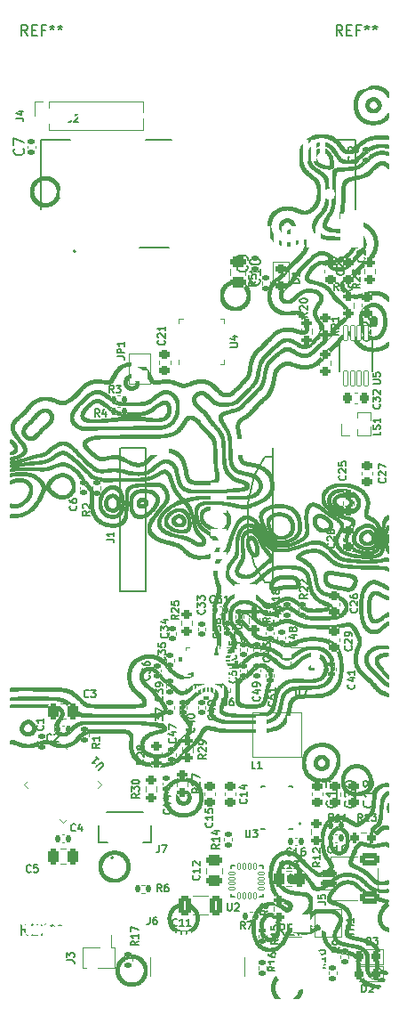
<source format=gto>
%TF.GenerationSoftware,KiCad,Pcbnew,(6.0.7)*%
%TF.CreationDate,2022-10-08T21:46:05-07:00*%
%TF.ProjectId,phone-rounded,70686f6e-652d-4726-9f75-6e6465642e6b,rev?*%
%TF.SameCoordinates,Original*%
%TF.FileFunction,Legend,Top*%
%TF.FilePolarity,Positive*%
%FSLAX46Y46*%
G04 Gerber Fmt 4.6, Leading zero omitted, Abs format (unit mm)*
G04 Created by KiCad (PCBNEW (6.0.7)) date 2022-10-08 21:46:05*
%MOMM*%
%LPD*%
G01*
G04 APERTURE LIST*
G04 Aperture macros list*
%AMRoundRect*
0 Rectangle with rounded corners*
0 $1 Rounding radius*
0 $2 $3 $4 $5 $6 $7 $8 $9 X,Y pos of 4 corners*
0 Add a 4 corners polygon primitive as box body*
4,1,4,$2,$3,$4,$5,$6,$7,$8,$9,$2,$3,0*
0 Add four circle primitives for the rounded corners*
1,1,$1+$1,$2,$3*
1,1,$1+$1,$4,$5*
1,1,$1+$1,$6,$7*
1,1,$1+$1,$8,$9*
0 Add four rect primitives between the rounded corners*
20,1,$1+$1,$2,$3,$4,$5,0*
20,1,$1+$1,$4,$5,$6,$7,0*
20,1,$1+$1,$6,$7,$8,$9,0*
20,1,$1+$1,$8,$9,$2,$3,0*%
%AMRotRect*
0 Rectangle, with rotation*
0 The origin of the aperture is its center*
0 $1 length*
0 $2 width*
0 $3 Rotation angle, in degrees counterclockwise*
0 Add horizontal line*
21,1,$1,$2,0,0,$3*%
G04 Aperture macros list end*
%ADD10C,0.200000*%
%ADD11C,0.150000*%
%ADD12C,0.160000*%
%ADD13C,0.120000*%
%ADD14C,0.127000*%
%ADD15C,0.100000*%
%ADD16C,0.152400*%
%ADD17C,0.250000*%
%ADD18C,0.010000*%
%ADD19RoundRect,0.225000X-0.250000X0.225000X-0.250000X-0.225000X0.250000X-0.225000X0.250000X0.225000X0*%
%ADD20RoundRect,0.007200X0.292800X0.112800X-0.292800X0.112800X-0.292800X-0.112800X0.292800X-0.112800X0*%
%ADD21RoundRect,0.016800X0.103200X0.283200X-0.103200X0.283200X-0.103200X-0.283200X0.103200X-0.283200X0*%
%ADD22R,1.680000X1.680000*%
%ADD23C,4.700000*%
%ADD24C,3.100000*%
%ADD25RoundRect,0.140000X0.170000X-0.140000X0.170000X0.140000X-0.170000X0.140000X-0.170000X-0.140000X0*%
%ADD26RoundRect,0.250000X-0.475000X0.250000X-0.475000X-0.250000X0.475000X-0.250000X0.475000X0.250000X0*%
%ADD27R,0.946899X0.558800*%
%ADD28RoundRect,0.250000X-0.250000X-0.475000X0.250000X-0.475000X0.250000X0.475000X-0.250000X0.475000X0*%
%ADD29RoundRect,0.140000X0.140000X0.170000X-0.140000X0.170000X-0.140000X-0.170000X0.140000X-0.170000X0*%
%ADD30RoundRect,0.200000X0.275000X-0.200000X0.275000X0.200000X-0.275000X0.200000X-0.275000X-0.200000X0*%
%ADD31RoundRect,0.135000X-0.135000X-0.185000X0.135000X-0.185000X0.135000X0.185000X-0.135000X0.185000X0*%
%ADD32RoundRect,0.225000X0.250000X-0.225000X0.250000X0.225000X-0.250000X0.225000X-0.250000X-0.225000X0*%
%ADD33RoundRect,0.140000X-0.170000X0.140000X-0.170000X-0.140000X0.170000X-0.140000X0.170000X0.140000X0*%
%ADD34O,1.000000X1.000000*%
%ADD35R,1.000000X1.000000*%
%ADD36RoundRect,0.135000X-0.185000X0.135000X-0.185000X-0.135000X0.185000X-0.135000X0.185000X0.135000X0*%
%ADD37RoundRect,0.135000X0.135000X0.185000X-0.135000X0.185000X-0.135000X-0.185000X0.135000X-0.185000X0*%
%ADD38RoundRect,0.135000X0.185000X-0.135000X0.185000X0.135000X-0.185000X0.135000X-0.185000X-0.135000X0*%
%ADD39R,0.400000X0.800000*%
%ADD40R,0.300000X0.800000*%
%ADD41RoundRect,0.200000X-0.275000X0.200000X-0.275000X-0.200000X0.275000X-0.200000X0.275000X0.200000X0*%
%ADD42RoundRect,0.250000X0.475000X-0.250000X0.475000X0.250000X-0.475000X0.250000X-0.475000X-0.250000X0*%
%ADD43RoundRect,0.250000X0.325000X0.650000X-0.325000X0.650000X-0.325000X-0.650000X0.325000X-0.650000X0*%
%ADD44C,0.300000*%
%ADD45RoundRect,0.200000X-0.200000X-0.275000X0.200000X-0.275000X0.200000X0.275000X-0.200000X0.275000X0*%
%ADD46RoundRect,0.140000X-0.140000X-0.170000X0.140000X-0.170000X0.140000X0.170000X-0.140000X0.170000X0*%
%ADD47RoundRect,0.218750X0.218750X0.256250X-0.218750X0.256250X-0.218750X-0.256250X0.218750X-0.256250X0*%
%ADD48RoundRect,0.250000X0.650000X-0.350000X0.650000X0.350000X-0.650000X0.350000X-0.650000X-0.350000X0*%
%ADD49RoundRect,0.150000X0.625000X-0.150000X0.625000X0.150000X-0.625000X0.150000X-0.625000X-0.150000X0*%
%ADD50O,1.700000X1.700000*%
%ADD51R,1.700000X1.700000*%
%ADD52R,1.500000X1.000000*%
%ADD53RotRect,3.450000X3.450000X315.000000*%
%ADD54RoundRect,0.062500X-0.309359X-0.220971X-0.220971X-0.309359X0.309359X0.220971X0.220971X0.309359X0*%
%ADD55RoundRect,0.062500X-0.309359X0.220971X0.220971X-0.309359X0.309359X-0.220971X-0.220971X0.309359X0*%
%ADD56R,0.675000X0.675000*%
%ADD57R,0.400000X0.250000*%
%ADD58R,0.250000X0.400000*%
%ADD59R,2.692400X2.692400*%
%ADD60R,0.706399X0.153200*%
%ADD61R,0.153200X0.706399*%
%ADD62O,1.000000X2.100000*%
%ADD63O,1.000000X1.800000*%
%ADD64R,0.600000X1.160000*%
%ADD65R,0.300000X1.160000*%
%ADD66C,0.650000*%
%ADD67C,0.600000*%
%ADD68R,0.650000X1.800000*%
%ADD69R,1.100000X3.700000*%
%ADD70RoundRect,0.028800X-0.211200X0.706200X-0.211200X-0.706200X0.211200X-0.706200X0.211200X0.706200X0*%
%ADD71C,1.100000*%
%ADD72C,1.600000*%
%ADD73R,0.600000X2.000000*%
%ADD74R,2.300000X3.200000*%
%ADD75RoundRect,0.218750X-0.256250X0.218750X-0.256250X-0.218750X0.256250X-0.218750X0.256250X0.218750X0*%
%ADD76R,2.050000X1.500000*%
%ADD77R,1.500000X0.800000*%
%ADD78RoundRect,0.225000X-0.225000X-0.250000X0.225000X-0.250000X0.225000X0.250000X-0.225000X0.250000X0*%
G04 APERTURE END LIST*
D10*
G36*
X141864178Y-64913998D02*
G01*
X141869326Y-64881343D01*
X141876511Y-64849307D01*
X141885674Y-64817972D01*
X141896759Y-64787415D01*
X141909706Y-64757718D01*
X141924458Y-64728959D01*
X141940957Y-64701218D01*
X141959144Y-64674574D01*
X141978962Y-64649108D01*
X142000353Y-64624898D01*
X142023258Y-64602025D01*
X142047620Y-64580567D01*
X142073380Y-64560605D01*
X142100481Y-64542218D01*
X142128865Y-64525485D01*
X142158473Y-64510487D01*
X142189247Y-64497302D01*
X142221130Y-64486011D01*
X142254063Y-64476692D01*
X142287989Y-64469426D01*
X142322848Y-64464292D01*
X142358585Y-64461369D01*
X142395139Y-64460738D01*
X142432454Y-64462477D01*
X142432454Y-64462485D01*
X142459467Y-64465145D01*
X142485824Y-64468840D01*
X142511511Y-64473557D01*
X142536515Y-64479280D01*
X142560822Y-64485995D01*
X142584420Y-64493688D01*
X142607295Y-64502343D01*
X142629435Y-64511947D01*
X142650825Y-64522484D01*
X142671453Y-64533941D01*
X142691306Y-64546302D01*
X142710371Y-64559553D01*
X142728633Y-64573680D01*
X142746081Y-64588668D01*
X142762701Y-64604502D01*
X142778480Y-64621168D01*
X142793405Y-64638651D01*
X142807462Y-64656936D01*
X142820638Y-64676010D01*
X142832921Y-64695858D01*
X142844296Y-64716464D01*
X142854752Y-64737815D01*
X142864274Y-64759896D01*
X142872850Y-64782692D01*
X142880466Y-64806189D01*
X142887109Y-64830372D01*
X142892767Y-64855227D01*
X142897425Y-64880739D01*
X142901071Y-64906893D01*
X142903692Y-64933675D01*
X142905274Y-64961071D01*
X142905804Y-64989066D01*
X142904897Y-65024546D01*
X142902163Y-65058831D01*
X142897581Y-65091958D01*
X142894591Y-65108100D01*
X142891132Y-65123966D01*
X142887201Y-65139562D01*
X142882796Y-65154892D01*
X142877914Y-65169962D01*
X142872553Y-65184775D01*
X142866711Y-65199336D01*
X142860384Y-65213651D01*
X142853570Y-65227724D01*
X142846267Y-65241559D01*
X142838473Y-65255162D01*
X142830184Y-65268537D01*
X142821399Y-65281689D01*
X142812114Y-65294623D01*
X142802328Y-65307343D01*
X142792038Y-65319854D01*
X142781241Y-65332161D01*
X142769935Y-65344268D01*
X142745786Y-65367904D01*
X142719571Y-65390798D01*
X142691270Y-65412989D01*
X142660862Y-65434515D01*
X142636940Y-65448917D01*
X142610524Y-65461699D01*
X142581919Y-65472844D01*
X142551430Y-65482336D01*
X142519360Y-65490160D01*
X142486013Y-65496298D01*
X142451695Y-65500734D01*
X142416708Y-65503452D01*
X142381358Y-65504435D01*
X142345948Y-65503668D01*
X142310782Y-65501134D01*
X142276165Y-65496817D01*
X142242401Y-65490699D01*
X142209793Y-65482766D01*
X142178647Y-65473001D01*
X142149266Y-65461386D01*
X142128038Y-65451475D01*
X142107854Y-65440901D01*
X142088656Y-65429601D01*
X142070389Y-65417512D01*
X142052997Y-65404572D01*
X142036422Y-65390716D01*
X142020609Y-65375883D01*
X142005502Y-65360010D01*
X141991044Y-65343033D01*
X141977179Y-65324890D01*
X141963850Y-65305517D01*
X141951002Y-65284853D01*
X141938578Y-65262834D01*
X141926521Y-65239396D01*
X141914776Y-65214479D01*
X141903286Y-65188017D01*
X141890050Y-65153265D01*
X141879315Y-65118497D01*
X141871023Y-65083792D01*
X141865116Y-65049230D01*
X141861536Y-65014889D01*
X141860225Y-64980851D01*
X141860324Y-64977141D01*
X141925805Y-64977141D01*
X141926571Y-64990871D01*
X141928296Y-65005043D01*
X141930951Y-65019886D01*
X141934507Y-65035628D01*
X141938934Y-65052497D01*
X141944203Y-65070723D01*
X141953822Y-65100194D01*
X141964680Y-65128620D01*
X141976723Y-65155976D01*
X141989898Y-65182238D01*
X142004151Y-65207379D01*
X142019427Y-65231377D01*
X142035672Y-65254205D01*
X142052834Y-65275839D01*
X142070858Y-65296255D01*
X142089690Y-65315427D01*
X142109277Y-65333331D01*
X142129564Y-65349943D01*
X142150497Y-65365236D01*
X142172023Y-65379187D01*
X142194089Y-65391771D01*
X142216639Y-65402963D01*
X142239620Y-65412738D01*
X142262979Y-65421072D01*
X142286661Y-65427939D01*
X142310613Y-65433315D01*
X142334780Y-65437176D01*
X142359110Y-65439495D01*
X142383547Y-65440250D01*
X142408038Y-65439414D01*
X142432530Y-65436963D01*
X142456968Y-65432873D01*
X142481298Y-65427118D01*
X142505468Y-65419674D01*
X142529421Y-65410517D01*
X142553106Y-65399620D01*
X142576468Y-65386960D01*
X142599453Y-65372511D01*
X142627408Y-65352746D01*
X142653657Y-65332308D01*
X142678198Y-65311241D01*
X142701029Y-65289588D01*
X142722148Y-65267391D01*
X142741553Y-65244693D01*
X142759241Y-65221537D01*
X142775211Y-65197965D01*
X142789461Y-65174020D01*
X142801989Y-65149744D01*
X142812792Y-65125182D01*
X142821869Y-65100374D01*
X142829217Y-65075364D01*
X142834835Y-65050195D01*
X142838719Y-65024909D01*
X142840869Y-64999548D01*
X142841283Y-64974157D01*
X142839957Y-64948777D01*
X142836890Y-64923450D01*
X142832080Y-64898221D01*
X142825525Y-64873131D01*
X142817223Y-64848223D01*
X142807172Y-64823539D01*
X142795369Y-64799124D01*
X142781814Y-64775018D01*
X142766502Y-64751266D01*
X142749433Y-64727908D01*
X142730605Y-64704990D01*
X142710015Y-64682552D01*
X142687661Y-64660638D01*
X142663541Y-64639290D01*
X142637654Y-64618552D01*
X142621872Y-64607038D01*
X142605849Y-64596376D01*
X142589601Y-64586560D01*
X142573148Y-64577585D01*
X142556507Y-64569444D01*
X142539697Y-64562131D01*
X142522737Y-64555641D01*
X142505645Y-64549968D01*
X142488439Y-64545106D01*
X142471138Y-64541048D01*
X142453759Y-64537790D01*
X142436322Y-64535325D01*
X142418844Y-64533647D01*
X142401344Y-64532750D01*
X142383841Y-64532629D01*
X142366353Y-64533278D01*
X142366421Y-64533293D01*
X142337366Y-64536057D01*
X142308513Y-64540916D01*
X142279956Y-64547843D01*
X142251786Y-64556811D01*
X142224094Y-64567794D01*
X142196972Y-64580764D01*
X142170512Y-64595695D01*
X142144806Y-64612560D01*
X142119946Y-64631332D01*
X142096022Y-64651985D01*
X142073128Y-64674492D01*
X142051354Y-64698825D01*
X142030792Y-64724959D01*
X142011535Y-64752866D01*
X141993673Y-64782521D01*
X141977299Y-64813895D01*
X141966872Y-64835770D01*
X141957696Y-64855802D01*
X141949740Y-64874220D01*
X141942978Y-64891252D01*
X141937378Y-64907127D01*
X141932912Y-64922073D01*
X141929551Y-64936319D01*
X141927266Y-64950094D01*
X141926027Y-64963625D01*
X141925805Y-64977141D01*
X141860324Y-64977141D01*
X141861125Y-64947194D01*
X141864178Y-64913998D01*
G37*
X141864178Y-64913998D02*
X141869326Y-64881343D01*
X141876511Y-64849307D01*
X141885674Y-64817972D01*
X141896759Y-64787415D01*
X141909706Y-64757718D01*
X141924458Y-64728959D01*
X141940957Y-64701218D01*
X141959144Y-64674574D01*
X141978962Y-64649108D01*
X142000353Y-64624898D01*
X142023258Y-64602025D01*
X142047620Y-64580567D01*
X142073380Y-64560605D01*
X142100481Y-64542218D01*
X142128865Y-64525485D01*
X142158473Y-64510487D01*
X142189247Y-64497302D01*
X142221130Y-64486011D01*
X142254063Y-64476692D01*
X142287989Y-64469426D01*
X142322848Y-64464292D01*
X142358585Y-64461369D01*
X142395139Y-64460738D01*
X142432454Y-64462477D01*
X142432454Y-64462485D01*
X142459467Y-64465145D01*
X142485824Y-64468840D01*
X142511511Y-64473557D01*
X142536515Y-64479280D01*
X142560822Y-64485995D01*
X142584420Y-64493688D01*
X142607295Y-64502343D01*
X142629435Y-64511947D01*
X142650825Y-64522484D01*
X142671453Y-64533941D01*
X142691306Y-64546302D01*
X142710371Y-64559553D01*
X142728633Y-64573680D01*
X142746081Y-64588668D01*
X142762701Y-64604502D01*
X142778480Y-64621168D01*
X142793405Y-64638651D01*
X142807462Y-64656936D01*
X142820638Y-64676010D01*
X142832921Y-64695858D01*
X142844296Y-64716464D01*
X142854752Y-64737815D01*
X142864274Y-64759896D01*
X142872850Y-64782692D01*
X142880466Y-64806189D01*
X142887109Y-64830372D01*
X142892767Y-64855227D01*
X142897425Y-64880739D01*
X142901071Y-64906893D01*
X142903692Y-64933675D01*
X142905274Y-64961071D01*
X142905804Y-64989066D01*
X142904897Y-65024546D01*
X142902163Y-65058831D01*
X142897581Y-65091958D01*
X142894591Y-65108100D01*
X142891132Y-65123966D01*
X142887201Y-65139562D01*
X142882796Y-65154892D01*
X142877914Y-65169962D01*
X142872553Y-65184775D01*
X142866711Y-65199336D01*
X142860384Y-65213651D01*
X142853570Y-65227724D01*
X142846267Y-65241559D01*
X142838473Y-65255162D01*
X142830184Y-65268537D01*
X142821399Y-65281689D01*
X142812114Y-65294623D01*
X142802328Y-65307343D01*
X142792038Y-65319854D01*
X142781241Y-65332161D01*
X142769935Y-65344268D01*
X142745786Y-65367904D01*
X142719571Y-65390798D01*
X142691270Y-65412989D01*
X142660862Y-65434515D01*
X142636940Y-65448917D01*
X142610524Y-65461699D01*
X142581919Y-65472844D01*
X142551430Y-65482336D01*
X142519360Y-65490160D01*
X142486013Y-65496298D01*
X142451695Y-65500734D01*
X142416708Y-65503452D01*
X142381358Y-65504435D01*
X142345948Y-65503668D01*
X142310782Y-65501134D01*
X142276165Y-65496817D01*
X142242401Y-65490699D01*
X142209793Y-65482766D01*
X142178647Y-65473001D01*
X142149266Y-65461386D01*
X142128038Y-65451475D01*
X142107854Y-65440901D01*
X142088656Y-65429601D01*
X142070389Y-65417512D01*
X142052997Y-65404572D01*
X142036422Y-65390716D01*
X142020609Y-65375883D01*
X142005502Y-65360010D01*
X141991044Y-65343033D01*
X141977179Y-65324890D01*
X141963850Y-65305517D01*
X141951002Y-65284853D01*
X141938578Y-65262834D01*
X141926521Y-65239396D01*
X141914776Y-65214479D01*
X141903286Y-65188017D01*
X141890050Y-65153265D01*
X141879315Y-65118497D01*
X141871023Y-65083792D01*
X141865116Y-65049230D01*
X141861536Y-65014889D01*
X141860225Y-64980851D01*
X141860324Y-64977141D01*
X141925805Y-64977141D01*
X141926571Y-64990871D01*
X141928296Y-65005043D01*
X141930951Y-65019886D01*
X141934507Y-65035628D01*
X141938934Y-65052497D01*
X141944203Y-65070723D01*
X141953822Y-65100194D01*
X141964680Y-65128620D01*
X141976723Y-65155976D01*
X141989898Y-65182238D01*
X142004151Y-65207379D01*
X142019427Y-65231377D01*
X142035672Y-65254205D01*
X142052834Y-65275839D01*
X142070858Y-65296255D01*
X142089690Y-65315427D01*
X142109277Y-65333331D01*
X142129564Y-65349943D01*
X142150497Y-65365236D01*
X142172023Y-65379187D01*
X142194089Y-65391771D01*
X142216639Y-65402963D01*
X142239620Y-65412738D01*
X142262979Y-65421072D01*
X142286661Y-65427939D01*
X142310613Y-65433315D01*
X142334780Y-65437176D01*
X142359110Y-65439495D01*
X142383547Y-65440250D01*
X142408038Y-65439414D01*
X142432530Y-65436963D01*
X142456968Y-65432873D01*
X142481298Y-65427118D01*
X142505468Y-65419674D01*
X142529421Y-65410517D01*
X142553106Y-65399620D01*
X142576468Y-65386960D01*
X142599453Y-65372511D01*
X142627408Y-65352746D01*
X142653657Y-65332308D01*
X142678198Y-65311241D01*
X142701029Y-65289588D01*
X142722148Y-65267391D01*
X142741553Y-65244693D01*
X142759241Y-65221537D01*
X142775211Y-65197965D01*
X142789461Y-65174020D01*
X142801989Y-65149744D01*
X142812792Y-65125182D01*
X142821869Y-65100374D01*
X142829217Y-65075364D01*
X142834835Y-65050195D01*
X142838719Y-65024909D01*
X142840869Y-64999548D01*
X142841283Y-64974157D01*
X142839957Y-64948777D01*
X142836890Y-64923450D01*
X142832080Y-64898221D01*
X142825525Y-64873131D01*
X142817223Y-64848223D01*
X142807172Y-64823539D01*
X142795369Y-64799124D01*
X142781814Y-64775018D01*
X142766502Y-64751266D01*
X142749433Y-64727908D01*
X142730605Y-64704990D01*
X142710015Y-64682552D01*
X142687661Y-64660638D01*
X142663541Y-64639290D01*
X142637654Y-64618552D01*
X142621872Y-64607038D01*
X142605849Y-64596376D01*
X142589601Y-64586560D01*
X142573148Y-64577585D01*
X142556507Y-64569444D01*
X142539697Y-64562131D01*
X142522737Y-64555641D01*
X142505645Y-64549968D01*
X142488439Y-64545106D01*
X142471138Y-64541048D01*
X142453759Y-64537790D01*
X142436322Y-64535325D01*
X142418844Y-64533647D01*
X142401344Y-64532750D01*
X142383841Y-64532629D01*
X142366353Y-64533278D01*
X142366421Y-64533293D01*
X142337366Y-64536057D01*
X142308513Y-64540916D01*
X142279956Y-64547843D01*
X142251786Y-64556811D01*
X142224094Y-64567794D01*
X142196972Y-64580764D01*
X142170512Y-64595695D01*
X142144806Y-64612560D01*
X142119946Y-64631332D01*
X142096022Y-64651985D01*
X142073128Y-64674492D01*
X142051354Y-64698825D01*
X142030792Y-64724959D01*
X142011535Y-64752866D01*
X141993673Y-64782521D01*
X141977299Y-64813895D01*
X141966872Y-64835770D01*
X141957696Y-64855802D01*
X141949740Y-64874220D01*
X141942978Y-64891252D01*
X141937378Y-64907127D01*
X141932912Y-64922073D01*
X141929551Y-64936319D01*
X141927266Y-64950094D01*
X141926027Y-64963625D01*
X141925805Y-64977141D01*
X141860324Y-64977141D01*
X141861125Y-64947194D01*
X141864178Y-64913998D01*
G36*
X141705848Y-64914904D02*
G01*
X141710755Y-64872993D01*
X141717794Y-64831736D01*
X141726944Y-64791389D01*
X141738180Y-64752211D01*
X141751479Y-64714458D01*
X141766820Y-64678390D01*
X141784179Y-64644262D01*
X141803532Y-64612334D01*
X141827374Y-64578189D01*
X141852395Y-64546023D01*
X141878588Y-64515842D01*
X141905948Y-64487648D01*
X141934467Y-64461446D01*
X141964140Y-64437240D01*
X141994959Y-64415035D01*
X142026919Y-64394834D01*
X142060012Y-64376642D01*
X142094233Y-64360463D01*
X142129575Y-64346301D01*
X142166032Y-64334160D01*
X142203596Y-64324044D01*
X142242262Y-64315958D01*
X142282023Y-64309906D01*
X142322873Y-64305891D01*
X142322834Y-64305891D01*
X142355183Y-64304163D01*
X142387149Y-64303674D01*
X142418711Y-64304409D01*
X142449842Y-64306349D01*
X142480518Y-64309481D01*
X142510715Y-64313786D01*
X142540408Y-64319249D01*
X142569574Y-64325854D01*
X142598186Y-64333583D01*
X142626221Y-64342422D01*
X142653654Y-64352353D01*
X142680461Y-64363360D01*
X142706618Y-64375428D01*
X142732099Y-64388538D01*
X142756880Y-64402677D01*
X142780937Y-64417826D01*
X142804245Y-64433970D01*
X142826780Y-64451093D01*
X142848517Y-64469177D01*
X142869431Y-64488208D01*
X142889499Y-64508168D01*
X142908695Y-64529041D01*
X142926996Y-64550811D01*
X142944376Y-64573462D01*
X142960812Y-64596977D01*
X142976278Y-64621340D01*
X142990750Y-64646535D01*
X143004204Y-64672546D01*
X143016614Y-64699355D01*
X143027958Y-64726947D01*
X143038210Y-64755306D01*
X143047345Y-64784415D01*
X143059861Y-64833343D01*
X143068922Y-64881853D01*
X143074624Y-64929846D01*
X143077061Y-64977223D01*
X143076329Y-65023886D01*
X143072523Y-65069737D01*
X143065737Y-65114678D01*
X143056068Y-65158609D01*
X143043610Y-65201434D01*
X143028457Y-65243053D01*
X143010706Y-65283368D01*
X142990452Y-65322281D01*
X142967788Y-65359694D01*
X142942812Y-65395508D01*
X142915617Y-65429624D01*
X142886299Y-65461945D01*
X142854952Y-65492372D01*
X142821673Y-65520807D01*
X142786556Y-65547151D01*
X142749696Y-65571307D01*
X142711188Y-65593175D01*
X142671127Y-65612658D01*
X142629609Y-65629657D01*
X142586729Y-65644073D01*
X142542581Y-65655810D01*
X142497261Y-65664767D01*
X142450864Y-65670847D01*
X142403485Y-65673951D01*
X142355219Y-65673982D01*
X142306162Y-65670840D01*
X142256407Y-65664428D01*
X142206051Y-65654646D01*
X142189741Y-65650514D01*
X142173188Y-65645489D01*
X142139497Y-65632894D01*
X142105276Y-65617123D01*
X142070817Y-65598440D01*
X142036417Y-65577107D01*
X142002369Y-65553388D01*
X141968969Y-65527545D01*
X141936511Y-65499841D01*
X141905289Y-65470540D01*
X141875599Y-65439904D01*
X141847736Y-65408197D01*
X141821993Y-65375680D01*
X141798667Y-65342619D01*
X141778050Y-65309274D01*
X141760440Y-65275910D01*
X141752853Y-65259302D01*
X141746129Y-65242789D01*
X141733147Y-65204927D01*
X141722481Y-65165658D01*
X141714109Y-65125238D01*
X141708008Y-65083926D01*
X141704154Y-65041979D01*
X141702525Y-64999655D01*
X141702764Y-64981922D01*
X141770814Y-64981922D01*
X141771172Y-65006322D01*
X141772649Y-65030708D01*
X141775254Y-65055050D01*
X141779000Y-65079319D01*
X141783897Y-65103486D01*
X141789955Y-65127522D01*
X141797186Y-65151398D01*
X141805600Y-65175085D01*
X141819852Y-65209628D01*
X141835693Y-65242882D01*
X141853051Y-65274822D01*
X141871853Y-65305420D01*
X141892029Y-65334650D01*
X141913506Y-65362484D01*
X141936214Y-65388897D01*
X141960079Y-65413860D01*
X141985031Y-65437348D01*
X142010997Y-65459333D01*
X142037907Y-65479788D01*
X142065688Y-65498686D01*
X142094269Y-65516002D01*
X142123578Y-65531707D01*
X142153544Y-65545775D01*
X142184094Y-65558178D01*
X142215157Y-65568891D01*
X142246662Y-65577886D01*
X142278536Y-65585137D01*
X142310708Y-65590616D01*
X142343106Y-65594296D01*
X142375659Y-65596151D01*
X142408295Y-65596154D01*
X142440942Y-65594278D01*
X142473529Y-65590496D01*
X142505983Y-65584781D01*
X142538234Y-65577107D01*
X142570209Y-65567446D01*
X142601837Y-65555771D01*
X142633046Y-65542057D01*
X142663764Y-65526275D01*
X142693921Y-65508398D01*
X142726251Y-65486754D01*
X142756849Y-65463964D01*
X142785707Y-65440093D01*
X142812814Y-65415208D01*
X142838163Y-65389372D01*
X142861744Y-65362650D01*
X142883548Y-65335107D01*
X142903566Y-65306808D01*
X142921789Y-65277818D01*
X142938208Y-65248202D01*
X142952814Y-65218025D01*
X142965597Y-65187350D01*
X142976549Y-65156244D01*
X142985661Y-65124771D01*
X142992924Y-65092996D01*
X142998328Y-65060984D01*
X143001864Y-65028799D01*
X143003524Y-64996507D01*
X143003299Y-64964172D01*
X143001178Y-64931860D01*
X142997154Y-64899634D01*
X142991218Y-64867560D01*
X142983359Y-64835703D01*
X142973570Y-64804128D01*
X142961841Y-64772898D01*
X142948162Y-64742081D01*
X142932526Y-64711739D01*
X142914923Y-64681938D01*
X142895343Y-64652743D01*
X142873779Y-64624219D01*
X142850220Y-64596430D01*
X142824658Y-64569441D01*
X142803524Y-64549037D01*
X142782031Y-64529717D01*
X142760200Y-64511484D01*
X142738051Y-64494341D01*
X142715603Y-64478291D01*
X142692876Y-64463336D01*
X142669890Y-64449479D01*
X142646666Y-64436722D01*
X142623222Y-64425069D01*
X142599580Y-64414522D01*
X142575758Y-64405085D01*
X142551776Y-64396758D01*
X142527656Y-64389547D01*
X142503415Y-64383452D01*
X142479075Y-64378477D01*
X142454655Y-64374625D01*
X142454655Y-64374617D01*
X142430173Y-64371886D01*
X142405648Y-64370278D01*
X142381101Y-64369798D01*
X142356553Y-64370447D01*
X142332026Y-64372231D01*
X142307540Y-64375151D01*
X142283118Y-64379212D01*
X142258780Y-64384416D01*
X142234548Y-64390768D01*
X142210442Y-64398270D01*
X142186485Y-64406926D01*
X142162698Y-64416739D01*
X142139101Y-64427714D01*
X142115716Y-64439852D01*
X142092565Y-64453158D01*
X142069668Y-64467635D01*
X142024041Y-64500353D01*
X141981893Y-64535691D01*
X141943311Y-64573416D01*
X141908382Y-64613295D01*
X141877192Y-64655094D01*
X141849827Y-64698582D01*
X141826374Y-64743526D01*
X141806920Y-64789691D01*
X141791550Y-64836847D01*
X141780351Y-64884759D01*
X141773411Y-64933195D01*
X141771564Y-64957537D01*
X141770814Y-64981922D01*
X141702764Y-64981922D01*
X141703097Y-64957210D01*
X141705848Y-64914904D01*
G37*
X141705848Y-64914904D02*
X141710755Y-64872993D01*
X141717794Y-64831736D01*
X141726944Y-64791389D01*
X141738180Y-64752211D01*
X141751479Y-64714458D01*
X141766820Y-64678390D01*
X141784179Y-64644262D01*
X141803532Y-64612334D01*
X141827374Y-64578189D01*
X141852395Y-64546023D01*
X141878588Y-64515842D01*
X141905948Y-64487648D01*
X141934467Y-64461446D01*
X141964140Y-64437240D01*
X141994959Y-64415035D01*
X142026919Y-64394834D01*
X142060012Y-64376642D01*
X142094233Y-64360463D01*
X142129575Y-64346301D01*
X142166032Y-64334160D01*
X142203596Y-64324044D01*
X142242262Y-64315958D01*
X142282023Y-64309906D01*
X142322873Y-64305891D01*
X142322834Y-64305891D01*
X142355183Y-64304163D01*
X142387149Y-64303674D01*
X142418711Y-64304409D01*
X142449842Y-64306349D01*
X142480518Y-64309481D01*
X142510715Y-64313786D01*
X142540408Y-64319249D01*
X142569574Y-64325854D01*
X142598186Y-64333583D01*
X142626221Y-64342422D01*
X142653654Y-64352353D01*
X142680461Y-64363360D01*
X142706618Y-64375428D01*
X142732099Y-64388538D01*
X142756880Y-64402677D01*
X142780937Y-64417826D01*
X142804245Y-64433970D01*
X142826780Y-64451093D01*
X142848517Y-64469177D01*
X142869431Y-64488208D01*
X142889499Y-64508168D01*
X142908695Y-64529041D01*
X142926996Y-64550811D01*
X142944376Y-64573462D01*
X142960812Y-64596977D01*
X142976278Y-64621340D01*
X142990750Y-64646535D01*
X143004204Y-64672546D01*
X143016614Y-64699355D01*
X143027958Y-64726947D01*
X143038210Y-64755306D01*
X143047345Y-64784415D01*
X143059861Y-64833343D01*
X143068922Y-64881853D01*
X143074624Y-64929846D01*
X143077061Y-64977223D01*
X143076329Y-65023886D01*
X143072523Y-65069737D01*
X143065737Y-65114678D01*
X143056068Y-65158609D01*
X143043610Y-65201434D01*
X143028457Y-65243053D01*
X143010706Y-65283368D01*
X142990452Y-65322281D01*
X142967788Y-65359694D01*
X142942812Y-65395508D01*
X142915617Y-65429624D01*
X142886299Y-65461945D01*
X142854952Y-65492372D01*
X142821673Y-65520807D01*
X142786556Y-65547151D01*
X142749696Y-65571307D01*
X142711188Y-65593175D01*
X142671127Y-65612658D01*
X142629609Y-65629657D01*
X142586729Y-65644073D01*
X142542581Y-65655810D01*
X142497261Y-65664767D01*
X142450864Y-65670847D01*
X142403485Y-65673951D01*
X142355219Y-65673982D01*
X142306162Y-65670840D01*
X142256407Y-65664428D01*
X142206051Y-65654646D01*
X142189741Y-65650514D01*
X142173188Y-65645489D01*
X142139497Y-65632894D01*
X142105276Y-65617123D01*
X142070817Y-65598440D01*
X142036417Y-65577107D01*
X142002369Y-65553388D01*
X141968969Y-65527545D01*
X141936511Y-65499841D01*
X141905289Y-65470540D01*
X141875599Y-65439904D01*
X141847736Y-65408197D01*
X141821993Y-65375680D01*
X141798667Y-65342619D01*
X141778050Y-65309274D01*
X141760440Y-65275910D01*
X141752853Y-65259302D01*
X141746129Y-65242789D01*
X141733147Y-65204927D01*
X141722481Y-65165658D01*
X141714109Y-65125238D01*
X141708008Y-65083926D01*
X141704154Y-65041979D01*
X141702525Y-64999655D01*
X141702764Y-64981922D01*
X141770814Y-64981922D01*
X141771172Y-65006322D01*
X141772649Y-65030708D01*
X141775254Y-65055050D01*
X141779000Y-65079319D01*
X141783897Y-65103486D01*
X141789955Y-65127522D01*
X141797186Y-65151398D01*
X141805600Y-65175085D01*
X141819852Y-65209628D01*
X141835693Y-65242882D01*
X141853051Y-65274822D01*
X141871853Y-65305420D01*
X141892029Y-65334650D01*
X141913506Y-65362484D01*
X141936214Y-65388897D01*
X141960079Y-65413860D01*
X141985031Y-65437348D01*
X142010997Y-65459333D01*
X142037907Y-65479788D01*
X142065688Y-65498686D01*
X142094269Y-65516002D01*
X142123578Y-65531707D01*
X142153544Y-65545775D01*
X142184094Y-65558178D01*
X142215157Y-65568891D01*
X142246662Y-65577886D01*
X142278536Y-65585137D01*
X142310708Y-65590616D01*
X142343106Y-65594296D01*
X142375659Y-65596151D01*
X142408295Y-65596154D01*
X142440942Y-65594278D01*
X142473529Y-65590496D01*
X142505983Y-65584781D01*
X142538234Y-65577107D01*
X142570209Y-65567446D01*
X142601837Y-65555771D01*
X142633046Y-65542057D01*
X142663764Y-65526275D01*
X142693921Y-65508398D01*
X142726251Y-65486754D01*
X142756849Y-65463964D01*
X142785707Y-65440093D01*
X142812814Y-65415208D01*
X142838163Y-65389372D01*
X142861744Y-65362650D01*
X142883548Y-65335107D01*
X142903566Y-65306808D01*
X142921789Y-65277818D01*
X142938208Y-65248202D01*
X142952814Y-65218025D01*
X142965597Y-65187350D01*
X142976549Y-65156244D01*
X142985661Y-65124771D01*
X142992924Y-65092996D01*
X142998328Y-65060984D01*
X143001864Y-65028799D01*
X143003524Y-64996507D01*
X143003299Y-64964172D01*
X143001178Y-64931860D01*
X142997154Y-64899634D01*
X142991218Y-64867560D01*
X142983359Y-64835703D01*
X142973570Y-64804128D01*
X142961841Y-64772898D01*
X142948162Y-64742081D01*
X142932526Y-64711739D01*
X142914923Y-64681938D01*
X142895343Y-64652743D01*
X142873779Y-64624219D01*
X142850220Y-64596430D01*
X142824658Y-64569441D01*
X142803524Y-64549037D01*
X142782031Y-64529717D01*
X142760200Y-64511484D01*
X142738051Y-64494341D01*
X142715603Y-64478291D01*
X142692876Y-64463336D01*
X142669890Y-64449479D01*
X142646666Y-64436722D01*
X142623222Y-64425069D01*
X142599580Y-64414522D01*
X142575758Y-64405085D01*
X142551776Y-64396758D01*
X142527656Y-64389547D01*
X142503415Y-64383452D01*
X142479075Y-64378477D01*
X142454655Y-64374625D01*
X142454655Y-64374617D01*
X142430173Y-64371886D01*
X142405648Y-64370278D01*
X142381101Y-64369798D01*
X142356553Y-64370447D01*
X142332026Y-64372231D01*
X142307540Y-64375151D01*
X142283118Y-64379212D01*
X142258780Y-64384416D01*
X142234548Y-64390768D01*
X142210442Y-64398270D01*
X142186485Y-64406926D01*
X142162698Y-64416739D01*
X142139101Y-64427714D01*
X142115716Y-64439852D01*
X142092565Y-64453158D01*
X142069668Y-64467635D01*
X142024041Y-64500353D01*
X141981893Y-64535691D01*
X141943311Y-64573416D01*
X141908382Y-64613295D01*
X141877192Y-64655094D01*
X141849827Y-64698582D01*
X141826374Y-64743526D01*
X141806920Y-64789691D01*
X141791550Y-64836847D01*
X141780351Y-64884759D01*
X141773411Y-64933195D01*
X141771564Y-64957537D01*
X141770814Y-64981922D01*
X141702764Y-64981922D01*
X141703097Y-64957210D01*
X141705848Y-64914904D01*
G36*
X142484333Y-63336869D02*
G01*
X142600271Y-63345389D01*
X142712913Y-63359829D01*
X142822090Y-63380090D01*
X142875326Y-63392373D01*
X142927632Y-63406074D01*
X142978988Y-63421183D01*
X143029371Y-63437686D01*
X143078762Y-63455571D01*
X143127138Y-63474826D01*
X143174478Y-63495439D01*
X143220762Y-63517398D01*
X143265968Y-63540691D01*
X143310074Y-63565304D01*
X143353061Y-63591227D01*
X143394906Y-63618447D01*
X143435589Y-63646952D01*
X143475088Y-63676729D01*
X143513382Y-63707767D01*
X143550450Y-63740053D01*
X143586271Y-63773575D01*
X143620824Y-63808321D01*
X143654087Y-63844278D01*
X143686040Y-63881435D01*
X143716661Y-63919780D01*
X143745928Y-63959299D01*
X143773822Y-63999982D01*
X143800320Y-64041815D01*
X143800320Y-64227332D01*
X143762535Y-64154414D01*
X143721531Y-64084676D01*
X143677304Y-64018125D01*
X143629847Y-63954768D01*
X143579156Y-63894613D01*
X143525226Y-63837669D01*
X143468051Y-63783942D01*
X143407626Y-63733442D01*
X143343945Y-63686175D01*
X143277004Y-63642149D01*
X143206797Y-63601372D01*
X143133319Y-63563853D01*
X143056565Y-63529598D01*
X142976529Y-63498616D01*
X142893206Y-63470914D01*
X142806591Y-63446501D01*
X142726889Y-63428574D01*
X142644431Y-63415060D01*
X142559725Y-63405882D01*
X142473281Y-63400964D01*
X142385606Y-63400227D01*
X142297207Y-63403594D01*
X142208594Y-63410988D01*
X142120273Y-63422331D01*
X142032754Y-63437547D01*
X141946543Y-63456557D01*
X141862150Y-63479284D01*
X141780081Y-63505651D01*
X141700846Y-63535581D01*
X141624952Y-63568996D01*
X141552906Y-63605819D01*
X141485218Y-63645972D01*
X141448363Y-63670806D01*
X141410972Y-63698427D01*
X141373304Y-63728545D01*
X141335613Y-63760874D01*
X141298159Y-63795125D01*
X141261196Y-63831011D01*
X141224984Y-63868244D01*
X141189777Y-63906537D01*
X141155833Y-63945600D01*
X141123409Y-63985148D01*
X141092763Y-64024892D01*
X141064149Y-64064544D01*
X141037827Y-64103817D01*
X141014051Y-64142423D01*
X140993080Y-64180074D01*
X140975171Y-64216483D01*
X140940970Y-64296102D01*
X140910706Y-64376398D01*
X140884336Y-64457229D01*
X140861818Y-64538454D01*
X140843111Y-64619932D01*
X140828172Y-64701523D01*
X140816960Y-64783085D01*
X140809433Y-64864479D01*
X140805549Y-64945562D01*
X140805266Y-65026194D01*
X140808542Y-65106234D01*
X140815335Y-65185541D01*
X140825603Y-65263975D01*
X140839305Y-65341394D01*
X140856397Y-65417658D01*
X140876840Y-65492626D01*
X140900590Y-65566156D01*
X140927606Y-65638108D01*
X140957846Y-65708341D01*
X140991268Y-65776715D01*
X141027829Y-65843087D01*
X141067489Y-65907318D01*
X141110205Y-65969267D01*
X141155935Y-66028792D01*
X141204638Y-66085753D01*
X141256271Y-66140009D01*
X141310793Y-66191419D01*
X141368161Y-66239842D01*
X141428335Y-66285137D01*
X141491271Y-66327163D01*
X141556928Y-66365780D01*
X141625264Y-66400847D01*
X141694110Y-66432235D01*
X141762725Y-66460556D01*
X141831169Y-66485817D01*
X141899504Y-66508026D01*
X141967791Y-66527191D01*
X142036091Y-66543320D01*
X142104464Y-66556420D01*
X142172972Y-66566500D01*
X142241676Y-66573567D01*
X142310637Y-66577630D01*
X142379915Y-66578695D01*
X142449573Y-66576772D01*
X142519670Y-66571867D01*
X142590269Y-66563989D01*
X142661429Y-66553145D01*
X142733212Y-66539343D01*
X142826415Y-66517280D01*
X142916090Y-66491340D01*
X143002237Y-66461542D01*
X143084854Y-66427905D01*
X143163938Y-66390448D01*
X143239490Y-66349189D01*
X143311506Y-66304147D01*
X143379985Y-66255341D01*
X143444927Y-66202790D01*
X143506329Y-66146512D01*
X143564189Y-66086527D01*
X143618507Y-66022853D01*
X143669281Y-65955508D01*
X143716509Y-65884513D01*
X143760189Y-65809884D01*
X143800320Y-65731642D01*
X143800320Y-65905791D01*
X143774969Y-65948520D01*
X143748714Y-65990413D01*
X143721448Y-66031319D01*
X143707402Y-66051356D01*
X143693064Y-66071091D01*
X143678420Y-66090505D01*
X143663457Y-66109579D01*
X143648161Y-66128295D01*
X143632519Y-66146634D01*
X143616518Y-66164577D01*
X143600145Y-66182107D01*
X143583386Y-66199204D01*
X143566227Y-66215849D01*
X143492466Y-66280292D01*
X143412820Y-66339903D01*
X143327784Y-66394564D01*
X143237854Y-66444157D01*
X143143527Y-66488562D01*
X143045298Y-66527663D01*
X142943663Y-66561339D01*
X142839119Y-66589474D01*
X142732162Y-66611949D01*
X142623286Y-66628644D01*
X142512989Y-66639443D01*
X142401767Y-66644226D01*
X142290114Y-66642875D01*
X142178528Y-66635272D01*
X142067505Y-66621299D01*
X141957539Y-66600836D01*
X141886437Y-66583909D01*
X141817202Y-66564458D01*
X141749859Y-66542519D01*
X141684436Y-66518124D01*
X141620958Y-66491310D01*
X141559453Y-66462112D01*
X141499946Y-66430563D01*
X141442464Y-66396699D01*
X141387033Y-66360554D01*
X141333680Y-66322164D01*
X141282430Y-66281562D01*
X141233312Y-66238785D01*
X141186350Y-66193865D01*
X141141572Y-66146840D01*
X141099003Y-66097742D01*
X141058670Y-66046606D01*
X141020601Y-65993469D01*
X140984819Y-65938364D01*
X140951354Y-65881325D01*
X140920230Y-65822389D01*
X140891474Y-65761589D01*
X140865113Y-65698961D01*
X140819680Y-65568357D01*
X140784141Y-65430856D01*
X140758710Y-65286736D01*
X140743596Y-65136275D01*
X140739010Y-64979750D01*
X140741204Y-64886559D01*
X140747003Y-64795590D01*
X140756362Y-64706890D01*
X140769232Y-64620507D01*
X140785568Y-64536488D01*
X140805323Y-64454880D01*
X140828449Y-64375731D01*
X140854900Y-64299087D01*
X140884629Y-64224997D01*
X140917589Y-64153507D01*
X140953733Y-64084665D01*
X140993014Y-64018518D01*
X141035385Y-63955114D01*
X141080800Y-63894498D01*
X141129212Y-63836720D01*
X141180573Y-63781826D01*
X141234837Y-63729864D01*
X141291957Y-63680880D01*
X141351887Y-63634923D01*
X141414578Y-63592039D01*
X141479985Y-63552276D01*
X141548060Y-63515680D01*
X141618757Y-63482300D01*
X141692029Y-63452183D01*
X141767829Y-63425375D01*
X141846109Y-63401925D01*
X141926824Y-63381879D01*
X142009926Y-63365285D01*
X142095369Y-63352190D01*
X142183104Y-63342641D01*
X142273087Y-63336686D01*
X142365269Y-63334372D01*
X142365269Y-63334364D01*
X142484333Y-63336869D01*
G37*
X142484333Y-63336869D02*
X142600271Y-63345389D01*
X142712913Y-63359829D01*
X142822090Y-63380090D01*
X142875326Y-63392373D01*
X142927632Y-63406074D01*
X142978988Y-63421183D01*
X143029371Y-63437686D01*
X143078762Y-63455571D01*
X143127138Y-63474826D01*
X143174478Y-63495439D01*
X143220762Y-63517398D01*
X143265968Y-63540691D01*
X143310074Y-63565304D01*
X143353061Y-63591227D01*
X143394906Y-63618447D01*
X143435589Y-63646952D01*
X143475088Y-63676729D01*
X143513382Y-63707767D01*
X143550450Y-63740053D01*
X143586271Y-63773575D01*
X143620824Y-63808321D01*
X143654087Y-63844278D01*
X143686040Y-63881435D01*
X143716661Y-63919780D01*
X143745928Y-63959299D01*
X143773822Y-63999982D01*
X143800320Y-64041815D01*
X143800320Y-64227332D01*
X143762535Y-64154414D01*
X143721531Y-64084676D01*
X143677304Y-64018125D01*
X143629847Y-63954768D01*
X143579156Y-63894613D01*
X143525226Y-63837669D01*
X143468051Y-63783942D01*
X143407626Y-63733442D01*
X143343945Y-63686175D01*
X143277004Y-63642149D01*
X143206797Y-63601372D01*
X143133319Y-63563853D01*
X143056565Y-63529598D01*
X142976529Y-63498616D01*
X142893206Y-63470914D01*
X142806591Y-63446501D01*
X142726889Y-63428574D01*
X142644431Y-63415060D01*
X142559725Y-63405882D01*
X142473281Y-63400964D01*
X142385606Y-63400227D01*
X142297207Y-63403594D01*
X142208594Y-63410988D01*
X142120273Y-63422331D01*
X142032754Y-63437547D01*
X141946543Y-63456557D01*
X141862150Y-63479284D01*
X141780081Y-63505651D01*
X141700846Y-63535581D01*
X141624952Y-63568996D01*
X141552906Y-63605819D01*
X141485218Y-63645972D01*
X141448363Y-63670806D01*
X141410972Y-63698427D01*
X141373304Y-63728545D01*
X141335613Y-63760874D01*
X141298159Y-63795125D01*
X141261196Y-63831011D01*
X141224984Y-63868244D01*
X141189777Y-63906537D01*
X141155833Y-63945600D01*
X141123409Y-63985148D01*
X141092763Y-64024892D01*
X141064149Y-64064544D01*
X141037827Y-64103817D01*
X141014051Y-64142423D01*
X140993080Y-64180074D01*
X140975171Y-64216483D01*
X140940970Y-64296102D01*
X140910706Y-64376398D01*
X140884336Y-64457229D01*
X140861818Y-64538454D01*
X140843111Y-64619932D01*
X140828172Y-64701523D01*
X140816960Y-64783085D01*
X140809433Y-64864479D01*
X140805549Y-64945562D01*
X140805266Y-65026194D01*
X140808542Y-65106234D01*
X140815335Y-65185541D01*
X140825603Y-65263975D01*
X140839305Y-65341394D01*
X140856397Y-65417658D01*
X140876840Y-65492626D01*
X140900590Y-65566156D01*
X140927606Y-65638108D01*
X140957846Y-65708341D01*
X140991268Y-65776715D01*
X141027829Y-65843087D01*
X141067489Y-65907318D01*
X141110205Y-65969267D01*
X141155935Y-66028792D01*
X141204638Y-66085753D01*
X141256271Y-66140009D01*
X141310793Y-66191419D01*
X141368161Y-66239842D01*
X141428335Y-66285137D01*
X141491271Y-66327163D01*
X141556928Y-66365780D01*
X141625264Y-66400847D01*
X141694110Y-66432235D01*
X141762725Y-66460556D01*
X141831169Y-66485817D01*
X141899504Y-66508026D01*
X141967791Y-66527191D01*
X142036091Y-66543320D01*
X142104464Y-66556420D01*
X142172972Y-66566500D01*
X142241676Y-66573567D01*
X142310637Y-66577630D01*
X142379915Y-66578695D01*
X142449573Y-66576772D01*
X142519670Y-66571867D01*
X142590269Y-66563989D01*
X142661429Y-66553145D01*
X142733212Y-66539343D01*
X142826415Y-66517280D01*
X142916090Y-66491340D01*
X143002237Y-66461542D01*
X143084854Y-66427905D01*
X143163938Y-66390448D01*
X143239490Y-66349189D01*
X143311506Y-66304147D01*
X143379985Y-66255341D01*
X143444927Y-66202790D01*
X143506329Y-66146512D01*
X143564189Y-66086527D01*
X143618507Y-66022853D01*
X143669281Y-65955508D01*
X143716509Y-65884513D01*
X143760189Y-65809884D01*
X143800320Y-65731642D01*
X143800320Y-65905791D01*
X143774969Y-65948520D01*
X143748714Y-65990413D01*
X143721448Y-66031319D01*
X143707402Y-66051356D01*
X143693064Y-66071091D01*
X143678420Y-66090505D01*
X143663457Y-66109579D01*
X143648161Y-66128295D01*
X143632519Y-66146634D01*
X143616518Y-66164577D01*
X143600145Y-66182107D01*
X143583386Y-66199204D01*
X143566227Y-66215849D01*
X143492466Y-66280292D01*
X143412820Y-66339903D01*
X143327784Y-66394564D01*
X143237854Y-66444157D01*
X143143527Y-66488562D01*
X143045298Y-66527663D01*
X142943663Y-66561339D01*
X142839119Y-66589474D01*
X142732162Y-66611949D01*
X142623286Y-66628644D01*
X142512989Y-66639443D01*
X142401767Y-66644226D01*
X142290114Y-66642875D01*
X142178528Y-66635272D01*
X142067505Y-66621299D01*
X141957539Y-66600836D01*
X141886437Y-66583909D01*
X141817202Y-66564458D01*
X141749859Y-66542519D01*
X141684436Y-66518124D01*
X141620958Y-66491310D01*
X141559453Y-66462112D01*
X141499946Y-66430563D01*
X141442464Y-66396699D01*
X141387033Y-66360554D01*
X141333680Y-66322164D01*
X141282430Y-66281562D01*
X141233312Y-66238785D01*
X141186350Y-66193865D01*
X141141572Y-66146840D01*
X141099003Y-66097742D01*
X141058670Y-66046606D01*
X141020601Y-65993469D01*
X140984819Y-65938364D01*
X140951354Y-65881325D01*
X140920230Y-65822389D01*
X140891474Y-65761589D01*
X140865113Y-65698961D01*
X140819680Y-65568357D01*
X140784141Y-65430856D01*
X140758710Y-65286736D01*
X140743596Y-65136275D01*
X140739010Y-64979750D01*
X140741204Y-64886559D01*
X140747003Y-64795590D01*
X140756362Y-64706890D01*
X140769232Y-64620507D01*
X140785568Y-64536488D01*
X140805323Y-64454880D01*
X140828449Y-64375731D01*
X140854900Y-64299087D01*
X140884629Y-64224997D01*
X140917589Y-64153507D01*
X140953733Y-64084665D01*
X140993014Y-64018518D01*
X141035385Y-63955114D01*
X141080800Y-63894498D01*
X141129212Y-63836720D01*
X141180573Y-63781826D01*
X141234837Y-63729864D01*
X141291957Y-63680880D01*
X141351887Y-63634923D01*
X141414578Y-63592039D01*
X141479985Y-63552276D01*
X141548060Y-63515680D01*
X141618757Y-63482300D01*
X141692029Y-63452183D01*
X141767829Y-63425375D01*
X141846109Y-63401925D01*
X141926824Y-63381879D01*
X142009926Y-63365285D01*
X142095369Y-63352190D01*
X142183104Y-63342641D01*
X142273087Y-63336686D01*
X142365269Y-63334372D01*
X142365269Y-63334364D01*
X142484333Y-63336869D01*
G36*
X142459923Y-63159152D02*
G01*
X142517060Y-63161840D01*
X142574092Y-63166217D01*
X142631009Y-63172282D01*
X142687800Y-63180031D01*
X142744456Y-63189462D01*
X142800967Y-63200573D01*
X142857321Y-63213360D01*
X142913510Y-63227822D01*
X142969523Y-63243955D01*
X143025350Y-63261757D01*
X143080981Y-63281226D01*
X143136406Y-63302359D01*
X143191615Y-63325153D01*
X143246597Y-63349606D01*
X143301342Y-63375716D01*
X143337290Y-63393987D01*
X143372457Y-63412971D01*
X143406852Y-63432655D01*
X143440483Y-63453031D01*
X143473360Y-63474087D01*
X143505490Y-63495815D01*
X143536882Y-63518203D01*
X143567544Y-63541243D01*
X143597486Y-63564923D01*
X143626716Y-63589235D01*
X143655241Y-63614167D01*
X143683071Y-63639709D01*
X143710215Y-63665853D01*
X143736680Y-63692587D01*
X143762475Y-63719901D01*
X143787610Y-63747786D01*
X143789691Y-63784680D01*
X143791489Y-63821726D01*
X143794613Y-63896101D01*
X143766989Y-63860720D01*
X143738407Y-63826146D01*
X143708870Y-63792398D01*
X143678379Y-63759494D01*
X143646938Y-63727453D01*
X143614549Y-63696293D01*
X143581214Y-63666032D01*
X143546937Y-63636690D01*
X143511720Y-63608284D01*
X143475566Y-63580833D01*
X143438476Y-63554355D01*
X143400454Y-63528869D01*
X143361502Y-63504394D01*
X143321623Y-63480948D01*
X143280820Y-63458549D01*
X143239094Y-63437216D01*
X143160211Y-63399840D01*
X143082658Y-63366182D01*
X143006222Y-63336213D01*
X142930688Y-63309900D01*
X142855841Y-63287215D01*
X142781465Y-63268125D01*
X142707347Y-63252600D01*
X142633272Y-63240610D01*
X142559024Y-63232123D01*
X142484389Y-63227109D01*
X142409152Y-63225537D01*
X142333099Y-63227376D01*
X142256014Y-63232596D01*
X142177683Y-63241166D01*
X142097891Y-63253055D01*
X142016423Y-63268233D01*
X141897687Y-63296019D01*
X141783585Y-63329927D01*
X141674217Y-63369866D01*
X141569684Y-63415748D01*
X141470086Y-63467483D01*
X141375526Y-63524982D01*
X141286104Y-63588156D01*
X141201920Y-63656915D01*
X141123076Y-63731171D01*
X141049673Y-63810833D01*
X140981811Y-63895814D01*
X140919592Y-63986023D01*
X140863117Y-64081371D01*
X140812486Y-64181770D01*
X140767800Y-64287129D01*
X140729161Y-64397360D01*
X140701476Y-64491556D01*
X140678340Y-64584560D01*
X140659763Y-64676500D01*
X140645753Y-64767502D01*
X140636319Y-64857693D01*
X140631470Y-64947199D01*
X140631216Y-65036147D01*
X140635565Y-65124663D01*
X140644527Y-65212873D01*
X140658110Y-65300905D01*
X140676324Y-65388884D01*
X140699178Y-65476937D01*
X140726680Y-65565190D01*
X140758840Y-65653771D01*
X140795667Y-65742805D01*
X140837170Y-65832419D01*
X140870689Y-65897147D01*
X140907089Y-65959814D01*
X140946274Y-66020381D01*
X140988146Y-66078806D01*
X141079561Y-66189067D01*
X141180555Y-66290269D01*
X141290349Y-66382085D01*
X141408166Y-66464187D01*
X141533225Y-66536247D01*
X141664748Y-66597938D01*
X141801956Y-66648933D01*
X141944070Y-66688903D01*
X142090311Y-66717522D01*
X142239901Y-66734462D01*
X142392060Y-66739395D01*
X142546010Y-66731993D01*
X142700972Y-66711930D01*
X142856167Y-66678877D01*
X142929956Y-66658439D01*
X143001947Y-66635359D01*
X143072104Y-66609690D01*
X143140388Y-66581482D01*
X143206763Y-66550789D01*
X143271192Y-66517661D01*
X143333638Y-66482152D01*
X143394063Y-66444312D01*
X143452432Y-66404193D01*
X143508705Y-66361848D01*
X143562848Y-66317328D01*
X143614821Y-66270686D01*
X143664590Y-66221972D01*
X143712115Y-66171240D01*
X143757361Y-66118540D01*
X143800290Y-66063925D01*
X143800290Y-66195700D01*
X143738402Y-66265844D01*
X143672543Y-66332126D01*
X143602776Y-66394446D01*
X143529160Y-66452708D01*
X143451757Y-66506814D01*
X143370628Y-66556667D01*
X143285834Y-66602169D01*
X143197436Y-66643222D01*
X143105494Y-66679730D01*
X143010070Y-66711593D01*
X142911225Y-66738716D01*
X142809020Y-66760999D01*
X142703516Y-66778347D01*
X142594773Y-66790660D01*
X142482853Y-66797842D01*
X142367817Y-66799796D01*
X142293872Y-66798490D01*
X142221478Y-66795365D01*
X142151148Y-66790483D01*
X142083398Y-66783906D01*
X142018741Y-66775699D01*
X141957692Y-66765924D01*
X141900763Y-66754643D01*
X141848469Y-66741919D01*
X141791189Y-66725750D01*
X141735900Y-66708657D01*
X141682468Y-66690566D01*
X141630760Y-66671404D01*
X141580642Y-66651096D01*
X141531981Y-66629570D01*
X141484643Y-66606752D01*
X141438493Y-66582568D01*
X141393399Y-66556944D01*
X141349227Y-66529807D01*
X141305843Y-66501084D01*
X141263114Y-66470700D01*
X141220905Y-66438583D01*
X141179083Y-66404658D01*
X141137515Y-66368852D01*
X141096066Y-66331091D01*
X141030450Y-66265564D01*
X140969193Y-66196007D01*
X140912293Y-66122695D01*
X140859745Y-66045900D01*
X140811544Y-65965895D01*
X140767687Y-65882952D01*
X140728169Y-65797345D01*
X140692986Y-65709346D01*
X140662135Y-65619228D01*
X140635610Y-65527264D01*
X140613409Y-65433727D01*
X140595526Y-65338889D01*
X140581958Y-65243023D01*
X140572701Y-65146402D01*
X140567750Y-65049300D01*
X140567101Y-64951988D01*
X140570750Y-64854739D01*
X140578694Y-64757827D01*
X140590927Y-64661524D01*
X140607446Y-64566103D01*
X140628247Y-64471836D01*
X140653325Y-64378997D01*
X140682676Y-64287859D01*
X140716297Y-64198693D01*
X140754183Y-64111774D01*
X140796330Y-64027373D01*
X140842734Y-63945764D01*
X140893391Y-63867219D01*
X140948296Y-63792012D01*
X141007446Y-63720414D01*
X141070836Y-63652699D01*
X141138463Y-63589140D01*
X141195632Y-63542033D01*
X141257632Y-63496957D01*
X141324051Y-63454053D01*
X141394478Y-63413461D01*
X141468501Y-63375324D01*
X141545709Y-63339782D01*
X141625691Y-63306977D01*
X141708036Y-63277049D01*
X141792331Y-63250139D01*
X141878166Y-63226390D01*
X141965129Y-63205942D01*
X142052809Y-63188935D01*
X142140795Y-63175513D01*
X142228674Y-63165814D01*
X142316036Y-63159982D01*
X142402470Y-63158156D01*
X142402691Y-63158156D01*
X142459923Y-63159152D01*
G37*
X142459923Y-63159152D02*
X142517060Y-63161840D01*
X142574092Y-63166217D01*
X142631009Y-63172282D01*
X142687800Y-63180031D01*
X142744456Y-63189462D01*
X142800967Y-63200573D01*
X142857321Y-63213360D01*
X142913510Y-63227822D01*
X142969523Y-63243955D01*
X143025350Y-63261757D01*
X143080981Y-63281226D01*
X143136406Y-63302359D01*
X143191615Y-63325153D01*
X143246597Y-63349606D01*
X143301342Y-63375716D01*
X143337290Y-63393987D01*
X143372457Y-63412971D01*
X143406852Y-63432655D01*
X143440483Y-63453031D01*
X143473360Y-63474087D01*
X143505490Y-63495815D01*
X143536882Y-63518203D01*
X143567544Y-63541243D01*
X143597486Y-63564923D01*
X143626716Y-63589235D01*
X143655241Y-63614167D01*
X143683071Y-63639709D01*
X143710215Y-63665853D01*
X143736680Y-63692587D01*
X143762475Y-63719901D01*
X143787610Y-63747786D01*
X143789691Y-63784680D01*
X143791489Y-63821726D01*
X143794613Y-63896101D01*
X143766989Y-63860720D01*
X143738407Y-63826146D01*
X143708870Y-63792398D01*
X143678379Y-63759494D01*
X143646938Y-63727453D01*
X143614549Y-63696293D01*
X143581214Y-63666032D01*
X143546937Y-63636690D01*
X143511720Y-63608284D01*
X143475566Y-63580833D01*
X143438476Y-63554355D01*
X143400454Y-63528869D01*
X143361502Y-63504394D01*
X143321623Y-63480948D01*
X143280820Y-63458549D01*
X143239094Y-63437216D01*
X143160211Y-63399840D01*
X143082658Y-63366182D01*
X143006222Y-63336213D01*
X142930688Y-63309900D01*
X142855841Y-63287215D01*
X142781465Y-63268125D01*
X142707347Y-63252600D01*
X142633272Y-63240610D01*
X142559024Y-63232123D01*
X142484389Y-63227109D01*
X142409152Y-63225537D01*
X142333099Y-63227376D01*
X142256014Y-63232596D01*
X142177683Y-63241166D01*
X142097891Y-63253055D01*
X142016423Y-63268233D01*
X141897687Y-63296019D01*
X141783585Y-63329927D01*
X141674217Y-63369866D01*
X141569684Y-63415748D01*
X141470086Y-63467483D01*
X141375526Y-63524982D01*
X141286104Y-63588156D01*
X141201920Y-63656915D01*
X141123076Y-63731171D01*
X141049673Y-63810833D01*
X140981811Y-63895814D01*
X140919592Y-63986023D01*
X140863117Y-64081371D01*
X140812486Y-64181770D01*
X140767800Y-64287129D01*
X140729161Y-64397360D01*
X140701476Y-64491556D01*
X140678340Y-64584560D01*
X140659763Y-64676500D01*
X140645753Y-64767502D01*
X140636319Y-64857693D01*
X140631470Y-64947199D01*
X140631216Y-65036147D01*
X140635565Y-65124663D01*
X140644527Y-65212873D01*
X140658110Y-65300905D01*
X140676324Y-65388884D01*
X140699178Y-65476937D01*
X140726680Y-65565190D01*
X140758840Y-65653771D01*
X140795667Y-65742805D01*
X140837170Y-65832419D01*
X140870689Y-65897147D01*
X140907089Y-65959814D01*
X140946274Y-66020381D01*
X140988146Y-66078806D01*
X141079561Y-66189067D01*
X141180555Y-66290269D01*
X141290349Y-66382085D01*
X141408166Y-66464187D01*
X141533225Y-66536247D01*
X141664748Y-66597938D01*
X141801956Y-66648933D01*
X141944070Y-66688903D01*
X142090311Y-66717522D01*
X142239901Y-66734462D01*
X142392060Y-66739395D01*
X142546010Y-66731993D01*
X142700972Y-66711930D01*
X142856167Y-66678877D01*
X142929956Y-66658439D01*
X143001947Y-66635359D01*
X143072104Y-66609690D01*
X143140388Y-66581482D01*
X143206763Y-66550789D01*
X143271192Y-66517661D01*
X143333638Y-66482152D01*
X143394063Y-66444312D01*
X143452432Y-66404193D01*
X143508705Y-66361848D01*
X143562848Y-66317328D01*
X143614821Y-66270686D01*
X143664590Y-66221972D01*
X143712115Y-66171240D01*
X143757361Y-66118540D01*
X143800290Y-66063925D01*
X143800290Y-66195700D01*
X143738402Y-66265844D01*
X143672543Y-66332126D01*
X143602776Y-66394446D01*
X143529160Y-66452708D01*
X143451757Y-66506814D01*
X143370628Y-66556667D01*
X143285834Y-66602169D01*
X143197436Y-66643222D01*
X143105494Y-66679730D01*
X143010070Y-66711593D01*
X142911225Y-66738716D01*
X142809020Y-66760999D01*
X142703516Y-66778347D01*
X142594773Y-66790660D01*
X142482853Y-66797842D01*
X142367817Y-66799796D01*
X142293872Y-66798490D01*
X142221478Y-66795365D01*
X142151148Y-66790483D01*
X142083398Y-66783906D01*
X142018741Y-66775699D01*
X141957692Y-66765924D01*
X141900763Y-66754643D01*
X141848469Y-66741919D01*
X141791189Y-66725750D01*
X141735900Y-66708657D01*
X141682468Y-66690566D01*
X141630760Y-66671404D01*
X141580642Y-66651096D01*
X141531981Y-66629570D01*
X141484643Y-66606752D01*
X141438493Y-66582568D01*
X141393399Y-66556944D01*
X141349227Y-66529807D01*
X141305843Y-66501084D01*
X141263114Y-66470700D01*
X141220905Y-66438583D01*
X141179083Y-66404658D01*
X141137515Y-66368852D01*
X141096066Y-66331091D01*
X141030450Y-66265564D01*
X140969193Y-66196007D01*
X140912293Y-66122695D01*
X140859745Y-66045900D01*
X140811544Y-65965895D01*
X140767687Y-65882952D01*
X140728169Y-65797345D01*
X140692986Y-65709346D01*
X140662135Y-65619228D01*
X140635610Y-65527264D01*
X140613409Y-65433727D01*
X140595526Y-65338889D01*
X140581958Y-65243023D01*
X140572701Y-65146402D01*
X140567750Y-65049300D01*
X140567101Y-64951988D01*
X140570750Y-64854739D01*
X140578694Y-64757827D01*
X140590927Y-64661524D01*
X140607446Y-64566103D01*
X140628247Y-64471836D01*
X140653325Y-64378997D01*
X140682676Y-64287859D01*
X140716297Y-64198693D01*
X140754183Y-64111774D01*
X140796330Y-64027373D01*
X140842734Y-63945764D01*
X140893391Y-63867219D01*
X140948296Y-63792012D01*
X141007446Y-63720414D01*
X141070836Y-63652699D01*
X141138463Y-63589140D01*
X141195632Y-63542033D01*
X141257632Y-63496957D01*
X141324051Y-63454053D01*
X141394478Y-63413461D01*
X141468501Y-63375324D01*
X141545709Y-63339782D01*
X141625691Y-63306977D01*
X141708036Y-63277049D01*
X141792331Y-63250139D01*
X141878166Y-63226390D01*
X141965129Y-63205942D01*
X142052809Y-63188935D01*
X142140795Y-63175513D01*
X142228674Y-63165814D01*
X142316036Y-63159982D01*
X142402470Y-63158156D01*
X142402691Y-63158156D01*
X142459923Y-63159152D01*
G36*
X136809207Y-69844222D02*
G01*
X136816847Y-69801176D01*
X136825104Y-69765582D01*
X136834801Y-69731068D01*
X136845941Y-69697631D01*
X136858524Y-69665269D01*
X136872552Y-69633979D01*
X136888028Y-69603759D01*
X136904953Y-69574606D01*
X136923329Y-69546519D01*
X136943157Y-69519494D01*
X136964439Y-69493529D01*
X136987178Y-69468621D01*
X137011374Y-69444769D01*
X137037030Y-69421969D01*
X137064146Y-69400220D01*
X137092726Y-69379518D01*
X137122771Y-69359862D01*
X137140286Y-69349294D01*
X137157285Y-69339757D01*
X137174000Y-69331203D01*
X137190662Y-69323584D01*
X137207501Y-69316851D01*
X137224749Y-69310956D01*
X137242637Y-69305851D01*
X137261396Y-69301488D01*
X137281257Y-69297819D01*
X137302451Y-69294796D01*
X137325210Y-69292369D01*
X137349764Y-69290492D01*
X137376345Y-69289116D01*
X137405183Y-69288193D01*
X137470557Y-69287512D01*
X137470595Y-69287512D01*
X137505877Y-69287671D01*
X137538180Y-69288195D01*
X137567804Y-69289149D01*
X137595050Y-69290604D01*
X137620218Y-69292626D01*
X137643608Y-69295283D01*
X137665520Y-69298644D01*
X137686254Y-69302776D01*
X137706111Y-69307747D01*
X137725391Y-69313625D01*
X137744394Y-69320477D01*
X137763420Y-69328373D01*
X137782770Y-69337379D01*
X137802744Y-69347564D01*
X137823641Y-69358995D01*
X137845763Y-69371741D01*
X137891233Y-69400364D01*
X137934921Y-69431714D01*
X137976810Y-69465767D01*
X138016884Y-69502501D01*
X138055129Y-69541892D01*
X138091529Y-69583915D01*
X138126068Y-69628548D01*
X138158731Y-69675767D01*
X138189502Y-69725549D01*
X138218367Y-69777869D01*
X138245309Y-69832704D01*
X138270312Y-69890030D01*
X138293363Y-69949825D01*
X138314444Y-70012064D01*
X138333541Y-70076725D01*
X138350638Y-70143782D01*
X138360922Y-70191129D01*
X138369884Y-70239954D01*
X138377522Y-70289759D01*
X138383831Y-70340048D01*
X138388810Y-70390326D01*
X138392453Y-70440095D01*
X138394758Y-70488858D01*
X138395722Y-70536121D01*
X138395341Y-70581385D01*
X138393611Y-70624155D01*
X138390530Y-70663934D01*
X138386095Y-70700226D01*
X138380300Y-70732533D01*
X138373145Y-70760361D01*
X138364624Y-70783212D01*
X138359851Y-70792615D01*
X138354735Y-70800589D01*
X138348643Y-70807747D01*
X138341142Y-70814519D01*
X138322111Y-70826897D01*
X138298030Y-70837706D01*
X138269289Y-70846931D01*
X138236276Y-70854555D01*
X138199382Y-70860560D01*
X138158995Y-70864931D01*
X138115505Y-70867651D01*
X138069301Y-70868704D01*
X138020772Y-70868072D01*
X137970308Y-70865740D01*
X137918298Y-70861690D01*
X137865131Y-70855906D01*
X137811196Y-70848372D01*
X137756883Y-70839071D01*
X137702582Y-70827986D01*
X137646201Y-70814502D01*
X137591245Y-70799325D01*
X137537757Y-70782503D01*
X137485778Y-70764086D01*
X137435353Y-70744124D01*
X137386523Y-70722666D01*
X137339331Y-70699760D01*
X137293820Y-70675457D01*
X137250033Y-70649806D01*
X137208012Y-70622856D01*
X137167800Y-70594657D01*
X137129440Y-70565257D01*
X137092974Y-70534706D01*
X137058446Y-70503053D01*
X137025897Y-70470349D01*
X136995370Y-70436641D01*
X136966909Y-70401980D01*
X136940556Y-70366415D01*
X136916353Y-70329994D01*
X136894344Y-70292768D01*
X136874570Y-70254786D01*
X136857075Y-70216097D01*
X136841902Y-70176750D01*
X136829093Y-70136795D01*
X136818690Y-70096281D01*
X136810737Y-70055257D01*
X136805276Y-70013773D01*
X136802350Y-69971879D01*
X136802001Y-69929622D01*
X136802194Y-69926006D01*
X136875042Y-69926006D01*
X136875904Y-69972208D01*
X136880700Y-70018402D01*
X136889360Y-70064464D01*
X136901812Y-70110271D01*
X136917985Y-70155697D01*
X136937807Y-70200618D01*
X136961207Y-70244911D01*
X136988114Y-70288449D01*
X137018457Y-70331110D01*
X137052164Y-70372768D01*
X137089164Y-70413300D01*
X137129386Y-70452580D01*
X137172758Y-70490484D01*
X137219210Y-70526889D01*
X137268669Y-70561669D01*
X137321065Y-70594700D01*
X137376327Y-70625858D01*
X137434382Y-70655019D01*
X137495160Y-70682057D01*
X137558590Y-70706849D01*
X137624600Y-70729270D01*
X137693118Y-70749195D01*
X137764075Y-70766501D01*
X137812881Y-70776607D01*
X137860301Y-70785069D01*
X137906186Y-70791898D01*
X137950386Y-70797100D01*
X137992752Y-70800687D01*
X138033132Y-70802665D01*
X138071378Y-70803045D01*
X138107338Y-70801835D01*
X138140865Y-70799045D01*
X138171807Y-70794682D01*
X138200014Y-70788757D01*
X138213046Y-70785211D01*
X138225337Y-70781278D01*
X138236871Y-70776958D01*
X138247627Y-70772253D01*
X138257587Y-70767164D01*
X138266732Y-70761693D01*
X138275044Y-70755839D01*
X138282503Y-70749605D01*
X138289092Y-70742991D01*
X138294791Y-70735999D01*
X138302441Y-70723911D01*
X138309201Y-70709871D01*
X138320105Y-70676324D01*
X138327616Y-70636135D01*
X138331846Y-70590080D01*
X138332907Y-70538936D01*
X138330913Y-70483480D01*
X138325976Y-70424489D01*
X138318208Y-70362740D01*
X138307722Y-70299009D01*
X138294631Y-70234074D01*
X138279047Y-70168711D01*
X138261082Y-70103697D01*
X138240849Y-70039809D01*
X138218461Y-69977824D01*
X138194031Y-69918518D01*
X138167670Y-69862669D01*
X138148345Y-69825649D01*
X138128730Y-69790309D01*
X138108780Y-69756597D01*
X138088452Y-69724464D01*
X138067703Y-69693860D01*
X138046489Y-69664732D01*
X138024766Y-69637031D01*
X138002491Y-69610707D01*
X137979622Y-69585708D01*
X137956113Y-69561984D01*
X137931923Y-69539484D01*
X137907006Y-69518158D01*
X137881321Y-69497955D01*
X137854823Y-69478825D01*
X137827469Y-69460716D01*
X137799216Y-69443579D01*
X137773594Y-69429220D01*
X137748110Y-69415969D01*
X137722763Y-69403828D01*
X137697556Y-69392793D01*
X137672490Y-69382865D01*
X137647566Y-69374043D01*
X137622786Y-69366325D01*
X137598152Y-69359711D01*
X137573664Y-69354200D01*
X137549324Y-69349790D01*
X137525134Y-69346482D01*
X137501095Y-69344273D01*
X137477208Y-69343163D01*
X137453475Y-69343152D01*
X137429898Y-69344237D01*
X137406477Y-69346419D01*
X137406470Y-69346442D01*
X137383210Y-69349718D01*
X137360114Y-69354087D01*
X137337184Y-69359551D01*
X137314426Y-69366110D01*
X137291844Y-69373764D01*
X137269440Y-69382514D01*
X137247219Y-69392360D01*
X137225185Y-69403303D01*
X137203342Y-69415343D01*
X137181693Y-69428482D01*
X137160242Y-69442719D01*
X137138995Y-69458055D01*
X137117953Y-69474491D01*
X137097122Y-69492027D01*
X137076504Y-69510663D01*
X137056105Y-69530402D01*
X137018348Y-69571069D01*
X136985166Y-69612848D01*
X136956490Y-69655616D01*
X136932247Y-69699248D01*
X136912367Y-69743618D01*
X136896777Y-69788604D01*
X136885407Y-69834080D01*
X136878186Y-69879922D01*
X136875042Y-69926006D01*
X136802194Y-69926006D01*
X136804273Y-69887053D01*
X136809207Y-69844222D01*
G37*
X136809207Y-69844222D02*
X136816847Y-69801176D01*
X136825104Y-69765582D01*
X136834801Y-69731068D01*
X136845941Y-69697631D01*
X136858524Y-69665269D01*
X136872552Y-69633979D01*
X136888028Y-69603759D01*
X136904953Y-69574606D01*
X136923329Y-69546519D01*
X136943157Y-69519494D01*
X136964439Y-69493529D01*
X136987178Y-69468621D01*
X137011374Y-69444769D01*
X137037030Y-69421969D01*
X137064146Y-69400220D01*
X137092726Y-69379518D01*
X137122771Y-69359862D01*
X137140286Y-69349294D01*
X137157285Y-69339757D01*
X137174000Y-69331203D01*
X137190662Y-69323584D01*
X137207501Y-69316851D01*
X137224749Y-69310956D01*
X137242637Y-69305851D01*
X137261396Y-69301488D01*
X137281257Y-69297819D01*
X137302451Y-69294796D01*
X137325210Y-69292369D01*
X137349764Y-69290492D01*
X137376345Y-69289116D01*
X137405183Y-69288193D01*
X137470557Y-69287512D01*
X137470595Y-69287512D01*
X137505877Y-69287671D01*
X137538180Y-69288195D01*
X137567804Y-69289149D01*
X137595050Y-69290604D01*
X137620218Y-69292626D01*
X137643608Y-69295283D01*
X137665520Y-69298644D01*
X137686254Y-69302776D01*
X137706111Y-69307747D01*
X137725391Y-69313625D01*
X137744394Y-69320477D01*
X137763420Y-69328373D01*
X137782770Y-69337379D01*
X137802744Y-69347564D01*
X137823641Y-69358995D01*
X137845763Y-69371741D01*
X137891233Y-69400364D01*
X137934921Y-69431714D01*
X137976810Y-69465767D01*
X138016884Y-69502501D01*
X138055129Y-69541892D01*
X138091529Y-69583915D01*
X138126068Y-69628548D01*
X138158731Y-69675767D01*
X138189502Y-69725549D01*
X138218367Y-69777869D01*
X138245309Y-69832704D01*
X138270312Y-69890030D01*
X138293363Y-69949825D01*
X138314444Y-70012064D01*
X138333541Y-70076725D01*
X138350638Y-70143782D01*
X138360922Y-70191129D01*
X138369884Y-70239954D01*
X138377522Y-70289759D01*
X138383831Y-70340048D01*
X138388810Y-70390326D01*
X138392453Y-70440095D01*
X138394758Y-70488858D01*
X138395722Y-70536121D01*
X138395341Y-70581385D01*
X138393611Y-70624155D01*
X138390530Y-70663934D01*
X138386095Y-70700226D01*
X138380300Y-70732533D01*
X138373145Y-70760361D01*
X138364624Y-70783212D01*
X138359851Y-70792615D01*
X138354735Y-70800589D01*
X138348643Y-70807747D01*
X138341142Y-70814519D01*
X138322111Y-70826897D01*
X138298030Y-70837706D01*
X138269289Y-70846931D01*
X138236276Y-70854555D01*
X138199382Y-70860560D01*
X138158995Y-70864931D01*
X138115505Y-70867651D01*
X138069301Y-70868704D01*
X138020772Y-70868072D01*
X137970308Y-70865740D01*
X137918298Y-70861690D01*
X137865131Y-70855906D01*
X137811196Y-70848372D01*
X137756883Y-70839071D01*
X137702582Y-70827986D01*
X137646201Y-70814502D01*
X137591245Y-70799325D01*
X137537757Y-70782503D01*
X137485778Y-70764086D01*
X137435353Y-70744124D01*
X137386523Y-70722666D01*
X137339331Y-70699760D01*
X137293820Y-70675457D01*
X137250033Y-70649806D01*
X137208012Y-70622856D01*
X137167800Y-70594657D01*
X137129440Y-70565257D01*
X137092974Y-70534706D01*
X137058446Y-70503053D01*
X137025897Y-70470349D01*
X136995370Y-70436641D01*
X136966909Y-70401980D01*
X136940556Y-70366415D01*
X136916353Y-70329994D01*
X136894344Y-70292768D01*
X136874570Y-70254786D01*
X136857075Y-70216097D01*
X136841902Y-70176750D01*
X136829093Y-70136795D01*
X136818690Y-70096281D01*
X136810737Y-70055257D01*
X136805276Y-70013773D01*
X136802350Y-69971879D01*
X136802001Y-69929622D01*
X136802194Y-69926006D01*
X136875042Y-69926006D01*
X136875904Y-69972208D01*
X136880700Y-70018402D01*
X136889360Y-70064464D01*
X136901812Y-70110271D01*
X136917985Y-70155697D01*
X136937807Y-70200618D01*
X136961207Y-70244911D01*
X136988114Y-70288449D01*
X137018457Y-70331110D01*
X137052164Y-70372768D01*
X137089164Y-70413300D01*
X137129386Y-70452580D01*
X137172758Y-70490484D01*
X137219210Y-70526889D01*
X137268669Y-70561669D01*
X137321065Y-70594700D01*
X137376327Y-70625858D01*
X137434382Y-70655019D01*
X137495160Y-70682057D01*
X137558590Y-70706849D01*
X137624600Y-70729270D01*
X137693118Y-70749195D01*
X137764075Y-70766501D01*
X137812881Y-70776607D01*
X137860301Y-70785069D01*
X137906186Y-70791898D01*
X137950386Y-70797100D01*
X137992752Y-70800687D01*
X138033132Y-70802665D01*
X138071378Y-70803045D01*
X138107338Y-70801835D01*
X138140865Y-70799045D01*
X138171807Y-70794682D01*
X138200014Y-70788757D01*
X138213046Y-70785211D01*
X138225337Y-70781278D01*
X138236871Y-70776958D01*
X138247627Y-70772253D01*
X138257587Y-70767164D01*
X138266732Y-70761693D01*
X138275044Y-70755839D01*
X138282503Y-70749605D01*
X138289092Y-70742991D01*
X138294791Y-70735999D01*
X138302441Y-70723911D01*
X138309201Y-70709871D01*
X138320105Y-70676324D01*
X138327616Y-70636135D01*
X138331846Y-70590080D01*
X138332907Y-70538936D01*
X138330913Y-70483480D01*
X138325976Y-70424489D01*
X138318208Y-70362740D01*
X138307722Y-70299009D01*
X138294631Y-70234074D01*
X138279047Y-70168711D01*
X138261082Y-70103697D01*
X138240849Y-70039809D01*
X138218461Y-69977824D01*
X138194031Y-69918518D01*
X138167670Y-69862669D01*
X138148345Y-69825649D01*
X138128730Y-69790309D01*
X138108780Y-69756597D01*
X138088452Y-69724464D01*
X138067703Y-69693860D01*
X138046489Y-69664732D01*
X138024766Y-69637031D01*
X138002491Y-69610707D01*
X137979622Y-69585708D01*
X137956113Y-69561984D01*
X137931923Y-69539484D01*
X137907006Y-69518158D01*
X137881321Y-69497955D01*
X137854823Y-69478825D01*
X137827469Y-69460716D01*
X137799216Y-69443579D01*
X137773594Y-69429220D01*
X137748110Y-69415969D01*
X137722763Y-69403828D01*
X137697556Y-69392793D01*
X137672490Y-69382865D01*
X137647566Y-69374043D01*
X137622786Y-69366325D01*
X137598152Y-69359711D01*
X137573664Y-69354200D01*
X137549324Y-69349790D01*
X137525134Y-69346482D01*
X137501095Y-69344273D01*
X137477208Y-69343163D01*
X137453475Y-69343152D01*
X137429898Y-69344237D01*
X137406477Y-69346419D01*
X137406470Y-69346442D01*
X137383210Y-69349718D01*
X137360114Y-69354087D01*
X137337184Y-69359551D01*
X137314426Y-69366110D01*
X137291844Y-69373764D01*
X137269440Y-69382514D01*
X137247219Y-69392360D01*
X137225185Y-69403303D01*
X137203342Y-69415343D01*
X137181693Y-69428482D01*
X137160242Y-69442719D01*
X137138995Y-69458055D01*
X137117953Y-69474491D01*
X137097122Y-69492027D01*
X137076504Y-69510663D01*
X137056105Y-69530402D01*
X137018348Y-69571069D01*
X136985166Y-69612848D01*
X136956490Y-69655616D01*
X136932247Y-69699248D01*
X136912367Y-69743618D01*
X136896777Y-69788604D01*
X136885407Y-69834080D01*
X136878186Y-69879922D01*
X136875042Y-69926006D01*
X136802194Y-69926006D01*
X136804273Y-69887053D01*
X136809207Y-69844222D01*
G36*
X136670710Y-69875298D02*
G01*
X136674235Y-69830844D01*
X136679340Y-69788729D01*
X136686119Y-69748704D01*
X136694671Y-69710520D01*
X136705092Y-69673925D01*
X136717479Y-69638669D01*
X136731930Y-69604504D01*
X136748541Y-69571178D01*
X136767409Y-69538441D01*
X136788631Y-69506043D01*
X136812304Y-69473735D01*
X136838526Y-69441266D01*
X136867392Y-69408387D01*
X136899001Y-69374846D01*
X136921381Y-69352170D01*
X136942722Y-69331292D01*
X136963206Y-69312097D01*
X136983014Y-69294471D01*
X137002330Y-69278298D01*
X137021334Y-69263464D01*
X137040211Y-69249854D01*
X137059141Y-69237353D01*
X137078307Y-69225846D01*
X137097891Y-69215218D01*
X137118075Y-69205355D01*
X137139042Y-69196142D01*
X137160974Y-69187464D01*
X137184053Y-69179205D01*
X137208461Y-69171252D01*
X137234381Y-69163489D01*
X137266349Y-69154895D01*
X137298245Y-69147564D01*
X137330050Y-69141484D01*
X137361747Y-69136640D01*
X137393317Y-69133021D01*
X137424742Y-69130612D01*
X137456003Y-69129402D01*
X137487082Y-69129378D01*
X137487074Y-69129370D01*
X137541005Y-69132149D01*
X137594312Y-69138428D01*
X137646925Y-69148130D01*
X137698772Y-69161178D01*
X137749783Y-69177498D01*
X137799886Y-69197012D01*
X137849011Y-69219643D01*
X137897085Y-69245316D01*
X137944039Y-69273954D01*
X137989801Y-69305481D01*
X138034299Y-69339820D01*
X138077463Y-69376894D01*
X138119222Y-69416628D01*
X138159505Y-69458946D01*
X138235357Y-69551024D01*
X138304450Y-69652518D01*
X138366216Y-69762816D01*
X138420086Y-69881308D01*
X138465492Y-70007382D01*
X138501864Y-70140427D01*
X138528634Y-70279832D01*
X138545233Y-70424986D01*
X138551093Y-70575278D01*
X138550731Y-70626066D01*
X138549401Y-70672732D01*
X138547030Y-70715468D01*
X138545431Y-70735420D01*
X138543544Y-70754461D01*
X138541361Y-70772614D01*
X138538871Y-70789902D01*
X138536067Y-70806350D01*
X138532939Y-70821980D01*
X138529478Y-70836818D01*
X138525674Y-70850886D01*
X138521519Y-70864208D01*
X138517003Y-70876808D01*
X138512119Y-70888709D01*
X138506855Y-70899936D01*
X138501204Y-70910512D01*
X138495155Y-70920460D01*
X138488701Y-70929805D01*
X138481832Y-70938570D01*
X138474539Y-70946779D01*
X138466812Y-70954455D01*
X138458643Y-70961623D01*
X138450023Y-70968305D01*
X138440942Y-70974526D01*
X138431392Y-70980310D01*
X138421363Y-70985679D01*
X138410846Y-70990658D01*
X138399832Y-70995271D01*
X138388312Y-70999541D01*
X138363074Y-71007051D01*
X138334012Y-71013423D01*
X138301496Y-71018665D01*
X138265898Y-71022781D01*
X138227587Y-71025777D01*
X138186934Y-71027661D01*
X138144309Y-71028438D01*
X138100082Y-71028115D01*
X138008305Y-71024190D01*
X137914566Y-71015937D01*
X137867887Y-71010202D01*
X137821828Y-71003403D01*
X137776760Y-70995547D01*
X137733054Y-70986639D01*
X137673029Y-70972570D01*
X137614387Y-70957036D01*
X137557161Y-70940069D01*
X137501385Y-70921702D01*
X137447094Y-70901969D01*
X137394322Y-70880902D01*
X137343103Y-70858533D01*
X137293473Y-70834896D01*
X137245465Y-70810023D01*
X137199113Y-70783947D01*
X137154452Y-70756701D01*
X137111517Y-70728317D01*
X137070341Y-70698828D01*
X137030959Y-70668268D01*
X136993405Y-70636668D01*
X136957715Y-70604062D01*
X136923921Y-70570483D01*
X136892058Y-70535962D01*
X136862161Y-70500534D01*
X136834264Y-70464229D01*
X136808401Y-70427083D01*
X136784608Y-70389126D01*
X136762917Y-70350393D01*
X136743364Y-70310915D01*
X136725982Y-70270725D01*
X136710807Y-70229857D01*
X136697872Y-70188343D01*
X136687211Y-70146215D01*
X136678860Y-70103507D01*
X136672853Y-70060251D01*
X136669223Y-70016481D01*
X136668005Y-69972227D01*
X136668289Y-69950760D01*
X136732903Y-69950760D01*
X136734247Y-69992109D01*
X136738235Y-70033458D01*
X136744855Y-70074754D01*
X136754100Y-70115946D01*
X136765957Y-70156981D01*
X136780419Y-70197807D01*
X136797473Y-70238372D01*
X136817112Y-70278625D01*
X136839324Y-70318513D01*
X136864100Y-70357983D01*
X136891429Y-70396985D01*
X136921302Y-70435466D01*
X136953709Y-70473374D01*
X136988640Y-70510657D01*
X137026085Y-70547263D01*
X137066034Y-70583139D01*
X137108477Y-70618235D01*
X137153403Y-70652497D01*
X137200804Y-70685873D01*
X137262851Y-70724977D01*
X137329765Y-70761812D01*
X137400740Y-70796197D01*
X137474970Y-70827953D01*
X137551650Y-70856898D01*
X137629974Y-70882850D01*
X137709135Y-70905631D01*
X137788328Y-70925058D01*
X137866747Y-70940951D01*
X137943586Y-70953128D01*
X138018039Y-70961411D01*
X138089301Y-70965616D01*
X138156565Y-70965564D01*
X138219026Y-70961074D01*
X138275878Y-70951965D01*
X138301949Y-70945621D01*
X138326315Y-70938055D01*
X138347672Y-70929608D01*
X138367345Y-70919690D01*
X138385377Y-70908211D01*
X138401807Y-70895079D01*
X138416679Y-70880202D01*
X138430031Y-70863490D01*
X138441907Y-70844851D01*
X138452346Y-70824193D01*
X138461391Y-70801425D01*
X138469081Y-70776456D01*
X138475459Y-70749193D01*
X138480565Y-70719547D01*
X138484441Y-70687424D01*
X138487127Y-70652734D01*
X138488665Y-70615385D01*
X138489096Y-70575285D01*
X138488217Y-70527724D01*
X138485792Y-70480027D01*
X138476433Y-70384491D01*
X138461290Y-70289217D01*
X138440635Y-70194742D01*
X138414737Y-70101606D01*
X138383867Y-70010348D01*
X138348296Y-69921506D01*
X138308294Y-69835619D01*
X138264131Y-69753226D01*
X138216079Y-69674865D01*
X138164407Y-69601075D01*
X138109386Y-69532395D01*
X138080705Y-69500140D01*
X138051288Y-69469364D01*
X138021169Y-69440135D01*
X137990381Y-69412520D01*
X137958960Y-69386586D01*
X137926938Y-69362402D01*
X137894349Y-69340033D01*
X137861228Y-69319548D01*
X137837957Y-69306293D01*
X137814783Y-69293804D01*
X137791705Y-69282082D01*
X137768724Y-69271128D01*
X137745840Y-69260941D01*
X137723053Y-69251522D01*
X137700363Y-69242872D01*
X137677769Y-69234991D01*
X137655273Y-69227878D01*
X137632874Y-69221535D01*
X137610572Y-69215963D01*
X137588367Y-69211160D01*
X137566260Y-69207128D01*
X137544251Y-69203867D01*
X137522339Y-69201378D01*
X137500525Y-69199660D01*
X137500525Y-69199652D01*
X137464396Y-69198499D01*
X137428560Y-69199480D01*
X137393022Y-69202593D01*
X137357787Y-69207839D01*
X137322860Y-69215216D01*
X137288247Y-69224724D01*
X137253953Y-69236362D01*
X137219983Y-69250130D01*
X137186341Y-69266027D01*
X137153035Y-69284051D01*
X137120068Y-69304203D01*
X137087445Y-69326482D01*
X137055173Y-69350887D01*
X137023256Y-69377417D01*
X136991700Y-69406071D01*
X136960509Y-69436850D01*
X136926583Y-69473470D01*
X136895430Y-69510767D01*
X136867039Y-69548687D01*
X136841402Y-69587179D01*
X136818507Y-69626191D01*
X136798346Y-69665671D01*
X136780908Y-69705567D01*
X136766182Y-69745827D01*
X136754160Y-69786398D01*
X136744831Y-69827229D01*
X136738185Y-69868268D01*
X136734213Y-69909462D01*
X136732903Y-69950760D01*
X136668289Y-69950760D01*
X136668665Y-69922343D01*
X136670710Y-69875298D01*
G37*
X136670710Y-69875298D02*
X136674235Y-69830844D01*
X136679340Y-69788729D01*
X136686119Y-69748704D01*
X136694671Y-69710520D01*
X136705092Y-69673925D01*
X136717479Y-69638669D01*
X136731930Y-69604504D01*
X136748541Y-69571178D01*
X136767409Y-69538441D01*
X136788631Y-69506043D01*
X136812304Y-69473735D01*
X136838526Y-69441266D01*
X136867392Y-69408387D01*
X136899001Y-69374846D01*
X136921381Y-69352170D01*
X136942722Y-69331292D01*
X136963206Y-69312097D01*
X136983014Y-69294471D01*
X137002330Y-69278298D01*
X137021334Y-69263464D01*
X137040211Y-69249854D01*
X137059141Y-69237353D01*
X137078307Y-69225846D01*
X137097891Y-69215218D01*
X137118075Y-69205355D01*
X137139042Y-69196142D01*
X137160974Y-69187464D01*
X137184053Y-69179205D01*
X137208461Y-69171252D01*
X137234381Y-69163489D01*
X137266349Y-69154895D01*
X137298245Y-69147564D01*
X137330050Y-69141484D01*
X137361747Y-69136640D01*
X137393317Y-69133021D01*
X137424742Y-69130612D01*
X137456003Y-69129402D01*
X137487082Y-69129378D01*
X137487074Y-69129370D01*
X137541005Y-69132149D01*
X137594312Y-69138428D01*
X137646925Y-69148130D01*
X137698772Y-69161178D01*
X137749783Y-69177498D01*
X137799886Y-69197012D01*
X137849011Y-69219643D01*
X137897085Y-69245316D01*
X137944039Y-69273954D01*
X137989801Y-69305481D01*
X138034299Y-69339820D01*
X138077463Y-69376894D01*
X138119222Y-69416628D01*
X138159505Y-69458946D01*
X138235357Y-69551024D01*
X138304450Y-69652518D01*
X138366216Y-69762816D01*
X138420086Y-69881308D01*
X138465492Y-70007382D01*
X138501864Y-70140427D01*
X138528634Y-70279832D01*
X138545233Y-70424986D01*
X138551093Y-70575278D01*
X138550731Y-70626066D01*
X138549401Y-70672732D01*
X138547030Y-70715468D01*
X138545431Y-70735420D01*
X138543544Y-70754461D01*
X138541361Y-70772614D01*
X138538871Y-70789902D01*
X138536067Y-70806350D01*
X138532939Y-70821980D01*
X138529478Y-70836818D01*
X138525674Y-70850886D01*
X138521519Y-70864208D01*
X138517003Y-70876808D01*
X138512119Y-70888709D01*
X138506855Y-70899936D01*
X138501204Y-70910512D01*
X138495155Y-70920460D01*
X138488701Y-70929805D01*
X138481832Y-70938570D01*
X138474539Y-70946779D01*
X138466812Y-70954455D01*
X138458643Y-70961623D01*
X138450023Y-70968305D01*
X138440942Y-70974526D01*
X138431392Y-70980310D01*
X138421363Y-70985679D01*
X138410846Y-70990658D01*
X138399832Y-70995271D01*
X138388312Y-70999541D01*
X138363074Y-71007051D01*
X138334012Y-71013423D01*
X138301496Y-71018665D01*
X138265898Y-71022781D01*
X138227587Y-71025777D01*
X138186934Y-71027661D01*
X138144309Y-71028438D01*
X138100082Y-71028115D01*
X138008305Y-71024190D01*
X137914566Y-71015937D01*
X137867887Y-71010202D01*
X137821828Y-71003403D01*
X137776760Y-70995547D01*
X137733054Y-70986639D01*
X137673029Y-70972570D01*
X137614387Y-70957036D01*
X137557161Y-70940069D01*
X137501385Y-70921702D01*
X137447094Y-70901969D01*
X137394322Y-70880902D01*
X137343103Y-70858533D01*
X137293473Y-70834896D01*
X137245465Y-70810023D01*
X137199113Y-70783947D01*
X137154452Y-70756701D01*
X137111517Y-70728317D01*
X137070341Y-70698828D01*
X137030959Y-70668268D01*
X136993405Y-70636668D01*
X136957715Y-70604062D01*
X136923921Y-70570483D01*
X136892058Y-70535962D01*
X136862161Y-70500534D01*
X136834264Y-70464229D01*
X136808401Y-70427083D01*
X136784608Y-70389126D01*
X136762917Y-70350393D01*
X136743364Y-70310915D01*
X136725982Y-70270725D01*
X136710807Y-70229857D01*
X136697872Y-70188343D01*
X136687211Y-70146215D01*
X136678860Y-70103507D01*
X136672853Y-70060251D01*
X136669223Y-70016481D01*
X136668005Y-69972227D01*
X136668289Y-69950760D01*
X136732903Y-69950760D01*
X136734247Y-69992109D01*
X136738235Y-70033458D01*
X136744855Y-70074754D01*
X136754100Y-70115946D01*
X136765957Y-70156981D01*
X136780419Y-70197807D01*
X136797473Y-70238372D01*
X136817112Y-70278625D01*
X136839324Y-70318513D01*
X136864100Y-70357983D01*
X136891429Y-70396985D01*
X136921302Y-70435466D01*
X136953709Y-70473374D01*
X136988640Y-70510657D01*
X137026085Y-70547263D01*
X137066034Y-70583139D01*
X137108477Y-70618235D01*
X137153403Y-70652497D01*
X137200804Y-70685873D01*
X137262851Y-70724977D01*
X137329765Y-70761812D01*
X137400740Y-70796197D01*
X137474970Y-70827953D01*
X137551650Y-70856898D01*
X137629974Y-70882850D01*
X137709135Y-70905631D01*
X137788328Y-70925058D01*
X137866747Y-70940951D01*
X137943586Y-70953128D01*
X138018039Y-70961411D01*
X138089301Y-70965616D01*
X138156565Y-70965564D01*
X138219026Y-70961074D01*
X138275878Y-70951965D01*
X138301949Y-70945621D01*
X138326315Y-70938055D01*
X138347672Y-70929608D01*
X138367345Y-70919690D01*
X138385377Y-70908211D01*
X138401807Y-70895079D01*
X138416679Y-70880202D01*
X138430031Y-70863490D01*
X138441907Y-70844851D01*
X138452346Y-70824193D01*
X138461391Y-70801425D01*
X138469081Y-70776456D01*
X138475459Y-70749193D01*
X138480565Y-70719547D01*
X138484441Y-70687424D01*
X138487127Y-70652734D01*
X138488665Y-70615385D01*
X138489096Y-70575285D01*
X138488217Y-70527724D01*
X138485792Y-70480027D01*
X138476433Y-70384491D01*
X138461290Y-70289217D01*
X138440635Y-70194742D01*
X138414737Y-70101606D01*
X138383867Y-70010348D01*
X138348296Y-69921506D01*
X138308294Y-69835619D01*
X138264131Y-69753226D01*
X138216079Y-69674865D01*
X138164407Y-69601075D01*
X138109386Y-69532395D01*
X138080705Y-69500140D01*
X138051288Y-69469364D01*
X138021169Y-69440135D01*
X137990381Y-69412520D01*
X137958960Y-69386586D01*
X137926938Y-69362402D01*
X137894349Y-69340033D01*
X137861228Y-69319548D01*
X137837957Y-69306293D01*
X137814783Y-69293804D01*
X137791705Y-69282082D01*
X137768724Y-69271128D01*
X137745840Y-69260941D01*
X137723053Y-69251522D01*
X137700363Y-69242872D01*
X137677769Y-69234991D01*
X137655273Y-69227878D01*
X137632874Y-69221535D01*
X137610572Y-69215963D01*
X137588367Y-69211160D01*
X137566260Y-69207128D01*
X137544251Y-69203867D01*
X137522339Y-69201378D01*
X137500525Y-69199660D01*
X137500525Y-69199652D01*
X137464396Y-69198499D01*
X137428560Y-69199480D01*
X137393022Y-69202593D01*
X137357787Y-69207839D01*
X137322860Y-69215216D01*
X137288247Y-69224724D01*
X137253953Y-69236362D01*
X137219983Y-69250130D01*
X137186341Y-69266027D01*
X137153035Y-69284051D01*
X137120068Y-69304203D01*
X137087445Y-69326482D01*
X137055173Y-69350887D01*
X137023256Y-69377417D01*
X136991700Y-69406071D01*
X136960509Y-69436850D01*
X136926583Y-69473470D01*
X136895430Y-69510767D01*
X136867039Y-69548687D01*
X136841402Y-69587179D01*
X136818507Y-69626191D01*
X136798346Y-69665671D01*
X136780908Y-69705567D01*
X136766182Y-69745827D01*
X136754160Y-69786398D01*
X136744831Y-69827229D01*
X136738185Y-69868268D01*
X136734213Y-69909462D01*
X136732903Y-69950760D01*
X136668289Y-69950760D01*
X136668665Y-69922343D01*
X136670710Y-69875298D01*
G36*
X109901346Y-73086618D02*
G01*
X109909508Y-73019664D01*
X109920932Y-72953884D01*
X109935586Y-72889359D01*
X109953435Y-72826169D01*
X109974445Y-72764393D01*
X109998580Y-72704112D01*
X110025808Y-72645406D01*
X110056093Y-72588355D01*
X110089402Y-72533038D01*
X110125699Y-72479537D01*
X110164952Y-72427929D01*
X110207125Y-72378297D01*
X110252184Y-72330720D01*
X110300095Y-72285277D01*
X110343512Y-72247604D01*
X110386548Y-72213133D01*
X110429529Y-72181757D01*
X110472780Y-72153367D01*
X110516626Y-72127855D01*
X110561390Y-72105112D01*
X110607399Y-72085032D01*
X110654976Y-72067504D01*
X110704447Y-72052422D01*
X110756136Y-72039677D01*
X110810369Y-72029161D01*
X110867470Y-72020765D01*
X110927764Y-72014382D01*
X110991575Y-72009902D01*
X111059229Y-72007219D01*
X111131050Y-72006224D01*
X111131050Y-72006262D01*
X111236446Y-72006345D01*
X111280542Y-72006940D01*
X111319895Y-72008106D01*
X111355251Y-72009997D01*
X111387354Y-72012763D01*
X111416949Y-72016557D01*
X111444781Y-72021531D01*
X111471593Y-72027836D01*
X111498130Y-72035625D01*
X111525138Y-72045049D01*
X111553361Y-72056261D01*
X111583543Y-72069412D01*
X111616429Y-72084655D01*
X111693291Y-72122023D01*
X111760614Y-72157420D01*
X111824061Y-72195178D01*
X111883677Y-72235365D01*
X111939512Y-72278046D01*
X111991614Y-72323290D01*
X112040029Y-72371163D01*
X112084807Y-72421733D01*
X112125995Y-72475068D01*
X112163640Y-72531233D01*
X112197792Y-72590297D01*
X112228498Y-72652326D01*
X112255805Y-72717388D01*
X112279761Y-72785549D01*
X112300416Y-72856878D01*
X112317815Y-72931442D01*
X112332008Y-73009306D01*
X112339229Y-73061465D01*
X112344351Y-73113469D01*
X112347404Y-73165263D01*
X112348414Y-73216794D01*
X112347410Y-73268005D01*
X112344419Y-73318843D01*
X112339469Y-73369253D01*
X112332588Y-73419181D01*
X112323803Y-73468571D01*
X112313143Y-73517370D01*
X112300635Y-73565522D01*
X112286306Y-73612974D01*
X112270185Y-73659669D01*
X112252300Y-73705555D01*
X112232677Y-73750575D01*
X112211345Y-73794676D01*
X112188331Y-73837803D01*
X112163664Y-73879901D01*
X112137371Y-73920916D01*
X112109479Y-73960793D01*
X112080017Y-73999478D01*
X112049012Y-74036915D01*
X112016493Y-74073051D01*
X111982486Y-74107830D01*
X111947019Y-74141198D01*
X111910121Y-74173100D01*
X111871818Y-74203483D01*
X111832140Y-74232290D01*
X111791112Y-74259468D01*
X111748765Y-74284962D01*
X111705124Y-74308717D01*
X111660217Y-74330679D01*
X111608102Y-74353584D01*
X111583421Y-74363357D01*
X111559190Y-74372097D01*
X111535059Y-74379869D01*
X111510677Y-74386738D01*
X111485695Y-74392769D01*
X111459762Y-74398028D01*
X111432527Y-74402579D01*
X111403640Y-74406487D01*
X111372752Y-74409817D01*
X111339510Y-74412635D01*
X111264568Y-74416993D01*
X111176010Y-74420081D01*
X111104518Y-74421156D01*
X111036968Y-74420667D01*
X110973878Y-74418658D01*
X110915767Y-74415179D01*
X110888741Y-74412902D01*
X110863153Y-74410274D01*
X110839070Y-74407302D01*
X110816555Y-74403992D01*
X110795673Y-74400348D01*
X110776490Y-74396378D01*
X110759070Y-74392087D01*
X110743477Y-74387480D01*
X110645831Y-74351405D01*
X110553525Y-74309603D01*
X110466688Y-74262253D01*
X110385452Y-74209537D01*
X110309946Y-74151633D01*
X110240302Y-74088721D01*
X110176650Y-74020981D01*
X110119120Y-73948594D01*
X110067843Y-73871737D01*
X110022949Y-73790593D01*
X109984570Y-73705339D01*
X109952835Y-73616156D01*
X109927875Y-73523224D01*
X109909821Y-73426723D01*
X109898803Y-73326832D01*
X109894951Y-73223731D01*
X109895336Y-73206355D01*
X109963830Y-73206355D01*
X109965503Y-73277432D01*
X109972141Y-73347915D01*
X109983841Y-73417517D01*
X110003558Y-73501026D01*
X110027495Y-73580976D01*
X110055651Y-73657367D01*
X110088026Y-73730197D01*
X110124620Y-73799465D01*
X110165432Y-73865171D01*
X110210463Y-73927312D01*
X110259712Y-73985888D01*
X110313177Y-74040897D01*
X110370860Y-74092339D01*
X110432760Y-74140211D01*
X110498876Y-74184513D01*
X110569208Y-74225244D01*
X110643755Y-74262402D01*
X110722518Y-74295986D01*
X110805496Y-74325995D01*
X110844934Y-74337288D01*
X110888177Y-74346412D01*
X110934699Y-74353407D01*
X110983974Y-74358311D01*
X111035473Y-74361162D01*
X111088672Y-74362000D01*
X111143042Y-74360862D01*
X111198058Y-74357788D01*
X111253193Y-74352815D01*
X111307919Y-74345982D01*
X111361711Y-74337329D01*
X111414041Y-74326893D01*
X111464383Y-74314713D01*
X111512211Y-74300828D01*
X111556996Y-74285276D01*
X111598213Y-74268095D01*
X111651937Y-74241779D01*
X111703714Y-74213017D01*
X111753507Y-74181912D01*
X111801278Y-74148566D01*
X111846990Y-74113079D01*
X111890607Y-74075553D01*
X111932091Y-74036089D01*
X111971405Y-73994790D01*
X112008512Y-73951757D01*
X112043373Y-73907091D01*
X112075953Y-73860893D01*
X112106214Y-73813265D01*
X112134119Y-73764310D01*
X112159631Y-73714127D01*
X112182712Y-73662819D01*
X112203325Y-73610487D01*
X112221434Y-73557233D01*
X112237000Y-73503158D01*
X112249986Y-73448364D01*
X112260357Y-73392952D01*
X112268073Y-73337024D01*
X112273099Y-73280681D01*
X112275396Y-73224024D01*
X112274928Y-73167156D01*
X112271658Y-73110177D01*
X112265547Y-73053190D01*
X112256560Y-72996295D01*
X112244659Y-72939595D01*
X112229806Y-72883190D01*
X112211965Y-72827182D01*
X112191098Y-72771674D01*
X112167168Y-72716765D01*
X112145094Y-72671604D01*
X112121936Y-72628455D01*
X112097600Y-72587223D01*
X112071993Y-72547817D01*
X112045020Y-72510143D01*
X112016586Y-72474108D01*
X111986599Y-72439619D01*
X111954965Y-72406583D01*
X111921588Y-72374908D01*
X111886375Y-72344500D01*
X111849233Y-72315267D01*
X111810066Y-72287115D01*
X111768781Y-72259951D01*
X111725285Y-72233683D01*
X111679482Y-72208218D01*
X111631279Y-72183463D01*
X111557010Y-72147394D01*
X111524848Y-72132549D01*
X111495239Y-72119652D01*
X111467611Y-72108571D01*
X111441394Y-72099170D01*
X111416015Y-72091317D01*
X111390904Y-72084877D01*
X111365488Y-72079718D01*
X111339196Y-72075705D01*
X111311457Y-72072705D01*
X111281699Y-72070584D01*
X111249351Y-72069209D01*
X111213841Y-72068446D01*
X111131050Y-72068221D01*
X111131058Y-72068251D01*
X111069480Y-72069575D01*
X111010432Y-72072840D01*
X110953734Y-72078114D01*
X110899205Y-72085463D01*
X110846667Y-72094953D01*
X110795940Y-72106652D01*
X110746842Y-72120625D01*
X110699196Y-72136939D01*
X110652821Y-72155660D01*
X110607537Y-72176855D01*
X110563164Y-72200592D01*
X110519523Y-72226935D01*
X110476434Y-72255952D01*
X110433716Y-72287709D01*
X110391191Y-72322272D01*
X110348679Y-72359709D01*
X110294845Y-72412234D01*
X110244686Y-72467916D01*
X110198300Y-72526469D01*
X110155788Y-72587603D01*
X110117248Y-72651030D01*
X110082779Y-72716461D01*
X110052481Y-72783607D01*
X110026453Y-72852181D01*
X110004794Y-72921893D01*
X109987603Y-72992455D01*
X109974979Y-73063579D01*
X109967022Y-73134975D01*
X109963830Y-73206355D01*
X109895336Y-73206355D01*
X109896483Y-73154667D01*
X109901346Y-73086618D01*
G37*
X109901346Y-73086618D02*
X109909508Y-73019664D01*
X109920932Y-72953884D01*
X109935586Y-72889359D01*
X109953435Y-72826169D01*
X109974445Y-72764393D01*
X109998580Y-72704112D01*
X110025808Y-72645406D01*
X110056093Y-72588355D01*
X110089402Y-72533038D01*
X110125699Y-72479537D01*
X110164952Y-72427929D01*
X110207125Y-72378297D01*
X110252184Y-72330720D01*
X110300095Y-72285277D01*
X110343512Y-72247604D01*
X110386548Y-72213133D01*
X110429529Y-72181757D01*
X110472780Y-72153367D01*
X110516626Y-72127855D01*
X110561390Y-72105112D01*
X110607399Y-72085032D01*
X110654976Y-72067504D01*
X110704447Y-72052422D01*
X110756136Y-72039677D01*
X110810369Y-72029161D01*
X110867470Y-72020765D01*
X110927764Y-72014382D01*
X110991575Y-72009902D01*
X111059229Y-72007219D01*
X111131050Y-72006224D01*
X111131050Y-72006262D01*
X111236446Y-72006345D01*
X111280542Y-72006940D01*
X111319895Y-72008106D01*
X111355251Y-72009997D01*
X111387354Y-72012763D01*
X111416949Y-72016557D01*
X111444781Y-72021531D01*
X111471593Y-72027836D01*
X111498130Y-72035625D01*
X111525138Y-72045049D01*
X111553361Y-72056261D01*
X111583543Y-72069412D01*
X111616429Y-72084655D01*
X111693291Y-72122023D01*
X111760614Y-72157420D01*
X111824061Y-72195178D01*
X111883677Y-72235365D01*
X111939512Y-72278046D01*
X111991614Y-72323290D01*
X112040029Y-72371163D01*
X112084807Y-72421733D01*
X112125995Y-72475068D01*
X112163640Y-72531233D01*
X112197792Y-72590297D01*
X112228498Y-72652326D01*
X112255805Y-72717388D01*
X112279761Y-72785549D01*
X112300416Y-72856878D01*
X112317815Y-72931442D01*
X112332008Y-73009306D01*
X112339229Y-73061465D01*
X112344351Y-73113469D01*
X112347404Y-73165263D01*
X112348414Y-73216794D01*
X112347410Y-73268005D01*
X112344419Y-73318843D01*
X112339469Y-73369253D01*
X112332588Y-73419181D01*
X112323803Y-73468571D01*
X112313143Y-73517370D01*
X112300635Y-73565522D01*
X112286306Y-73612974D01*
X112270185Y-73659669D01*
X112252300Y-73705555D01*
X112232677Y-73750575D01*
X112211345Y-73794676D01*
X112188331Y-73837803D01*
X112163664Y-73879901D01*
X112137371Y-73920916D01*
X112109479Y-73960793D01*
X112080017Y-73999478D01*
X112049012Y-74036915D01*
X112016493Y-74073051D01*
X111982486Y-74107830D01*
X111947019Y-74141198D01*
X111910121Y-74173100D01*
X111871818Y-74203483D01*
X111832140Y-74232290D01*
X111791112Y-74259468D01*
X111748765Y-74284962D01*
X111705124Y-74308717D01*
X111660217Y-74330679D01*
X111608102Y-74353584D01*
X111583421Y-74363357D01*
X111559190Y-74372097D01*
X111535059Y-74379869D01*
X111510677Y-74386738D01*
X111485695Y-74392769D01*
X111459762Y-74398028D01*
X111432527Y-74402579D01*
X111403640Y-74406487D01*
X111372752Y-74409817D01*
X111339510Y-74412635D01*
X111264568Y-74416993D01*
X111176010Y-74420081D01*
X111104518Y-74421156D01*
X111036968Y-74420667D01*
X110973878Y-74418658D01*
X110915767Y-74415179D01*
X110888741Y-74412902D01*
X110863153Y-74410274D01*
X110839070Y-74407302D01*
X110816555Y-74403992D01*
X110795673Y-74400348D01*
X110776490Y-74396378D01*
X110759070Y-74392087D01*
X110743477Y-74387480D01*
X110645831Y-74351405D01*
X110553525Y-74309603D01*
X110466688Y-74262253D01*
X110385452Y-74209537D01*
X110309946Y-74151633D01*
X110240302Y-74088721D01*
X110176650Y-74020981D01*
X110119120Y-73948594D01*
X110067843Y-73871737D01*
X110022949Y-73790593D01*
X109984570Y-73705339D01*
X109952835Y-73616156D01*
X109927875Y-73523224D01*
X109909821Y-73426723D01*
X109898803Y-73326832D01*
X109894951Y-73223731D01*
X109895336Y-73206355D01*
X109963830Y-73206355D01*
X109965503Y-73277432D01*
X109972141Y-73347915D01*
X109983841Y-73417517D01*
X110003558Y-73501026D01*
X110027495Y-73580976D01*
X110055651Y-73657367D01*
X110088026Y-73730197D01*
X110124620Y-73799465D01*
X110165432Y-73865171D01*
X110210463Y-73927312D01*
X110259712Y-73985888D01*
X110313177Y-74040897D01*
X110370860Y-74092339D01*
X110432760Y-74140211D01*
X110498876Y-74184513D01*
X110569208Y-74225244D01*
X110643755Y-74262402D01*
X110722518Y-74295986D01*
X110805496Y-74325995D01*
X110844934Y-74337288D01*
X110888177Y-74346412D01*
X110934699Y-74353407D01*
X110983974Y-74358311D01*
X111035473Y-74361162D01*
X111088672Y-74362000D01*
X111143042Y-74360862D01*
X111198058Y-74357788D01*
X111253193Y-74352815D01*
X111307919Y-74345982D01*
X111361711Y-74337329D01*
X111414041Y-74326893D01*
X111464383Y-74314713D01*
X111512211Y-74300828D01*
X111556996Y-74285276D01*
X111598213Y-74268095D01*
X111651937Y-74241779D01*
X111703714Y-74213017D01*
X111753507Y-74181912D01*
X111801278Y-74148566D01*
X111846990Y-74113079D01*
X111890607Y-74075553D01*
X111932091Y-74036089D01*
X111971405Y-73994790D01*
X112008512Y-73951757D01*
X112043373Y-73907091D01*
X112075953Y-73860893D01*
X112106214Y-73813265D01*
X112134119Y-73764310D01*
X112159631Y-73714127D01*
X112182712Y-73662819D01*
X112203325Y-73610487D01*
X112221434Y-73557233D01*
X112237000Y-73503158D01*
X112249986Y-73448364D01*
X112260357Y-73392952D01*
X112268073Y-73337024D01*
X112273099Y-73280681D01*
X112275396Y-73224024D01*
X112274928Y-73167156D01*
X112271658Y-73110177D01*
X112265547Y-73053190D01*
X112256560Y-72996295D01*
X112244659Y-72939595D01*
X112229806Y-72883190D01*
X112211965Y-72827182D01*
X112191098Y-72771674D01*
X112167168Y-72716765D01*
X112145094Y-72671604D01*
X112121936Y-72628455D01*
X112097600Y-72587223D01*
X112071993Y-72547817D01*
X112045020Y-72510143D01*
X112016586Y-72474108D01*
X111986599Y-72439619D01*
X111954965Y-72406583D01*
X111921588Y-72374908D01*
X111886375Y-72344500D01*
X111849233Y-72315267D01*
X111810066Y-72287115D01*
X111768781Y-72259951D01*
X111725285Y-72233683D01*
X111679482Y-72208218D01*
X111631279Y-72183463D01*
X111557010Y-72147394D01*
X111524848Y-72132549D01*
X111495239Y-72119652D01*
X111467611Y-72108571D01*
X111441394Y-72099170D01*
X111416015Y-72091317D01*
X111390904Y-72084877D01*
X111365488Y-72079718D01*
X111339196Y-72075705D01*
X111311457Y-72072705D01*
X111281699Y-72070584D01*
X111249351Y-72069209D01*
X111213841Y-72068446D01*
X111131050Y-72068221D01*
X111131058Y-72068251D01*
X111069480Y-72069575D01*
X111010432Y-72072840D01*
X110953734Y-72078114D01*
X110899205Y-72085463D01*
X110846667Y-72094953D01*
X110795940Y-72106652D01*
X110746842Y-72120625D01*
X110699196Y-72136939D01*
X110652821Y-72155660D01*
X110607537Y-72176855D01*
X110563164Y-72200592D01*
X110519523Y-72226935D01*
X110476434Y-72255952D01*
X110433716Y-72287709D01*
X110391191Y-72322272D01*
X110348679Y-72359709D01*
X110294845Y-72412234D01*
X110244686Y-72467916D01*
X110198300Y-72526469D01*
X110155788Y-72587603D01*
X110117248Y-72651030D01*
X110082779Y-72716461D01*
X110052481Y-72783607D01*
X110026453Y-72852181D01*
X110004794Y-72921893D01*
X109987603Y-72992455D01*
X109974979Y-73063579D01*
X109967022Y-73134975D01*
X109963830Y-73206355D01*
X109895336Y-73206355D01*
X109896483Y-73154667D01*
X109901346Y-73086618D01*
G36*
X109721124Y-73134298D02*
G01*
X109727547Y-73065781D01*
X109737244Y-72996852D01*
X109750267Y-72927596D01*
X109777933Y-72815502D01*
X109812275Y-72708519D01*
X109853140Y-72606791D01*
X109900374Y-72510462D01*
X109953825Y-72419678D01*
X110013340Y-72334583D01*
X110045323Y-72294214D01*
X110078765Y-72255323D01*
X110113647Y-72217926D01*
X110149948Y-72182042D01*
X110187651Y-72147689D01*
X110226736Y-72114885D01*
X110267184Y-72083648D01*
X110308976Y-72053997D01*
X110352092Y-72025949D01*
X110396514Y-71999523D01*
X110489199Y-71951608D01*
X110586876Y-71910397D01*
X110689392Y-71876035D01*
X110796596Y-71848666D01*
X110908333Y-71828436D01*
X110943662Y-71823770D01*
X110978867Y-71819895D01*
X111013936Y-71816806D01*
X111048859Y-71814496D01*
X111083624Y-71812960D01*
X111118221Y-71812192D01*
X111152639Y-71812185D01*
X111186867Y-71812933D01*
X111186875Y-71812918D01*
X111246287Y-71816211D01*
X111305038Y-71821823D01*
X111363074Y-71829721D01*
X111420340Y-71839866D01*
X111476782Y-71852223D01*
X111532347Y-71866755D01*
X111586981Y-71883426D01*
X111640630Y-71902201D01*
X111693239Y-71923042D01*
X111744754Y-71945913D01*
X111795122Y-71970779D01*
X111844289Y-71997602D01*
X111892201Y-72026347D01*
X111938803Y-72056977D01*
X111984043Y-72089456D01*
X112027864Y-72123747D01*
X112070215Y-72159815D01*
X112111040Y-72197624D01*
X112150287Y-72237136D01*
X112187900Y-72278315D01*
X112223826Y-72321127D01*
X112258010Y-72365533D01*
X112290400Y-72411498D01*
X112320940Y-72458985D01*
X112349578Y-72507959D01*
X112376258Y-72558382D01*
X112400927Y-72610220D01*
X112423531Y-72663434D01*
X112444016Y-72717990D01*
X112462329Y-72773851D01*
X112478414Y-72830980D01*
X112492218Y-72889342D01*
X112500553Y-72934737D01*
X112507026Y-72984010D01*
X112511681Y-73036588D01*
X112514560Y-73091899D01*
X112515708Y-73149369D01*
X112515169Y-73208424D01*
X112512986Y-73268492D01*
X112509203Y-73329000D01*
X112503864Y-73389374D01*
X112497012Y-73449040D01*
X112488692Y-73507426D01*
X112478946Y-73563959D01*
X112467820Y-73618065D01*
X112455356Y-73669172D01*
X112441598Y-73716705D01*
X112426590Y-73760092D01*
X112400359Y-73823178D01*
X112370063Y-73885179D01*
X112335906Y-73945896D01*
X112298090Y-74005132D01*
X112256819Y-74062690D01*
X112212295Y-74118372D01*
X112164722Y-74171979D01*
X112114303Y-74223316D01*
X112061240Y-74272183D01*
X112005737Y-74318384D01*
X111947997Y-74361720D01*
X111888222Y-74401995D01*
X111826617Y-74439011D01*
X111763383Y-74472569D01*
X111698724Y-74502473D01*
X111632843Y-74528525D01*
X111587056Y-74543513D01*
X111537039Y-74556961D01*
X111483405Y-74568840D01*
X111426764Y-74579125D01*
X111367729Y-74587788D01*
X111306911Y-74594802D01*
X111244922Y-74600140D01*
X111182373Y-74603775D01*
X111119876Y-74605681D01*
X111058043Y-74605831D01*
X110997484Y-74604196D01*
X110938812Y-74600751D01*
X110882638Y-74595469D01*
X110829574Y-74588322D01*
X110780232Y-74579284D01*
X110735222Y-74568327D01*
X110668375Y-74547932D01*
X110603355Y-74524713D01*
X110540213Y-74498753D01*
X110478999Y-74470135D01*
X110419763Y-74438943D01*
X110362554Y-74405260D01*
X110307423Y-74369168D01*
X110254418Y-74330752D01*
X110203592Y-74290095D01*
X110154992Y-74247279D01*
X110108669Y-74202387D01*
X110064673Y-74155504D01*
X110023054Y-74106711D01*
X109983862Y-74056093D01*
X109947146Y-74003732D01*
X109912957Y-73949712D01*
X109881345Y-73894116D01*
X109852359Y-73837027D01*
X109826049Y-73778528D01*
X109802465Y-73718702D01*
X109781657Y-73657633D01*
X109763676Y-73595403D01*
X109748570Y-73532097D01*
X109736390Y-73467797D01*
X109727186Y-73402586D01*
X109721007Y-73336547D01*
X109717904Y-73269764D01*
X109717916Y-73232310D01*
X109784702Y-73232310D01*
X109785463Y-73271259D01*
X109787861Y-73310291D01*
X109791919Y-73349669D01*
X109797658Y-73389659D01*
X109805099Y-73430525D01*
X109814265Y-73472533D01*
X109825177Y-73515947D01*
X109837857Y-73561033D01*
X109852326Y-73608055D01*
X109868607Y-73657278D01*
X109892212Y-73720990D01*
X109918859Y-73782758D01*
X109948434Y-73842529D01*
X109980824Y-73900250D01*
X110015916Y-73955867D01*
X110053597Y-74009326D01*
X110093754Y-74060573D01*
X110136273Y-74109556D01*
X110181041Y-74156219D01*
X110227946Y-74200511D01*
X110276874Y-74242375D01*
X110327712Y-74281760D01*
X110380347Y-74318612D01*
X110434666Y-74352876D01*
X110490555Y-74384499D01*
X110547901Y-74413428D01*
X110606592Y-74439608D01*
X110666514Y-74462986D01*
X110727555Y-74483509D01*
X110789600Y-74501123D01*
X110852537Y-74515773D01*
X110916252Y-74527407D01*
X110980633Y-74535970D01*
X111045566Y-74541410D01*
X111110939Y-74543671D01*
X111176638Y-74542702D01*
X111242550Y-74538447D01*
X111308561Y-74530853D01*
X111374559Y-74519867D01*
X111440431Y-74505435D01*
X111506063Y-74487503D01*
X111571343Y-74466017D01*
X111655086Y-74432914D01*
X111734982Y-74395062D01*
X111810976Y-74352706D01*
X111883013Y-74306094D01*
X111951036Y-74255472D01*
X112014989Y-74201087D01*
X112074818Y-74143186D01*
X112130465Y-74082016D01*
X112181877Y-74017822D01*
X112228996Y-73950852D01*
X112271767Y-73881353D01*
X112310135Y-73809571D01*
X112344043Y-73735752D01*
X112373436Y-73660144D01*
X112398258Y-73582993D01*
X112418454Y-73504547D01*
X112433968Y-73425050D01*
X112444744Y-73344751D01*
X112450726Y-73263896D01*
X112451858Y-73182732D01*
X112448086Y-73101504D01*
X112439353Y-73020461D01*
X112425603Y-72939849D01*
X112406781Y-72859914D01*
X112382831Y-72780903D01*
X112353697Y-72703062D01*
X112319324Y-72626639D01*
X112279656Y-72551881D01*
X112234637Y-72479033D01*
X112184211Y-72408342D01*
X112128323Y-72340056D01*
X112066917Y-72274420D01*
X112016617Y-72226771D01*
X111963796Y-72181879D01*
X111908656Y-72139812D01*
X111851398Y-72100635D01*
X111792225Y-72064416D01*
X111731338Y-72031220D01*
X111668940Y-72001113D01*
X111605232Y-71974163D01*
X111540417Y-71950434D01*
X111474696Y-71929995D01*
X111408272Y-71912910D01*
X111341346Y-71899247D01*
X111274120Y-71889071D01*
X111206796Y-71882449D01*
X111139576Y-71879448D01*
X111072663Y-71880133D01*
X111072670Y-71880125D01*
X111053652Y-71880968D01*
X111034703Y-71882083D01*
X111015821Y-71883492D01*
X110997002Y-71885213D01*
X110978243Y-71887268D01*
X110959541Y-71889675D01*
X110940893Y-71892455D01*
X110922295Y-71895628D01*
X110816277Y-71917924D01*
X110714309Y-71947154D01*
X110616572Y-71983141D01*
X110523247Y-72025708D01*
X110434514Y-72074680D01*
X110350555Y-72129878D01*
X110271550Y-72191128D01*
X110197681Y-72258251D01*
X110129128Y-72331071D01*
X110066072Y-72409411D01*
X110008695Y-72493095D01*
X109957177Y-72581947D01*
X109911699Y-72675788D01*
X109872443Y-72774443D01*
X109839588Y-72877735D01*
X109813317Y-72985487D01*
X109804706Y-73029512D01*
X109797603Y-73072028D01*
X109792030Y-73113300D01*
X109788008Y-73153595D01*
X109785558Y-73193176D01*
X109784702Y-73232310D01*
X109717916Y-73232310D01*
X109717926Y-73202320D01*
X109721124Y-73134298D01*
G37*
X109721124Y-73134298D02*
X109727547Y-73065781D01*
X109737244Y-72996852D01*
X109750267Y-72927596D01*
X109777933Y-72815502D01*
X109812275Y-72708519D01*
X109853140Y-72606791D01*
X109900374Y-72510462D01*
X109953825Y-72419678D01*
X110013340Y-72334583D01*
X110045323Y-72294214D01*
X110078765Y-72255323D01*
X110113647Y-72217926D01*
X110149948Y-72182042D01*
X110187651Y-72147689D01*
X110226736Y-72114885D01*
X110267184Y-72083648D01*
X110308976Y-72053997D01*
X110352092Y-72025949D01*
X110396514Y-71999523D01*
X110489199Y-71951608D01*
X110586876Y-71910397D01*
X110689392Y-71876035D01*
X110796596Y-71848666D01*
X110908333Y-71828436D01*
X110943662Y-71823770D01*
X110978867Y-71819895D01*
X111013936Y-71816806D01*
X111048859Y-71814496D01*
X111083624Y-71812960D01*
X111118221Y-71812192D01*
X111152639Y-71812185D01*
X111186867Y-71812933D01*
X111186875Y-71812918D01*
X111246287Y-71816211D01*
X111305038Y-71821823D01*
X111363074Y-71829721D01*
X111420340Y-71839866D01*
X111476782Y-71852223D01*
X111532347Y-71866755D01*
X111586981Y-71883426D01*
X111640630Y-71902201D01*
X111693239Y-71923042D01*
X111744754Y-71945913D01*
X111795122Y-71970779D01*
X111844289Y-71997602D01*
X111892201Y-72026347D01*
X111938803Y-72056977D01*
X111984043Y-72089456D01*
X112027864Y-72123747D01*
X112070215Y-72159815D01*
X112111040Y-72197624D01*
X112150287Y-72237136D01*
X112187900Y-72278315D01*
X112223826Y-72321127D01*
X112258010Y-72365533D01*
X112290400Y-72411498D01*
X112320940Y-72458985D01*
X112349578Y-72507959D01*
X112376258Y-72558382D01*
X112400927Y-72610220D01*
X112423531Y-72663434D01*
X112444016Y-72717990D01*
X112462329Y-72773851D01*
X112478414Y-72830980D01*
X112492218Y-72889342D01*
X112500553Y-72934737D01*
X112507026Y-72984010D01*
X112511681Y-73036588D01*
X112514560Y-73091899D01*
X112515708Y-73149369D01*
X112515169Y-73208424D01*
X112512986Y-73268492D01*
X112509203Y-73329000D01*
X112503864Y-73389374D01*
X112497012Y-73449040D01*
X112488692Y-73507426D01*
X112478946Y-73563959D01*
X112467820Y-73618065D01*
X112455356Y-73669172D01*
X112441598Y-73716705D01*
X112426590Y-73760092D01*
X112400359Y-73823178D01*
X112370063Y-73885179D01*
X112335906Y-73945896D01*
X112298090Y-74005132D01*
X112256819Y-74062690D01*
X112212295Y-74118372D01*
X112164722Y-74171979D01*
X112114303Y-74223316D01*
X112061240Y-74272183D01*
X112005737Y-74318384D01*
X111947997Y-74361720D01*
X111888222Y-74401995D01*
X111826617Y-74439011D01*
X111763383Y-74472569D01*
X111698724Y-74502473D01*
X111632843Y-74528525D01*
X111587056Y-74543513D01*
X111537039Y-74556961D01*
X111483405Y-74568840D01*
X111426764Y-74579125D01*
X111367729Y-74587788D01*
X111306911Y-74594802D01*
X111244922Y-74600140D01*
X111182373Y-74603775D01*
X111119876Y-74605681D01*
X111058043Y-74605831D01*
X110997484Y-74604196D01*
X110938812Y-74600751D01*
X110882638Y-74595469D01*
X110829574Y-74588322D01*
X110780232Y-74579284D01*
X110735222Y-74568327D01*
X110668375Y-74547932D01*
X110603355Y-74524713D01*
X110540213Y-74498753D01*
X110478999Y-74470135D01*
X110419763Y-74438943D01*
X110362554Y-74405260D01*
X110307423Y-74369168D01*
X110254418Y-74330752D01*
X110203592Y-74290095D01*
X110154992Y-74247279D01*
X110108669Y-74202387D01*
X110064673Y-74155504D01*
X110023054Y-74106711D01*
X109983862Y-74056093D01*
X109947146Y-74003732D01*
X109912957Y-73949712D01*
X109881345Y-73894116D01*
X109852359Y-73837027D01*
X109826049Y-73778528D01*
X109802465Y-73718702D01*
X109781657Y-73657633D01*
X109763676Y-73595403D01*
X109748570Y-73532097D01*
X109736390Y-73467797D01*
X109727186Y-73402586D01*
X109721007Y-73336547D01*
X109717904Y-73269764D01*
X109717916Y-73232310D01*
X109784702Y-73232310D01*
X109785463Y-73271259D01*
X109787861Y-73310291D01*
X109791919Y-73349669D01*
X109797658Y-73389659D01*
X109805099Y-73430525D01*
X109814265Y-73472533D01*
X109825177Y-73515947D01*
X109837857Y-73561033D01*
X109852326Y-73608055D01*
X109868607Y-73657278D01*
X109892212Y-73720990D01*
X109918859Y-73782758D01*
X109948434Y-73842529D01*
X109980824Y-73900250D01*
X110015916Y-73955867D01*
X110053597Y-74009326D01*
X110093754Y-74060573D01*
X110136273Y-74109556D01*
X110181041Y-74156219D01*
X110227946Y-74200511D01*
X110276874Y-74242375D01*
X110327712Y-74281760D01*
X110380347Y-74318612D01*
X110434666Y-74352876D01*
X110490555Y-74384499D01*
X110547901Y-74413428D01*
X110606592Y-74439608D01*
X110666514Y-74462986D01*
X110727555Y-74483509D01*
X110789600Y-74501123D01*
X110852537Y-74515773D01*
X110916252Y-74527407D01*
X110980633Y-74535970D01*
X111045566Y-74541410D01*
X111110939Y-74543671D01*
X111176638Y-74542702D01*
X111242550Y-74538447D01*
X111308561Y-74530853D01*
X111374559Y-74519867D01*
X111440431Y-74505435D01*
X111506063Y-74487503D01*
X111571343Y-74466017D01*
X111655086Y-74432914D01*
X111734982Y-74395062D01*
X111810976Y-74352706D01*
X111883013Y-74306094D01*
X111951036Y-74255472D01*
X112014989Y-74201087D01*
X112074818Y-74143186D01*
X112130465Y-74082016D01*
X112181877Y-74017822D01*
X112228996Y-73950852D01*
X112271767Y-73881353D01*
X112310135Y-73809571D01*
X112344043Y-73735752D01*
X112373436Y-73660144D01*
X112398258Y-73582993D01*
X112418454Y-73504547D01*
X112433968Y-73425050D01*
X112444744Y-73344751D01*
X112450726Y-73263896D01*
X112451858Y-73182732D01*
X112448086Y-73101504D01*
X112439353Y-73020461D01*
X112425603Y-72939849D01*
X112406781Y-72859914D01*
X112382831Y-72780903D01*
X112353697Y-72703062D01*
X112319324Y-72626639D01*
X112279656Y-72551881D01*
X112234637Y-72479033D01*
X112184211Y-72408342D01*
X112128323Y-72340056D01*
X112066917Y-72274420D01*
X112016617Y-72226771D01*
X111963796Y-72181879D01*
X111908656Y-72139812D01*
X111851398Y-72100635D01*
X111792225Y-72064416D01*
X111731338Y-72031220D01*
X111668940Y-72001113D01*
X111605232Y-71974163D01*
X111540417Y-71950434D01*
X111474696Y-71929995D01*
X111408272Y-71912910D01*
X111341346Y-71899247D01*
X111274120Y-71889071D01*
X111206796Y-71882449D01*
X111139576Y-71879448D01*
X111072663Y-71880133D01*
X111072670Y-71880125D01*
X111053652Y-71880968D01*
X111034703Y-71882083D01*
X111015821Y-71883492D01*
X110997002Y-71885213D01*
X110978243Y-71887268D01*
X110959541Y-71889675D01*
X110940893Y-71892455D01*
X110922295Y-71895628D01*
X110816277Y-71917924D01*
X110714309Y-71947154D01*
X110616572Y-71983141D01*
X110523247Y-72025708D01*
X110434514Y-72074680D01*
X110350555Y-72129878D01*
X110271550Y-72191128D01*
X110197681Y-72258251D01*
X110129128Y-72331071D01*
X110066072Y-72409411D01*
X110008695Y-72493095D01*
X109957177Y-72581947D01*
X109911699Y-72675788D01*
X109872443Y-72774443D01*
X109839588Y-72877735D01*
X109813317Y-72985487D01*
X109804706Y-73029512D01*
X109797603Y-73072028D01*
X109792030Y-73113300D01*
X109788008Y-73153595D01*
X109785558Y-73193176D01*
X109784702Y-73232310D01*
X109717916Y-73232310D01*
X109717926Y-73202320D01*
X109721124Y-73134298D01*
G36*
X133644054Y-76414454D02*
G01*
X133653305Y-76366056D01*
X133666836Y-76317665D01*
X133684706Y-76269484D01*
X133699936Y-76237225D01*
X133717892Y-76206565D01*
X133738403Y-76177567D01*
X133761300Y-76150294D01*
X133786412Y-76124810D01*
X133813569Y-76101178D01*
X133842600Y-76079461D01*
X133873335Y-76059722D01*
X133905604Y-76042025D01*
X133939237Y-76026432D01*
X133974063Y-76013007D01*
X134009912Y-76001813D01*
X134046614Y-75992914D01*
X134083998Y-75986372D01*
X134121894Y-75982250D01*
X134160132Y-75980612D01*
X134160124Y-75980528D01*
X134172915Y-75980539D01*
X134185716Y-75980835D01*
X134198520Y-75981420D01*
X134211323Y-75982294D01*
X134224117Y-75983461D01*
X134236898Y-75984923D01*
X134249660Y-75986681D01*
X134262396Y-75988738D01*
X134275102Y-75991097D01*
X134287772Y-75993759D01*
X134300399Y-75996727D01*
X134312978Y-76000002D01*
X134325503Y-76003588D01*
X134337969Y-76007485D01*
X134350370Y-76011698D01*
X134362700Y-76016226D01*
X134402730Y-76033148D01*
X134440345Y-76052324D01*
X134475538Y-76073614D01*
X134508302Y-76096877D01*
X134538629Y-76121973D01*
X134566514Y-76148760D01*
X134591948Y-76177099D01*
X134614924Y-76206848D01*
X134635436Y-76237867D01*
X134653477Y-76270016D01*
X134669038Y-76303154D01*
X134682114Y-76337140D01*
X134692698Y-76371833D01*
X134700781Y-76407094D01*
X134706358Y-76442781D01*
X134709421Y-76478753D01*
X134709962Y-76514871D01*
X134707976Y-76550994D01*
X134703454Y-76586980D01*
X134696390Y-76622690D01*
X134686777Y-76657983D01*
X134674608Y-76692717D01*
X134659875Y-76726753D01*
X134642571Y-76759950D01*
X134622690Y-76792167D01*
X134600225Y-76823264D01*
X134575167Y-76853101D01*
X134547511Y-76881535D01*
X134517249Y-76908427D01*
X134484374Y-76933637D01*
X134448879Y-76957023D01*
X134410758Y-76978445D01*
X134383719Y-76990704D01*
X134354078Y-77001022D01*
X134322228Y-77009417D01*
X134288563Y-77015910D01*
X134253476Y-77020520D01*
X134217361Y-77023268D01*
X134180611Y-77024172D01*
X134143620Y-77023254D01*
X134106782Y-77020532D01*
X134070490Y-77016026D01*
X134035137Y-77009757D01*
X134001118Y-77001743D01*
X133968825Y-76992005D01*
X133938653Y-76980563D01*
X133910995Y-76967435D01*
X133886244Y-76952643D01*
X133865318Y-76937902D01*
X133845262Y-76922483D01*
X133807787Y-76889712D01*
X133773878Y-76854529D01*
X133743597Y-76817137D01*
X133717001Y-76777738D01*
X133694150Y-76736533D01*
X133675104Y-76693723D01*
X133659922Y-76649510D01*
X133648664Y-76604095D01*
X133641388Y-76557681D01*
X133638155Y-76510469D01*
X133638417Y-76496084D01*
X133707714Y-76496084D01*
X133707895Y-76515246D01*
X133709020Y-76534370D01*
X133711096Y-76553428D01*
X133714129Y-76572389D01*
X133718126Y-76591223D01*
X133723092Y-76609902D01*
X133729034Y-76628395D01*
X133735957Y-76646673D01*
X133743869Y-76664706D01*
X133752776Y-76682465D01*
X133762683Y-76699919D01*
X133773596Y-76717040D01*
X133787603Y-76737045D01*
X133802105Y-76756252D01*
X133817077Y-76774651D01*
X133832494Y-76792233D01*
X133848333Y-76808991D01*
X133864569Y-76824914D01*
X133881176Y-76839995D01*
X133898131Y-76854226D01*
X133915410Y-76867596D01*
X133932987Y-76880099D01*
X133950838Y-76891725D01*
X133968939Y-76902465D01*
X133987265Y-76912311D01*
X134005792Y-76921255D01*
X134024495Y-76929287D01*
X134043350Y-76936400D01*
X134062331Y-76942584D01*
X134081416Y-76947831D01*
X134100578Y-76952132D01*
X134119795Y-76955479D01*
X134139040Y-76957863D01*
X134158290Y-76959275D01*
X134177520Y-76959707D01*
X134196706Y-76959151D01*
X134215823Y-76957597D01*
X134234847Y-76955037D01*
X134253753Y-76951462D01*
X134272516Y-76946864D01*
X134291112Y-76941234D01*
X134309518Y-76934563D01*
X134327707Y-76926844D01*
X134345656Y-76918066D01*
X134366871Y-76906485D01*
X134387397Y-76894281D01*
X134407220Y-76881484D01*
X134426325Y-76868122D01*
X134444698Y-76854223D01*
X134462326Y-76839815D01*
X134479193Y-76824928D01*
X134495286Y-76809590D01*
X134510590Y-76793829D01*
X134525092Y-76777673D01*
X134538777Y-76761152D01*
X134551631Y-76744293D01*
X134563639Y-76727125D01*
X134574788Y-76709677D01*
X134585063Y-76691977D01*
X134594450Y-76674054D01*
X134602936Y-76655935D01*
X134610504Y-76637650D01*
X134617143Y-76619226D01*
X134622836Y-76600693D01*
X134627571Y-76582079D01*
X134631332Y-76563413D01*
X134634107Y-76544722D01*
X134635880Y-76526035D01*
X134636636Y-76507381D01*
X134636364Y-76488788D01*
X134635047Y-76470285D01*
X134632671Y-76451900D01*
X134629224Y-76433661D01*
X134624689Y-76415598D01*
X134619054Y-76397738D01*
X134612303Y-76380110D01*
X134600237Y-76352348D01*
X134587991Y-76326472D01*
X134575440Y-76302353D01*
X134562457Y-76279862D01*
X134548916Y-76258871D01*
X134534691Y-76239252D01*
X134519656Y-76220876D01*
X134503685Y-76203614D01*
X134486650Y-76187337D01*
X134468427Y-76171918D01*
X134448888Y-76157228D01*
X134427908Y-76143138D01*
X134405360Y-76129520D01*
X134381118Y-76116244D01*
X134355056Y-76103183D01*
X134327048Y-76090208D01*
X134312298Y-76083840D01*
X134297748Y-76077974D01*
X134283386Y-76072616D01*
X134269198Y-76067769D01*
X134255172Y-76063437D01*
X134241296Y-76059623D01*
X134227556Y-76056333D01*
X134213940Y-76053570D01*
X134200435Y-76051338D01*
X134187028Y-76049641D01*
X134173707Y-76048482D01*
X134160459Y-76047866D01*
X134147271Y-76047797D01*
X134134130Y-76048278D01*
X134121024Y-76049315D01*
X134107939Y-76050909D01*
X134107939Y-76050970D01*
X134094864Y-76053063D01*
X134081788Y-76055703D01*
X134068701Y-76058891D01*
X134055592Y-76062627D01*
X134042453Y-76066914D01*
X134029271Y-76071752D01*
X134016038Y-76077142D01*
X134002744Y-76083085D01*
X133989378Y-76089583D01*
X133975931Y-76096636D01*
X133962391Y-76104245D01*
X133948750Y-76112411D01*
X133934997Y-76121136D01*
X133921122Y-76130420D01*
X133907115Y-76140265D01*
X133892966Y-76150671D01*
X133875552Y-76164353D01*
X133858959Y-76178590D01*
X133843193Y-76193354D01*
X133828261Y-76208613D01*
X133814168Y-76224340D01*
X133800920Y-76240504D01*
X133788524Y-76257075D01*
X133776987Y-76274023D01*
X133766313Y-76291320D01*
X133756510Y-76308936D01*
X133747583Y-76326840D01*
X133739540Y-76345003D01*
X133732385Y-76363397D01*
X133726125Y-76381989D01*
X133720767Y-76400753D01*
X133716317Y-76419656D01*
X133712780Y-76438671D01*
X133710163Y-76457767D01*
X133708472Y-76476914D01*
X133707714Y-76496084D01*
X133638417Y-76496084D01*
X133639024Y-76462659D01*
X133644054Y-76414454D01*
G37*
X133644054Y-76414454D02*
X133653305Y-76366056D01*
X133666836Y-76317665D01*
X133684706Y-76269484D01*
X133699936Y-76237225D01*
X133717892Y-76206565D01*
X133738403Y-76177567D01*
X133761300Y-76150294D01*
X133786412Y-76124810D01*
X133813569Y-76101178D01*
X133842600Y-76079461D01*
X133873335Y-76059722D01*
X133905604Y-76042025D01*
X133939237Y-76026432D01*
X133974063Y-76013007D01*
X134009912Y-76001813D01*
X134046614Y-75992914D01*
X134083998Y-75986372D01*
X134121894Y-75982250D01*
X134160132Y-75980612D01*
X134160124Y-75980528D01*
X134172915Y-75980539D01*
X134185716Y-75980835D01*
X134198520Y-75981420D01*
X134211323Y-75982294D01*
X134224117Y-75983461D01*
X134236898Y-75984923D01*
X134249660Y-75986681D01*
X134262396Y-75988738D01*
X134275102Y-75991097D01*
X134287772Y-75993759D01*
X134300399Y-75996727D01*
X134312978Y-76000002D01*
X134325503Y-76003588D01*
X134337969Y-76007485D01*
X134350370Y-76011698D01*
X134362700Y-76016226D01*
X134402730Y-76033148D01*
X134440345Y-76052324D01*
X134475538Y-76073614D01*
X134508302Y-76096877D01*
X134538629Y-76121973D01*
X134566514Y-76148760D01*
X134591948Y-76177099D01*
X134614924Y-76206848D01*
X134635436Y-76237867D01*
X134653477Y-76270016D01*
X134669038Y-76303154D01*
X134682114Y-76337140D01*
X134692698Y-76371833D01*
X134700781Y-76407094D01*
X134706358Y-76442781D01*
X134709421Y-76478753D01*
X134709962Y-76514871D01*
X134707976Y-76550994D01*
X134703454Y-76586980D01*
X134696390Y-76622690D01*
X134686777Y-76657983D01*
X134674608Y-76692717D01*
X134659875Y-76726753D01*
X134642571Y-76759950D01*
X134622690Y-76792167D01*
X134600225Y-76823264D01*
X134575167Y-76853101D01*
X134547511Y-76881535D01*
X134517249Y-76908427D01*
X134484374Y-76933637D01*
X134448879Y-76957023D01*
X134410758Y-76978445D01*
X134383719Y-76990704D01*
X134354078Y-77001022D01*
X134322228Y-77009417D01*
X134288563Y-77015910D01*
X134253476Y-77020520D01*
X134217361Y-77023268D01*
X134180611Y-77024172D01*
X134143620Y-77023254D01*
X134106782Y-77020532D01*
X134070490Y-77016026D01*
X134035137Y-77009757D01*
X134001118Y-77001743D01*
X133968825Y-76992005D01*
X133938653Y-76980563D01*
X133910995Y-76967435D01*
X133886244Y-76952643D01*
X133865318Y-76937902D01*
X133845262Y-76922483D01*
X133807787Y-76889712D01*
X133773878Y-76854529D01*
X133743597Y-76817137D01*
X133717001Y-76777738D01*
X133694150Y-76736533D01*
X133675104Y-76693723D01*
X133659922Y-76649510D01*
X133648664Y-76604095D01*
X133641388Y-76557681D01*
X133638155Y-76510469D01*
X133638417Y-76496084D01*
X133707714Y-76496084D01*
X133707895Y-76515246D01*
X133709020Y-76534370D01*
X133711096Y-76553428D01*
X133714129Y-76572389D01*
X133718126Y-76591223D01*
X133723092Y-76609902D01*
X133729034Y-76628395D01*
X133735957Y-76646673D01*
X133743869Y-76664706D01*
X133752776Y-76682465D01*
X133762683Y-76699919D01*
X133773596Y-76717040D01*
X133787603Y-76737045D01*
X133802105Y-76756252D01*
X133817077Y-76774651D01*
X133832494Y-76792233D01*
X133848333Y-76808991D01*
X133864569Y-76824914D01*
X133881176Y-76839995D01*
X133898131Y-76854226D01*
X133915410Y-76867596D01*
X133932987Y-76880099D01*
X133950838Y-76891725D01*
X133968939Y-76902465D01*
X133987265Y-76912311D01*
X134005792Y-76921255D01*
X134024495Y-76929287D01*
X134043350Y-76936400D01*
X134062331Y-76942584D01*
X134081416Y-76947831D01*
X134100578Y-76952132D01*
X134119795Y-76955479D01*
X134139040Y-76957863D01*
X134158290Y-76959275D01*
X134177520Y-76959707D01*
X134196706Y-76959151D01*
X134215823Y-76957597D01*
X134234847Y-76955037D01*
X134253753Y-76951462D01*
X134272516Y-76946864D01*
X134291112Y-76941234D01*
X134309518Y-76934563D01*
X134327707Y-76926844D01*
X134345656Y-76918066D01*
X134366871Y-76906485D01*
X134387397Y-76894281D01*
X134407220Y-76881484D01*
X134426325Y-76868122D01*
X134444698Y-76854223D01*
X134462326Y-76839815D01*
X134479193Y-76824928D01*
X134495286Y-76809590D01*
X134510590Y-76793829D01*
X134525092Y-76777673D01*
X134538777Y-76761152D01*
X134551631Y-76744293D01*
X134563639Y-76727125D01*
X134574788Y-76709677D01*
X134585063Y-76691977D01*
X134594450Y-76674054D01*
X134602936Y-76655935D01*
X134610504Y-76637650D01*
X134617143Y-76619226D01*
X134622836Y-76600693D01*
X134627571Y-76582079D01*
X134631332Y-76563413D01*
X134634107Y-76544722D01*
X134635880Y-76526035D01*
X134636636Y-76507381D01*
X134636364Y-76488788D01*
X134635047Y-76470285D01*
X134632671Y-76451900D01*
X134629224Y-76433661D01*
X134624689Y-76415598D01*
X134619054Y-76397738D01*
X134612303Y-76380110D01*
X134600237Y-76352348D01*
X134587991Y-76326472D01*
X134575440Y-76302353D01*
X134562457Y-76279862D01*
X134548916Y-76258871D01*
X134534691Y-76239252D01*
X134519656Y-76220876D01*
X134503685Y-76203614D01*
X134486650Y-76187337D01*
X134468427Y-76171918D01*
X134448888Y-76157228D01*
X134427908Y-76143138D01*
X134405360Y-76129520D01*
X134381118Y-76116244D01*
X134355056Y-76103183D01*
X134327048Y-76090208D01*
X134312298Y-76083840D01*
X134297748Y-76077974D01*
X134283386Y-76072616D01*
X134269198Y-76067769D01*
X134255172Y-76063437D01*
X134241296Y-76059623D01*
X134227556Y-76056333D01*
X134213940Y-76053570D01*
X134200435Y-76051338D01*
X134187028Y-76049641D01*
X134173707Y-76048482D01*
X134160459Y-76047866D01*
X134147271Y-76047797D01*
X134134130Y-76048278D01*
X134121024Y-76049315D01*
X134107939Y-76050909D01*
X134107939Y-76050970D01*
X134094864Y-76053063D01*
X134081788Y-76055703D01*
X134068701Y-76058891D01*
X134055592Y-76062627D01*
X134042453Y-76066914D01*
X134029271Y-76071752D01*
X134016038Y-76077142D01*
X134002744Y-76083085D01*
X133989378Y-76089583D01*
X133975931Y-76096636D01*
X133962391Y-76104245D01*
X133948750Y-76112411D01*
X133934997Y-76121136D01*
X133921122Y-76130420D01*
X133907115Y-76140265D01*
X133892966Y-76150671D01*
X133875552Y-76164353D01*
X133858959Y-76178590D01*
X133843193Y-76193354D01*
X133828261Y-76208613D01*
X133814168Y-76224340D01*
X133800920Y-76240504D01*
X133788524Y-76257075D01*
X133776987Y-76274023D01*
X133766313Y-76291320D01*
X133756510Y-76308936D01*
X133747583Y-76326840D01*
X133739540Y-76345003D01*
X133732385Y-76363397D01*
X133726125Y-76381989D01*
X133720767Y-76400753D01*
X133716317Y-76419656D01*
X133712780Y-76438671D01*
X133710163Y-76457767D01*
X133708472Y-76476914D01*
X133707714Y-76496084D01*
X133638417Y-76496084D01*
X133639024Y-76462659D01*
X133644054Y-76414454D01*
G36*
X133472440Y-76439580D02*
G01*
X133478159Y-76402655D01*
X133485828Y-76365759D01*
X133495394Y-76329073D01*
X133506807Y-76292780D01*
X133520015Y-76257059D01*
X133534966Y-76222091D01*
X133551609Y-76188057D01*
X133569892Y-76155138D01*
X133589762Y-76123515D01*
X133611170Y-76093368D01*
X133634062Y-76064879D01*
X133660706Y-76035193D01*
X133688155Y-76007434D01*
X133716415Y-75981599D01*
X133745491Y-75957685D01*
X133775390Y-75935688D01*
X133806116Y-75915606D01*
X133837676Y-75897436D01*
X133870075Y-75881174D01*
X133903318Y-75866817D01*
X133937411Y-75854362D01*
X133972359Y-75843807D01*
X134008169Y-75835148D01*
X134044846Y-75828381D01*
X134082395Y-75823505D01*
X134120822Y-75820516D01*
X134160128Y-75819411D01*
X134216060Y-75821099D01*
X134270301Y-75826616D01*
X134322768Y-75835796D01*
X134373381Y-75848474D01*
X134422058Y-75864483D01*
X134468720Y-75883659D01*
X134513286Y-75905835D01*
X134555676Y-75930847D01*
X134595808Y-75958528D01*
X134633604Y-75988713D01*
X134668981Y-76021236D01*
X134701861Y-76055932D01*
X134732162Y-76092635D01*
X134759804Y-76131180D01*
X134784707Y-76171401D01*
X134806790Y-76213132D01*
X134825973Y-76256208D01*
X134842175Y-76300464D01*
X134855316Y-76345733D01*
X134865315Y-76391850D01*
X134872093Y-76438650D01*
X134875568Y-76485966D01*
X134875660Y-76533634D01*
X134872289Y-76581487D01*
X134865375Y-76629361D01*
X134854837Y-76677090D01*
X134840594Y-76724507D01*
X134822566Y-76771447D01*
X134800673Y-76817746D01*
X134774834Y-76863237D01*
X134744969Y-76907754D01*
X134710997Y-76951132D01*
X134680458Y-76983967D01*
X134646000Y-77014955D01*
X134608045Y-77043960D01*
X134567015Y-77070848D01*
X134523333Y-77095486D01*
X134477421Y-77117739D01*
X134429701Y-77137472D01*
X134380596Y-77154552D01*
X134330528Y-77168844D01*
X134279919Y-77180213D01*
X134229192Y-77188526D01*
X134178769Y-77193648D01*
X134129072Y-77195445D01*
X134080523Y-77193782D01*
X134033546Y-77188526D01*
X133988562Y-77179541D01*
X133965499Y-77173259D01*
X133942610Y-77165945D01*
X133897465Y-77148346D01*
X133853350Y-77126987D01*
X133810487Y-77102113D01*
X133769100Y-77073968D01*
X133729410Y-77042796D01*
X133691641Y-77008842D01*
X133656016Y-76972350D01*
X133622756Y-76933563D01*
X133592086Y-76892726D01*
X133564226Y-76850083D01*
X133539401Y-76805879D01*
X133517833Y-76760358D01*
X133499745Y-76713763D01*
X133485359Y-76666339D01*
X133479624Y-76642393D01*
X133474898Y-76618330D01*
X133470094Y-76583967D01*
X133467498Y-76548730D01*
X133467058Y-76512799D01*
X133467746Y-76497720D01*
X133544059Y-76497720D01*
X133545079Y-76522176D01*
X133547152Y-76546681D01*
X133550264Y-76571192D01*
X133554398Y-76595668D01*
X133559540Y-76620064D01*
X133565674Y-76644340D01*
X133572785Y-76668453D01*
X133580858Y-76692359D01*
X133589877Y-76716018D01*
X133599827Y-76739385D01*
X133610694Y-76762420D01*
X133622461Y-76785079D01*
X133635113Y-76807320D01*
X133648635Y-76829100D01*
X133663012Y-76850378D01*
X133678229Y-76871110D01*
X133694270Y-76891255D01*
X133711120Y-76910769D01*
X133728763Y-76929611D01*
X133747185Y-76947737D01*
X133766371Y-76965106D01*
X133786304Y-76981675D01*
X133806969Y-76997402D01*
X133828352Y-77012244D01*
X133869077Y-77037412D01*
X133910083Y-77059270D01*
X133951347Y-77077817D01*
X133992846Y-77093051D01*
X134034556Y-77104972D01*
X134076454Y-77113580D01*
X134118518Y-77118874D01*
X134160722Y-77120852D01*
X134203045Y-77119514D01*
X134245463Y-77114860D01*
X134287953Y-77106888D01*
X134330491Y-77095598D01*
X134373054Y-77080989D01*
X134415619Y-77063060D01*
X134458163Y-77041811D01*
X134500662Y-77017241D01*
X134525795Y-77000451D01*
X134550960Y-76981226D01*
X134575970Y-76959824D01*
X134600643Y-76936499D01*
X134624792Y-76911507D01*
X134648232Y-76885104D01*
X134670779Y-76857545D01*
X134692248Y-76829087D01*
X134712453Y-76799984D01*
X134731209Y-76770492D01*
X134748332Y-76740868D01*
X134763637Y-76711366D01*
X134776938Y-76682243D01*
X134788050Y-76653753D01*
X134796789Y-76626154D01*
X134802969Y-76599699D01*
X134807367Y-76569644D01*
X134809419Y-76539199D01*
X134809203Y-76508454D01*
X134806796Y-76477497D01*
X134802277Y-76446415D01*
X134795724Y-76415296D01*
X134787215Y-76384229D01*
X134776828Y-76353301D01*
X134764641Y-76322602D01*
X134750731Y-76292218D01*
X134735177Y-76262238D01*
X134718057Y-76232750D01*
X134699448Y-76203841D01*
X134679429Y-76175601D01*
X134658078Y-76148117D01*
X134635473Y-76121478D01*
X134611691Y-76095770D01*
X134586811Y-76071083D01*
X134560910Y-76047504D01*
X134534067Y-76025121D01*
X134506360Y-76004023D01*
X134477866Y-75984298D01*
X134448664Y-75966033D01*
X134418831Y-75949317D01*
X134388446Y-75934238D01*
X134357586Y-75920884D01*
X134326330Y-75909342D01*
X134294755Y-75899702D01*
X134262940Y-75892050D01*
X134230962Y-75886476D01*
X134198899Y-75883067D01*
X134166831Y-75881911D01*
X134166831Y-75882071D01*
X134145955Y-75882671D01*
X134124744Y-75884446D01*
X134103247Y-75887362D01*
X134081514Y-75891383D01*
X134059593Y-75896474D01*
X134037533Y-75902599D01*
X134015384Y-75909723D01*
X133993193Y-75917810D01*
X133948885Y-75936734D01*
X133905001Y-75959086D01*
X133861933Y-75984585D01*
X133820072Y-76012946D01*
X133779810Y-76043888D01*
X133741538Y-76077125D01*
X133705649Y-76112376D01*
X133672535Y-76149357D01*
X133657140Y-76168408D01*
X133642586Y-76187785D01*
X133628921Y-76207454D01*
X133616195Y-76227377D01*
X133604456Y-76247521D01*
X133593753Y-76267850D01*
X133584135Y-76288328D01*
X133575652Y-76308920D01*
X133567695Y-76331458D01*
X133560914Y-76354384D01*
X133555293Y-76377656D01*
X133550817Y-76401232D01*
X133547471Y-76425069D01*
X133545240Y-76449124D01*
X133544107Y-76473355D01*
X133544059Y-76497720D01*
X133467746Y-76497720D01*
X133468722Y-76476355D01*
X133472440Y-76439580D01*
G37*
X133472440Y-76439580D02*
X133478159Y-76402655D01*
X133485828Y-76365759D01*
X133495394Y-76329073D01*
X133506807Y-76292780D01*
X133520015Y-76257059D01*
X133534966Y-76222091D01*
X133551609Y-76188057D01*
X133569892Y-76155138D01*
X133589762Y-76123515D01*
X133611170Y-76093368D01*
X133634062Y-76064879D01*
X133660706Y-76035193D01*
X133688155Y-76007434D01*
X133716415Y-75981599D01*
X133745491Y-75957685D01*
X133775390Y-75935688D01*
X133806116Y-75915606D01*
X133837676Y-75897436D01*
X133870075Y-75881174D01*
X133903318Y-75866817D01*
X133937411Y-75854362D01*
X133972359Y-75843807D01*
X134008169Y-75835148D01*
X134044846Y-75828381D01*
X134082395Y-75823505D01*
X134120822Y-75820516D01*
X134160128Y-75819411D01*
X134216060Y-75821099D01*
X134270301Y-75826616D01*
X134322768Y-75835796D01*
X134373381Y-75848474D01*
X134422058Y-75864483D01*
X134468720Y-75883659D01*
X134513286Y-75905835D01*
X134555676Y-75930847D01*
X134595808Y-75958528D01*
X134633604Y-75988713D01*
X134668981Y-76021236D01*
X134701861Y-76055932D01*
X134732162Y-76092635D01*
X134759804Y-76131180D01*
X134784707Y-76171401D01*
X134806790Y-76213132D01*
X134825973Y-76256208D01*
X134842175Y-76300464D01*
X134855316Y-76345733D01*
X134865315Y-76391850D01*
X134872093Y-76438650D01*
X134875568Y-76485966D01*
X134875660Y-76533634D01*
X134872289Y-76581487D01*
X134865375Y-76629361D01*
X134854837Y-76677090D01*
X134840594Y-76724507D01*
X134822566Y-76771447D01*
X134800673Y-76817746D01*
X134774834Y-76863237D01*
X134744969Y-76907754D01*
X134710997Y-76951132D01*
X134680458Y-76983967D01*
X134646000Y-77014955D01*
X134608045Y-77043960D01*
X134567015Y-77070848D01*
X134523333Y-77095486D01*
X134477421Y-77117739D01*
X134429701Y-77137472D01*
X134380596Y-77154552D01*
X134330528Y-77168844D01*
X134279919Y-77180213D01*
X134229192Y-77188526D01*
X134178769Y-77193648D01*
X134129072Y-77195445D01*
X134080523Y-77193782D01*
X134033546Y-77188526D01*
X133988562Y-77179541D01*
X133965499Y-77173259D01*
X133942610Y-77165945D01*
X133897465Y-77148346D01*
X133853350Y-77126987D01*
X133810487Y-77102113D01*
X133769100Y-77073968D01*
X133729410Y-77042796D01*
X133691641Y-77008842D01*
X133656016Y-76972350D01*
X133622756Y-76933563D01*
X133592086Y-76892726D01*
X133564226Y-76850083D01*
X133539401Y-76805879D01*
X133517833Y-76760358D01*
X133499745Y-76713763D01*
X133485359Y-76666339D01*
X133479624Y-76642393D01*
X133474898Y-76618330D01*
X133470094Y-76583967D01*
X133467498Y-76548730D01*
X133467058Y-76512799D01*
X133467746Y-76497720D01*
X133544059Y-76497720D01*
X133545079Y-76522176D01*
X133547152Y-76546681D01*
X133550264Y-76571192D01*
X133554398Y-76595668D01*
X133559540Y-76620064D01*
X133565674Y-76644340D01*
X133572785Y-76668453D01*
X133580858Y-76692359D01*
X133589877Y-76716018D01*
X133599827Y-76739385D01*
X133610694Y-76762420D01*
X133622461Y-76785079D01*
X133635113Y-76807320D01*
X133648635Y-76829100D01*
X133663012Y-76850378D01*
X133678229Y-76871110D01*
X133694270Y-76891255D01*
X133711120Y-76910769D01*
X133728763Y-76929611D01*
X133747185Y-76947737D01*
X133766371Y-76965106D01*
X133786304Y-76981675D01*
X133806969Y-76997402D01*
X133828352Y-77012244D01*
X133869077Y-77037412D01*
X133910083Y-77059270D01*
X133951347Y-77077817D01*
X133992846Y-77093051D01*
X134034556Y-77104972D01*
X134076454Y-77113580D01*
X134118518Y-77118874D01*
X134160722Y-77120852D01*
X134203045Y-77119514D01*
X134245463Y-77114860D01*
X134287953Y-77106888D01*
X134330491Y-77095598D01*
X134373054Y-77080989D01*
X134415619Y-77063060D01*
X134458163Y-77041811D01*
X134500662Y-77017241D01*
X134525795Y-77000451D01*
X134550960Y-76981226D01*
X134575970Y-76959824D01*
X134600643Y-76936499D01*
X134624792Y-76911507D01*
X134648232Y-76885104D01*
X134670779Y-76857545D01*
X134692248Y-76829087D01*
X134712453Y-76799984D01*
X134731209Y-76770492D01*
X134748332Y-76740868D01*
X134763637Y-76711366D01*
X134776938Y-76682243D01*
X134788050Y-76653753D01*
X134796789Y-76626154D01*
X134802969Y-76599699D01*
X134807367Y-76569644D01*
X134809419Y-76539199D01*
X134809203Y-76508454D01*
X134806796Y-76477497D01*
X134802277Y-76446415D01*
X134795724Y-76415296D01*
X134787215Y-76384229D01*
X134776828Y-76353301D01*
X134764641Y-76322602D01*
X134750731Y-76292218D01*
X134735177Y-76262238D01*
X134718057Y-76232750D01*
X134699448Y-76203841D01*
X134679429Y-76175601D01*
X134658078Y-76148117D01*
X134635473Y-76121478D01*
X134611691Y-76095770D01*
X134586811Y-76071083D01*
X134560910Y-76047504D01*
X134534067Y-76025121D01*
X134506360Y-76004023D01*
X134477866Y-75984298D01*
X134448664Y-75966033D01*
X134418831Y-75949317D01*
X134388446Y-75934238D01*
X134357586Y-75920884D01*
X134326330Y-75909342D01*
X134294755Y-75899702D01*
X134262940Y-75892050D01*
X134230962Y-75886476D01*
X134198899Y-75883067D01*
X134166831Y-75881911D01*
X134166831Y-75882071D01*
X134145955Y-75882671D01*
X134124744Y-75884446D01*
X134103247Y-75887362D01*
X134081514Y-75891383D01*
X134059593Y-75896474D01*
X134037533Y-75902599D01*
X134015384Y-75909723D01*
X133993193Y-75917810D01*
X133948885Y-75936734D01*
X133905001Y-75959086D01*
X133861933Y-75984585D01*
X133820072Y-76012946D01*
X133779810Y-76043888D01*
X133741538Y-76077125D01*
X133705649Y-76112376D01*
X133672535Y-76149357D01*
X133657140Y-76168408D01*
X133642586Y-76187785D01*
X133628921Y-76207454D01*
X133616195Y-76227377D01*
X133604456Y-76247521D01*
X133593753Y-76267850D01*
X133584135Y-76288328D01*
X133575652Y-76308920D01*
X133567695Y-76331458D01*
X133560914Y-76354384D01*
X133555293Y-76377656D01*
X133550817Y-76401232D01*
X133547471Y-76425069D01*
X133545240Y-76449124D01*
X133544107Y-76473355D01*
X133544059Y-76497720D01*
X133467746Y-76497720D01*
X133468722Y-76476355D01*
X133472440Y-76439580D01*
G36*
X143220410Y-70569640D02*
G01*
X143258996Y-70570535D01*
X143296495Y-70573153D01*
X143333074Y-70577583D01*
X143368898Y-70583916D01*
X143404133Y-70592239D01*
X143438944Y-70602645D01*
X143473497Y-70615222D01*
X143507958Y-70630060D01*
X143542493Y-70647249D01*
X143577267Y-70666878D01*
X143612446Y-70689038D01*
X143648196Y-70713819D01*
X143684683Y-70741310D01*
X143722073Y-70771600D01*
X143760530Y-70804781D01*
X143800221Y-70840941D01*
X143800221Y-70971678D01*
X143738575Y-70913265D01*
X143678971Y-70860521D01*
X143621228Y-70813409D01*
X143565164Y-70771892D01*
X143510599Y-70735935D01*
X143483821Y-70720029D01*
X143457350Y-70705499D01*
X143431163Y-70692341D01*
X143405237Y-70680549D01*
X143379550Y-70670120D01*
X143354078Y-70661047D01*
X143328799Y-70653328D01*
X143303691Y-70646957D01*
X143278731Y-70641930D01*
X143253896Y-70638242D01*
X143229163Y-70635888D01*
X143204510Y-70634864D01*
X143179914Y-70635166D01*
X143155352Y-70636788D01*
X143130803Y-70639727D01*
X143106242Y-70643977D01*
X143081648Y-70649534D01*
X143056997Y-70656393D01*
X143032268Y-70664550D01*
X143007437Y-70674000D01*
X142982481Y-70684738D01*
X142957379Y-70696761D01*
X142941894Y-70705599D01*
X142922444Y-70718483D01*
X142872801Y-70755392D01*
X142810756Y-70805492D01*
X142738612Y-70866791D01*
X142658674Y-70937293D01*
X142573246Y-71015004D01*
X142484632Y-71097928D01*
X142395138Y-71184073D01*
X142278654Y-71296711D01*
X142176946Y-71392400D01*
X142130905Y-71434488D01*
X142087686Y-71473057D01*
X142046996Y-71508347D01*
X142008545Y-71540596D01*
X141972042Y-71570046D01*
X141937195Y-71596934D01*
X141903714Y-71621501D01*
X141871307Y-71643986D01*
X141839683Y-71664628D01*
X141808552Y-71683667D01*
X141777622Y-71701343D01*
X141746602Y-71717894D01*
X141632094Y-71773347D01*
X141512629Y-71824047D01*
X141386918Y-71870373D01*
X141253670Y-71912703D01*
X141111598Y-71951417D01*
X140959412Y-71986894D01*
X140795823Y-72019512D01*
X140619542Y-72049651D01*
X140509508Y-72068096D01*
X140408662Y-72087202D01*
X140316524Y-72107241D01*
X140232614Y-72128487D01*
X140193595Y-72139647D01*
X140156453Y-72151210D01*
X140121128Y-72163212D01*
X140087561Y-72175685D01*
X140055692Y-72188665D01*
X140025460Y-72202185D01*
X139996806Y-72216278D01*
X139969669Y-72230980D01*
X139943990Y-72246325D01*
X139919709Y-72262345D01*
X139896766Y-72279077D01*
X139875101Y-72296553D01*
X139854654Y-72314807D01*
X139835365Y-72333875D01*
X139817174Y-72353789D01*
X139800021Y-72374584D01*
X139783847Y-72396294D01*
X139768591Y-72418954D01*
X139754193Y-72442596D01*
X139740594Y-72467256D01*
X139727734Y-72492967D01*
X139715552Y-72519764D01*
X139703989Y-72547680D01*
X139692984Y-72576750D01*
X139683455Y-72616816D01*
X139674369Y-72683166D01*
X139665732Y-72775685D01*
X139657546Y-72894260D01*
X139642541Y-73209113D01*
X139629385Y-73626807D01*
X139620805Y-73929689D01*
X139611834Y-74182274D01*
X139601735Y-74393950D01*
X139589769Y-74574105D01*
X139575197Y-74732128D01*
X139557282Y-74877407D01*
X139535285Y-75019331D01*
X139508467Y-75167288D01*
X139498272Y-75223306D01*
X139489853Y-75275629D01*
X139483233Y-75324473D01*
X139478438Y-75370053D01*
X139475492Y-75412581D01*
X139474420Y-75452274D01*
X139475244Y-75489345D01*
X139477991Y-75524008D01*
X139480092Y-75540504D01*
X139482683Y-75556479D01*
X139485767Y-75571958D01*
X139489346Y-75586970D01*
X139493424Y-75601541D01*
X139498004Y-75615698D01*
X139503088Y-75629467D01*
X139508681Y-75642876D01*
X139514784Y-75655951D01*
X139521401Y-75668719D01*
X139528535Y-75681206D01*
X139536189Y-75693440D01*
X139544366Y-75705448D01*
X139553069Y-75717255D01*
X139572066Y-75740378D01*
X139595483Y-75765437D01*
X139620281Y-75788490D01*
X139647086Y-75809725D01*
X139676528Y-75829328D01*
X139709233Y-75847488D01*
X139745830Y-75864391D01*
X139786946Y-75880224D01*
X139833210Y-75895174D01*
X139885250Y-75909430D01*
X139943694Y-75923177D01*
X140009169Y-75936604D01*
X140082303Y-75949897D01*
X140254062Y-75976831D01*
X140463993Y-76005476D01*
X140668382Y-76033874D01*
X140848889Y-76063121D01*
X140931432Y-76078381D01*
X141009499Y-76094235D01*
X141083589Y-76110811D01*
X141154198Y-76128235D01*
X141221826Y-76146636D01*
X141286971Y-76166140D01*
X141350130Y-76186875D01*
X141411802Y-76208968D01*
X141472486Y-76232547D01*
X141532678Y-76257738D01*
X141592878Y-76284669D01*
X141653584Y-76313467D01*
X141715625Y-76344608D01*
X141775195Y-76376398D01*
X141832356Y-76408893D01*
X141887172Y-76442146D01*
X141939708Y-76476213D01*
X141990027Y-76511147D01*
X142038192Y-76547003D01*
X142084269Y-76583835D01*
X142128320Y-76621697D01*
X142170410Y-76660645D01*
X142210601Y-76700731D01*
X142248959Y-76742010D01*
X142285547Y-76784538D01*
X142320428Y-76828367D01*
X142353667Y-76873553D01*
X142385327Y-76920149D01*
X142417466Y-76970341D01*
X142447471Y-77019274D01*
X142475455Y-77067230D01*
X142501531Y-77114488D01*
X142525812Y-77161330D01*
X142548411Y-77208036D01*
X142569441Y-77254887D01*
X142589015Y-77302164D01*
X142607247Y-77350148D01*
X142624248Y-77399120D01*
X142640132Y-77449359D01*
X142655012Y-77501148D01*
X142669001Y-77554766D01*
X142682213Y-77610495D01*
X142694759Y-77668615D01*
X142706753Y-77729407D01*
X142725493Y-77846868D01*
X142737759Y-77965765D01*
X142743659Y-78085622D01*
X142743305Y-78205960D01*
X142736807Y-78326302D01*
X142724274Y-78446171D01*
X142705817Y-78565089D01*
X142681546Y-78682578D01*
X142651570Y-78798162D01*
X142616001Y-78911363D01*
X142574947Y-79021703D01*
X142528519Y-79128706D01*
X142476828Y-79231892D01*
X142419983Y-79330786D01*
X142358094Y-79424909D01*
X142291272Y-79513785D01*
X142260117Y-79550264D01*
X142220389Y-79593180D01*
X142173720Y-79640960D01*
X142121742Y-79692030D01*
X142066085Y-79744817D01*
X142008381Y-79797747D01*
X141950263Y-79849246D01*
X141893361Y-79897742D01*
X141751252Y-80017747D01*
X141624185Y-80128840D01*
X141507436Y-80235709D01*
X141396278Y-80343043D01*
X141285987Y-80455531D01*
X141171837Y-80577862D01*
X141049103Y-80714725D01*
X140913060Y-80870810D01*
X140783262Y-81018973D01*
X140724741Y-81083511D01*
X140669305Y-81142672D01*
X140616079Y-81197192D01*
X140564186Y-81247811D01*
X140512752Y-81295265D01*
X140460902Y-81340294D01*
X140407759Y-81383635D01*
X140352448Y-81426026D01*
X140294094Y-81468206D01*
X140231821Y-81510912D01*
X140164755Y-81554882D01*
X140092019Y-81600854D01*
X139926037Y-81701758D01*
X139883996Y-81727096D01*
X139845115Y-81751023D01*
X139809257Y-81773648D01*
X139776287Y-81795081D01*
X139746067Y-81815430D01*
X139718460Y-81834804D01*
X139693330Y-81853312D01*
X139670539Y-81871063D01*
X139649952Y-81888166D01*
X139631431Y-81904730D01*
X139614839Y-81920864D01*
X139600040Y-81936678D01*
X139586897Y-81952279D01*
X139575274Y-81967777D01*
X139565032Y-81983281D01*
X139556036Y-81998900D01*
X139536894Y-82035452D01*
X139529357Y-82050996D01*
X139523170Y-82065190D01*
X139518331Y-82078387D01*
X139514836Y-82090941D01*
X139513592Y-82097087D01*
X139512682Y-82103205D01*
X139512107Y-82109339D01*
X139511865Y-82115532D01*
X139511957Y-82121830D01*
X139512381Y-82128277D01*
X139514228Y-82141791D01*
X139517400Y-82156429D01*
X139521896Y-82172544D01*
X139527711Y-82190489D01*
X139534842Y-82210618D01*
X139553038Y-82258841D01*
X139571872Y-82302428D01*
X139595262Y-82346772D01*
X139622989Y-82391670D01*
X139654835Y-82436919D01*
X139690582Y-82482316D01*
X139730008Y-82527656D01*
X139772897Y-82572737D01*
X139819029Y-82617355D01*
X139868185Y-82661306D01*
X139920147Y-82704387D01*
X139974695Y-82746395D01*
X140031610Y-82787126D01*
X140090674Y-82826376D01*
X140151668Y-82863943D01*
X140214372Y-82899622D01*
X140278569Y-82933211D01*
X140345745Y-82966116D01*
X140407762Y-82994689D01*
X140465586Y-83018950D01*
X140520184Y-83038914D01*
X140572525Y-83054599D01*
X140623575Y-83066023D01*
X140674302Y-83073203D01*
X140725673Y-83076156D01*
X140778656Y-83074900D01*
X140834218Y-83069452D01*
X140893327Y-83059830D01*
X140956950Y-83046051D01*
X141026054Y-83028133D01*
X141101607Y-83006092D01*
X141184576Y-82979946D01*
X141275929Y-82949713D01*
X141446516Y-82894285D01*
X141601808Y-82848395D01*
X141674811Y-82828821D01*
X141745301Y-82811383D01*
X141813716Y-82795999D01*
X141880492Y-82782586D01*
X141946066Y-82771060D01*
X142010877Y-82761340D01*
X142075359Y-82753343D01*
X142139952Y-82746985D01*
X142205092Y-82742185D01*
X142271215Y-82738858D01*
X142338759Y-82736923D01*
X142408162Y-82736296D01*
X142513240Y-82738361D01*
X142616071Y-82744531D01*
X142716622Y-82754767D01*
X142814856Y-82769032D01*
X142910739Y-82787288D01*
X143004237Y-82809497D01*
X143095314Y-82835621D01*
X143183935Y-82865622D01*
X143270065Y-82899462D01*
X143353671Y-82937103D01*
X143434716Y-82978508D01*
X143513166Y-83023638D01*
X143588987Y-83072455D01*
X143662142Y-83124922D01*
X143732598Y-83181000D01*
X143800320Y-83240652D01*
X143800320Y-83358473D01*
X143755337Y-83314462D01*
X143708924Y-83272201D01*
X143661053Y-83231683D01*
X143611696Y-83192899D01*
X143560823Y-83155841D01*
X143508404Y-83120501D01*
X143454412Y-83086871D01*
X143398817Y-83054943D01*
X143341591Y-83024708D01*
X143282704Y-82996158D01*
X143222127Y-82969285D01*
X143159832Y-82944082D01*
X143095790Y-82920539D01*
X143029971Y-82898648D01*
X142962346Y-82878403D01*
X142892888Y-82859793D01*
X142807601Y-82840025D01*
X142722550Y-82823982D01*
X142637345Y-82811703D01*
X142551597Y-82803224D01*
X142464916Y-82798584D01*
X142376913Y-82797820D01*
X142287198Y-82800971D01*
X142195382Y-82808074D01*
X142101074Y-82819168D01*
X142003887Y-82834289D01*
X141903429Y-82853476D01*
X141799312Y-82876767D01*
X141691146Y-82904200D01*
X141578542Y-82935811D01*
X141461110Y-82971641D01*
X141338459Y-83011725D01*
X141232454Y-83046684D01*
X141141439Y-83074833D01*
X141100567Y-83086562D01*
X141062257Y-83096836D01*
X141026117Y-83105739D01*
X140991750Y-83113354D01*
X140958763Y-83119763D01*
X140926761Y-83125049D01*
X140895349Y-83129295D01*
X140864132Y-83132583D01*
X140832716Y-83134997D01*
X140800706Y-83136618D01*
X140767708Y-83137530D01*
X140733326Y-83137816D01*
X140661093Y-83137081D01*
X140629548Y-83135925D01*
X140600289Y-83134033D01*
X140572745Y-83131245D01*
X140546346Y-83127404D01*
X140520519Y-83122352D01*
X140494695Y-83115929D01*
X140468302Y-83107978D01*
X140440769Y-83098340D01*
X140411525Y-83086858D01*
X140379999Y-83073372D01*
X140345620Y-83057725D01*
X140307817Y-83039757D01*
X140219655Y-82996230D01*
X140135576Y-82951831D01*
X140055137Y-82904742D01*
X139978580Y-82855239D01*
X139906149Y-82803602D01*
X139838088Y-82750108D01*
X139774641Y-82695036D01*
X139716053Y-82638665D01*
X139662566Y-82581272D01*
X139614426Y-82523136D01*
X139571875Y-82464535D01*
X139535158Y-82405748D01*
X139519063Y-82376371D01*
X139504518Y-82347052D01*
X139491554Y-82317826D01*
X139480200Y-82288727D01*
X139470488Y-82259791D01*
X139462448Y-82231051D01*
X139456110Y-82202543D01*
X139451505Y-82174302D01*
X139448663Y-82146362D01*
X139447615Y-82118758D01*
X139448585Y-82085476D01*
X139451993Y-82053699D01*
X139458041Y-82023195D01*
X139466934Y-81993732D01*
X139478876Y-81965075D01*
X139494071Y-81936994D01*
X139512723Y-81909254D01*
X139535036Y-81881625D01*
X139561214Y-81853872D01*
X139591461Y-81825763D01*
X139625980Y-81797067D01*
X139664976Y-81767549D01*
X139708653Y-81736978D01*
X139757215Y-81705121D01*
X139810865Y-81671745D01*
X139869809Y-81636618D01*
X139949002Y-81589753D01*
X140022713Y-81544970D01*
X140091474Y-81501831D01*
X140155816Y-81459899D01*
X140216271Y-81418739D01*
X140273370Y-81377913D01*
X140327645Y-81336984D01*
X140379627Y-81295516D01*
X140429848Y-81253073D01*
X140478840Y-81209217D01*
X140527133Y-81163511D01*
X140575261Y-81115520D01*
X140623753Y-81064805D01*
X140673143Y-81010932D01*
X140723960Y-80953462D01*
X140776738Y-80891959D01*
X140909999Y-80736479D01*
X141032327Y-80598022D01*
X141147581Y-80472700D01*
X141259624Y-80356624D01*
X141372316Y-80245905D01*
X141489518Y-80136656D01*
X141615091Y-80024988D01*
X141752896Y-79907011D01*
X141825460Y-79845187D01*
X141892767Y-79786431D01*
X141955136Y-79730371D01*
X142012883Y-79676634D01*
X142066326Y-79624845D01*
X142115781Y-79574633D01*
X142161567Y-79525624D01*
X142204001Y-79477444D01*
X142243400Y-79429721D01*
X142280081Y-79382081D01*
X142314361Y-79334151D01*
X142346559Y-79285559D01*
X142376991Y-79235930D01*
X142405974Y-79184891D01*
X142433827Y-79132070D01*
X142460865Y-79077094D01*
X142497667Y-78996297D01*
X142531088Y-78915646D01*
X142561132Y-78835123D01*
X142587801Y-78754706D01*
X142611099Y-78674376D01*
X142631029Y-78594115D01*
X142647596Y-78513900D01*
X142660801Y-78433714D01*
X142670650Y-78353536D01*
X142677144Y-78273347D01*
X142680287Y-78193126D01*
X142680083Y-78112854D01*
X142676536Y-78032512D01*
X142669648Y-77952079D01*
X142659422Y-77871535D01*
X142645863Y-77790862D01*
X142633902Y-77730088D01*
X142621382Y-77671985D01*
X142608190Y-77616270D01*
X142594214Y-77562664D01*
X142579342Y-77510885D01*
X142563461Y-77460652D01*
X142546458Y-77411685D01*
X142528222Y-77363703D01*
X142508641Y-77316425D01*
X142487600Y-77269571D01*
X142464989Y-77222859D01*
X142440694Y-77176009D01*
X142414604Y-77128740D01*
X142386606Y-77080771D01*
X142356588Y-77031822D01*
X142324437Y-76981612D01*
X142292777Y-76935015D01*
X142259539Y-76889829D01*
X142224659Y-76845999D01*
X142188073Y-76803472D01*
X142149716Y-76762192D01*
X142109526Y-76722105D01*
X142067439Y-76683157D01*
X142023389Y-76645295D01*
X141977314Y-76608462D01*
X141929150Y-76572606D01*
X141878833Y-76537672D01*
X141826298Y-76503606D01*
X141771482Y-76470352D01*
X141714321Y-76437858D01*
X141654752Y-76406069D01*
X141592709Y-76374930D01*
X141471799Y-76319222D01*
X141350920Y-76270510D01*
X141289247Y-76248456D01*
X141226087Y-76227764D01*
X141160942Y-76208306D01*
X141093315Y-76189953D01*
X140948617Y-76156047D01*
X140788009Y-76125014D01*
X140607504Y-76095826D01*
X140403119Y-76067450D01*
X140293067Y-76052820D01*
X140193187Y-76038804D01*
X140102850Y-76025217D01*
X140021428Y-76011871D01*
X139948293Y-75998578D01*
X139882817Y-75985151D01*
X139824373Y-75971403D01*
X139772332Y-75957148D01*
X139748517Y-75949771D01*
X139726067Y-75942197D01*
X139704904Y-75934403D01*
X139684950Y-75926364D01*
X139666125Y-75918058D01*
X139648352Y-75909461D01*
X139631552Y-75900550D01*
X139615646Y-75891302D01*
X139600557Y-75881692D01*
X139586205Y-75871698D01*
X139572511Y-75861296D01*
X139559399Y-75850463D01*
X139546788Y-75839176D01*
X139534601Y-75827410D01*
X139511183Y-75802351D01*
X139495789Y-75784567D01*
X139482126Y-75768074D01*
X139470092Y-75752534D01*
X139459586Y-75737606D01*
X139450505Y-75722949D01*
X139442748Y-75708225D01*
X139436213Y-75693093D01*
X139430798Y-75677214D01*
X139426401Y-75660247D01*
X139422921Y-75641853D01*
X139420256Y-75621691D01*
X139418304Y-75599422D01*
X139416962Y-75574706D01*
X139416130Y-75547202D01*
X139415587Y-75482474D01*
X139416246Y-75436720D01*
X139418133Y-75387472D01*
X139421111Y-75336277D01*
X139425045Y-75284682D01*
X139429800Y-75234234D01*
X139435240Y-75186480D01*
X139441229Y-75142969D01*
X139447630Y-75105246D01*
X139474462Y-74957288D01*
X139496476Y-74815364D01*
X139514407Y-74670083D01*
X139528990Y-74512060D01*
X139540962Y-74331904D01*
X139551056Y-74120228D01*
X139568556Y-73564764D01*
X139574901Y-73343120D01*
X139581712Y-73147072D01*
X139588985Y-72976734D01*
X139596716Y-72832221D01*
X139604903Y-72713647D01*
X139613540Y-72621127D01*
X139618027Y-72584673D01*
X139622625Y-72554776D01*
X139627335Y-72531449D01*
X139632155Y-72514708D01*
X139654722Y-72457722D01*
X139679763Y-72405214D01*
X139707760Y-72356911D01*
X139739190Y-72312542D01*
X139774533Y-72271832D01*
X139814269Y-72234510D01*
X139858878Y-72200303D01*
X139908838Y-72168938D01*
X139964629Y-72140142D01*
X140026731Y-72113643D01*
X140095622Y-72089168D01*
X140171784Y-72066444D01*
X140255694Y-72045199D01*
X140347832Y-72025160D01*
X140448679Y-72006054D01*
X140558712Y-71987608D01*
X140734993Y-71957469D01*
X140898582Y-71924849D01*
X140976019Y-71907491D01*
X141050767Y-71889370D01*
X141122986Y-71870440D01*
X141192838Y-71850653D01*
X141260484Y-71829962D01*
X141326085Y-71808320D01*
X141389802Y-71785679D01*
X141451797Y-71761992D01*
X141512230Y-71737211D01*
X141571263Y-71711290D01*
X141629057Y-71684181D01*
X141685772Y-71655836D01*
X141716790Y-71639291D01*
X141747719Y-71621632D01*
X141778849Y-71602618D01*
X141810472Y-71582008D01*
X141842878Y-71559562D01*
X141876359Y-71535039D01*
X141911207Y-71508197D01*
X141947710Y-71478795D01*
X142026853Y-71411351D01*
X142116115Y-71330777D01*
X142217824Y-71235148D01*
X142334309Y-71122534D01*
X142422864Y-71036538D01*
X142503203Y-70959760D01*
X142576139Y-70891695D01*
X142642484Y-70831837D01*
X142703052Y-70779680D01*
X142758656Y-70734719D01*
X142810110Y-70696448D01*
X142834534Y-70679663D01*
X142858225Y-70664361D01*
X142881286Y-70650479D01*
X142903816Y-70637953D01*
X142925919Y-70626720D01*
X142947695Y-70616717D01*
X142969247Y-70607880D01*
X142990676Y-70600147D01*
X143012084Y-70593455D01*
X143033572Y-70587739D01*
X143055242Y-70582938D01*
X143077195Y-70578986D01*
X143122359Y-70573383D01*
X143169877Y-70570423D01*
X143220562Y-70569601D01*
X143220410Y-70569640D01*
G37*
X143220410Y-70569640D02*
X143258996Y-70570535D01*
X143296495Y-70573153D01*
X143333074Y-70577583D01*
X143368898Y-70583916D01*
X143404133Y-70592239D01*
X143438944Y-70602645D01*
X143473497Y-70615222D01*
X143507958Y-70630060D01*
X143542493Y-70647249D01*
X143577267Y-70666878D01*
X143612446Y-70689038D01*
X143648196Y-70713819D01*
X143684683Y-70741310D01*
X143722073Y-70771600D01*
X143760530Y-70804781D01*
X143800221Y-70840941D01*
X143800221Y-70971678D01*
X143738575Y-70913265D01*
X143678971Y-70860521D01*
X143621228Y-70813409D01*
X143565164Y-70771892D01*
X143510599Y-70735935D01*
X143483821Y-70720029D01*
X143457350Y-70705499D01*
X143431163Y-70692341D01*
X143405237Y-70680549D01*
X143379550Y-70670120D01*
X143354078Y-70661047D01*
X143328799Y-70653328D01*
X143303691Y-70646957D01*
X143278731Y-70641930D01*
X143253896Y-70638242D01*
X143229163Y-70635888D01*
X143204510Y-70634864D01*
X143179914Y-70635166D01*
X143155352Y-70636788D01*
X143130803Y-70639727D01*
X143106242Y-70643977D01*
X143081648Y-70649534D01*
X143056997Y-70656393D01*
X143032268Y-70664550D01*
X143007437Y-70674000D01*
X142982481Y-70684738D01*
X142957379Y-70696761D01*
X142941894Y-70705599D01*
X142922444Y-70718483D01*
X142872801Y-70755392D01*
X142810756Y-70805492D01*
X142738612Y-70866791D01*
X142658674Y-70937293D01*
X142573246Y-71015004D01*
X142484632Y-71097928D01*
X142395138Y-71184073D01*
X142278654Y-71296711D01*
X142176946Y-71392400D01*
X142130905Y-71434488D01*
X142087686Y-71473057D01*
X142046996Y-71508347D01*
X142008545Y-71540596D01*
X141972042Y-71570046D01*
X141937195Y-71596934D01*
X141903714Y-71621501D01*
X141871307Y-71643986D01*
X141839683Y-71664628D01*
X141808552Y-71683667D01*
X141777622Y-71701343D01*
X141746602Y-71717894D01*
X141632094Y-71773347D01*
X141512629Y-71824047D01*
X141386918Y-71870373D01*
X141253670Y-71912703D01*
X141111598Y-71951417D01*
X140959412Y-71986894D01*
X140795823Y-72019512D01*
X140619542Y-72049651D01*
X140509508Y-72068096D01*
X140408662Y-72087202D01*
X140316524Y-72107241D01*
X140232614Y-72128487D01*
X140193595Y-72139647D01*
X140156453Y-72151210D01*
X140121128Y-72163212D01*
X140087561Y-72175685D01*
X140055692Y-72188665D01*
X140025460Y-72202185D01*
X139996806Y-72216278D01*
X139969669Y-72230980D01*
X139943990Y-72246325D01*
X139919709Y-72262345D01*
X139896766Y-72279077D01*
X139875101Y-72296553D01*
X139854654Y-72314807D01*
X139835365Y-72333875D01*
X139817174Y-72353789D01*
X139800021Y-72374584D01*
X139783847Y-72396294D01*
X139768591Y-72418954D01*
X139754193Y-72442596D01*
X139740594Y-72467256D01*
X139727734Y-72492967D01*
X139715552Y-72519764D01*
X139703989Y-72547680D01*
X139692984Y-72576750D01*
X139683455Y-72616816D01*
X139674369Y-72683166D01*
X139665732Y-72775685D01*
X139657546Y-72894260D01*
X139642541Y-73209113D01*
X139629385Y-73626807D01*
X139620805Y-73929689D01*
X139611834Y-74182274D01*
X139601735Y-74393950D01*
X139589769Y-74574105D01*
X139575197Y-74732128D01*
X139557282Y-74877407D01*
X139535285Y-75019331D01*
X139508467Y-75167288D01*
X139498272Y-75223306D01*
X139489853Y-75275629D01*
X139483233Y-75324473D01*
X139478438Y-75370053D01*
X139475492Y-75412581D01*
X139474420Y-75452274D01*
X139475244Y-75489345D01*
X139477991Y-75524008D01*
X139480092Y-75540504D01*
X139482683Y-75556479D01*
X139485767Y-75571958D01*
X139489346Y-75586970D01*
X139493424Y-75601541D01*
X139498004Y-75615698D01*
X139503088Y-75629467D01*
X139508681Y-75642876D01*
X139514784Y-75655951D01*
X139521401Y-75668719D01*
X139528535Y-75681206D01*
X139536189Y-75693440D01*
X139544366Y-75705448D01*
X139553069Y-75717255D01*
X139572066Y-75740378D01*
X139595483Y-75765437D01*
X139620281Y-75788490D01*
X139647086Y-75809725D01*
X139676528Y-75829328D01*
X139709233Y-75847488D01*
X139745830Y-75864391D01*
X139786946Y-75880224D01*
X139833210Y-75895174D01*
X139885250Y-75909430D01*
X139943694Y-75923177D01*
X140009169Y-75936604D01*
X140082303Y-75949897D01*
X140254062Y-75976831D01*
X140463993Y-76005476D01*
X140668382Y-76033874D01*
X140848889Y-76063121D01*
X140931432Y-76078381D01*
X141009499Y-76094235D01*
X141083589Y-76110811D01*
X141154198Y-76128235D01*
X141221826Y-76146636D01*
X141286971Y-76166140D01*
X141350130Y-76186875D01*
X141411802Y-76208968D01*
X141472486Y-76232547D01*
X141532678Y-76257738D01*
X141592878Y-76284669D01*
X141653584Y-76313467D01*
X141715625Y-76344608D01*
X141775195Y-76376398D01*
X141832356Y-76408893D01*
X141887172Y-76442146D01*
X141939708Y-76476213D01*
X141990027Y-76511147D01*
X142038192Y-76547003D01*
X142084269Y-76583835D01*
X142128320Y-76621697D01*
X142170410Y-76660645D01*
X142210601Y-76700731D01*
X142248959Y-76742010D01*
X142285547Y-76784538D01*
X142320428Y-76828367D01*
X142353667Y-76873553D01*
X142385327Y-76920149D01*
X142417466Y-76970341D01*
X142447471Y-77019274D01*
X142475455Y-77067230D01*
X142501531Y-77114488D01*
X142525812Y-77161330D01*
X142548411Y-77208036D01*
X142569441Y-77254887D01*
X142589015Y-77302164D01*
X142607247Y-77350148D01*
X142624248Y-77399120D01*
X142640132Y-77449359D01*
X142655012Y-77501148D01*
X142669001Y-77554766D01*
X142682213Y-77610495D01*
X142694759Y-77668615D01*
X142706753Y-77729407D01*
X142725493Y-77846868D01*
X142737759Y-77965765D01*
X142743659Y-78085622D01*
X142743305Y-78205960D01*
X142736807Y-78326302D01*
X142724274Y-78446171D01*
X142705817Y-78565089D01*
X142681546Y-78682578D01*
X142651570Y-78798162D01*
X142616001Y-78911363D01*
X142574947Y-79021703D01*
X142528519Y-79128706D01*
X142476828Y-79231892D01*
X142419983Y-79330786D01*
X142358094Y-79424909D01*
X142291272Y-79513785D01*
X142260117Y-79550264D01*
X142220389Y-79593180D01*
X142173720Y-79640960D01*
X142121742Y-79692030D01*
X142066085Y-79744817D01*
X142008381Y-79797747D01*
X141950263Y-79849246D01*
X141893361Y-79897742D01*
X141751252Y-80017747D01*
X141624185Y-80128840D01*
X141507436Y-80235709D01*
X141396278Y-80343043D01*
X141285987Y-80455531D01*
X141171837Y-80577862D01*
X141049103Y-80714725D01*
X140913060Y-80870810D01*
X140783262Y-81018973D01*
X140724741Y-81083511D01*
X140669305Y-81142672D01*
X140616079Y-81197192D01*
X140564186Y-81247811D01*
X140512752Y-81295265D01*
X140460902Y-81340294D01*
X140407759Y-81383635D01*
X140352448Y-81426026D01*
X140294094Y-81468206D01*
X140231821Y-81510912D01*
X140164755Y-81554882D01*
X140092019Y-81600854D01*
X139926037Y-81701758D01*
X139883996Y-81727096D01*
X139845115Y-81751023D01*
X139809257Y-81773648D01*
X139776287Y-81795081D01*
X139746067Y-81815430D01*
X139718460Y-81834804D01*
X139693330Y-81853312D01*
X139670539Y-81871063D01*
X139649952Y-81888166D01*
X139631431Y-81904730D01*
X139614839Y-81920864D01*
X139600040Y-81936678D01*
X139586897Y-81952279D01*
X139575274Y-81967777D01*
X139565032Y-81983281D01*
X139556036Y-81998900D01*
X139536894Y-82035452D01*
X139529357Y-82050996D01*
X139523170Y-82065190D01*
X139518331Y-82078387D01*
X139514836Y-82090941D01*
X139513592Y-82097087D01*
X139512682Y-82103205D01*
X139512107Y-82109339D01*
X139511865Y-82115532D01*
X139511957Y-82121830D01*
X139512381Y-82128277D01*
X139514228Y-82141791D01*
X139517400Y-82156429D01*
X139521896Y-82172544D01*
X139527711Y-82190489D01*
X139534842Y-82210618D01*
X139553038Y-82258841D01*
X139571872Y-82302428D01*
X139595262Y-82346772D01*
X139622989Y-82391670D01*
X139654835Y-82436919D01*
X139690582Y-82482316D01*
X139730008Y-82527656D01*
X139772897Y-82572737D01*
X139819029Y-82617355D01*
X139868185Y-82661306D01*
X139920147Y-82704387D01*
X139974695Y-82746395D01*
X140031610Y-82787126D01*
X140090674Y-82826376D01*
X140151668Y-82863943D01*
X140214372Y-82899622D01*
X140278569Y-82933211D01*
X140345745Y-82966116D01*
X140407762Y-82994689D01*
X140465586Y-83018950D01*
X140520184Y-83038914D01*
X140572525Y-83054599D01*
X140623575Y-83066023D01*
X140674302Y-83073203D01*
X140725673Y-83076156D01*
X140778656Y-83074900D01*
X140834218Y-83069452D01*
X140893327Y-83059830D01*
X140956950Y-83046051D01*
X141026054Y-83028133D01*
X141101607Y-83006092D01*
X141184576Y-82979946D01*
X141275929Y-82949713D01*
X141446516Y-82894285D01*
X141601808Y-82848395D01*
X141674811Y-82828821D01*
X141745301Y-82811383D01*
X141813716Y-82795999D01*
X141880492Y-82782586D01*
X141946066Y-82771060D01*
X142010877Y-82761340D01*
X142075359Y-82753343D01*
X142139952Y-82746985D01*
X142205092Y-82742185D01*
X142271215Y-82738858D01*
X142338759Y-82736923D01*
X142408162Y-82736296D01*
X142513240Y-82738361D01*
X142616071Y-82744531D01*
X142716622Y-82754767D01*
X142814856Y-82769032D01*
X142910739Y-82787288D01*
X143004237Y-82809497D01*
X143095314Y-82835621D01*
X143183935Y-82865622D01*
X143270065Y-82899462D01*
X143353671Y-82937103D01*
X143434716Y-82978508D01*
X143513166Y-83023638D01*
X143588987Y-83072455D01*
X143662142Y-83124922D01*
X143732598Y-83181000D01*
X143800320Y-83240652D01*
X143800320Y-83358473D01*
X143755337Y-83314462D01*
X143708924Y-83272201D01*
X143661053Y-83231683D01*
X143611696Y-83192899D01*
X143560823Y-83155841D01*
X143508404Y-83120501D01*
X143454412Y-83086871D01*
X143398817Y-83054943D01*
X143341591Y-83024708D01*
X143282704Y-82996158D01*
X143222127Y-82969285D01*
X143159832Y-82944082D01*
X143095790Y-82920539D01*
X143029971Y-82898648D01*
X142962346Y-82878403D01*
X142892888Y-82859793D01*
X142807601Y-82840025D01*
X142722550Y-82823982D01*
X142637345Y-82811703D01*
X142551597Y-82803224D01*
X142464916Y-82798584D01*
X142376913Y-82797820D01*
X142287198Y-82800971D01*
X142195382Y-82808074D01*
X142101074Y-82819168D01*
X142003887Y-82834289D01*
X141903429Y-82853476D01*
X141799312Y-82876767D01*
X141691146Y-82904200D01*
X141578542Y-82935811D01*
X141461110Y-82971641D01*
X141338459Y-83011725D01*
X141232454Y-83046684D01*
X141141439Y-83074833D01*
X141100567Y-83086562D01*
X141062257Y-83096836D01*
X141026117Y-83105739D01*
X140991750Y-83113354D01*
X140958763Y-83119763D01*
X140926761Y-83125049D01*
X140895349Y-83129295D01*
X140864132Y-83132583D01*
X140832716Y-83134997D01*
X140800706Y-83136618D01*
X140767708Y-83137530D01*
X140733326Y-83137816D01*
X140661093Y-83137081D01*
X140629548Y-83135925D01*
X140600289Y-83134033D01*
X140572745Y-83131245D01*
X140546346Y-83127404D01*
X140520519Y-83122352D01*
X140494695Y-83115929D01*
X140468302Y-83107978D01*
X140440769Y-83098340D01*
X140411525Y-83086858D01*
X140379999Y-83073372D01*
X140345620Y-83057725D01*
X140307817Y-83039757D01*
X140219655Y-82996230D01*
X140135576Y-82951831D01*
X140055137Y-82904742D01*
X139978580Y-82855239D01*
X139906149Y-82803602D01*
X139838088Y-82750108D01*
X139774641Y-82695036D01*
X139716053Y-82638665D01*
X139662566Y-82581272D01*
X139614426Y-82523136D01*
X139571875Y-82464535D01*
X139535158Y-82405748D01*
X139519063Y-82376371D01*
X139504518Y-82347052D01*
X139491554Y-82317826D01*
X139480200Y-82288727D01*
X139470488Y-82259791D01*
X139462448Y-82231051D01*
X139456110Y-82202543D01*
X139451505Y-82174302D01*
X139448663Y-82146362D01*
X139447615Y-82118758D01*
X139448585Y-82085476D01*
X139451993Y-82053699D01*
X139458041Y-82023195D01*
X139466934Y-81993732D01*
X139478876Y-81965075D01*
X139494071Y-81936994D01*
X139512723Y-81909254D01*
X139535036Y-81881625D01*
X139561214Y-81853872D01*
X139591461Y-81825763D01*
X139625980Y-81797067D01*
X139664976Y-81767549D01*
X139708653Y-81736978D01*
X139757215Y-81705121D01*
X139810865Y-81671745D01*
X139869809Y-81636618D01*
X139949002Y-81589753D01*
X140022713Y-81544970D01*
X140091474Y-81501831D01*
X140155816Y-81459899D01*
X140216271Y-81418739D01*
X140273370Y-81377913D01*
X140327645Y-81336984D01*
X140379627Y-81295516D01*
X140429848Y-81253073D01*
X140478840Y-81209217D01*
X140527133Y-81163511D01*
X140575261Y-81115520D01*
X140623753Y-81064805D01*
X140673143Y-81010932D01*
X140723960Y-80953462D01*
X140776738Y-80891959D01*
X140909999Y-80736479D01*
X141032327Y-80598022D01*
X141147581Y-80472700D01*
X141259624Y-80356624D01*
X141372316Y-80245905D01*
X141489518Y-80136656D01*
X141615091Y-80024988D01*
X141752896Y-79907011D01*
X141825460Y-79845187D01*
X141892767Y-79786431D01*
X141955136Y-79730371D01*
X142012883Y-79676634D01*
X142066326Y-79624845D01*
X142115781Y-79574633D01*
X142161567Y-79525624D01*
X142204001Y-79477444D01*
X142243400Y-79429721D01*
X142280081Y-79382081D01*
X142314361Y-79334151D01*
X142346559Y-79285559D01*
X142376991Y-79235930D01*
X142405974Y-79184891D01*
X142433827Y-79132070D01*
X142460865Y-79077094D01*
X142497667Y-78996297D01*
X142531088Y-78915646D01*
X142561132Y-78835123D01*
X142587801Y-78754706D01*
X142611099Y-78674376D01*
X142631029Y-78594115D01*
X142647596Y-78513900D01*
X142660801Y-78433714D01*
X142670650Y-78353536D01*
X142677144Y-78273347D01*
X142680287Y-78193126D01*
X142680083Y-78112854D01*
X142676536Y-78032512D01*
X142669648Y-77952079D01*
X142659422Y-77871535D01*
X142645863Y-77790862D01*
X142633902Y-77730088D01*
X142621382Y-77671985D01*
X142608190Y-77616270D01*
X142594214Y-77562664D01*
X142579342Y-77510885D01*
X142563461Y-77460652D01*
X142546458Y-77411685D01*
X142528222Y-77363703D01*
X142508641Y-77316425D01*
X142487600Y-77269571D01*
X142464989Y-77222859D01*
X142440694Y-77176009D01*
X142414604Y-77128740D01*
X142386606Y-77080771D01*
X142356588Y-77031822D01*
X142324437Y-76981612D01*
X142292777Y-76935015D01*
X142259539Y-76889829D01*
X142224659Y-76845999D01*
X142188073Y-76803472D01*
X142149716Y-76762192D01*
X142109526Y-76722105D01*
X142067439Y-76683157D01*
X142023389Y-76645295D01*
X141977314Y-76608462D01*
X141929150Y-76572606D01*
X141878833Y-76537672D01*
X141826298Y-76503606D01*
X141771482Y-76470352D01*
X141714321Y-76437858D01*
X141654752Y-76406069D01*
X141592709Y-76374930D01*
X141471799Y-76319222D01*
X141350920Y-76270510D01*
X141289247Y-76248456D01*
X141226087Y-76227764D01*
X141160942Y-76208306D01*
X141093315Y-76189953D01*
X140948617Y-76156047D01*
X140788009Y-76125014D01*
X140607504Y-76095826D01*
X140403119Y-76067450D01*
X140293067Y-76052820D01*
X140193187Y-76038804D01*
X140102850Y-76025217D01*
X140021428Y-76011871D01*
X139948293Y-75998578D01*
X139882817Y-75985151D01*
X139824373Y-75971403D01*
X139772332Y-75957148D01*
X139748517Y-75949771D01*
X139726067Y-75942197D01*
X139704904Y-75934403D01*
X139684950Y-75926364D01*
X139666125Y-75918058D01*
X139648352Y-75909461D01*
X139631552Y-75900550D01*
X139615646Y-75891302D01*
X139600557Y-75881692D01*
X139586205Y-75871698D01*
X139572511Y-75861296D01*
X139559399Y-75850463D01*
X139546788Y-75839176D01*
X139534601Y-75827410D01*
X139511183Y-75802351D01*
X139495789Y-75784567D01*
X139482126Y-75768074D01*
X139470092Y-75752534D01*
X139459586Y-75737606D01*
X139450505Y-75722949D01*
X139442748Y-75708225D01*
X139436213Y-75693093D01*
X139430798Y-75677214D01*
X139426401Y-75660247D01*
X139422921Y-75641853D01*
X139420256Y-75621691D01*
X139418304Y-75599422D01*
X139416962Y-75574706D01*
X139416130Y-75547202D01*
X139415587Y-75482474D01*
X139416246Y-75436720D01*
X139418133Y-75387472D01*
X139421111Y-75336277D01*
X139425045Y-75284682D01*
X139429800Y-75234234D01*
X139435240Y-75186480D01*
X139441229Y-75142969D01*
X139447630Y-75105246D01*
X139474462Y-74957288D01*
X139496476Y-74815364D01*
X139514407Y-74670083D01*
X139528990Y-74512060D01*
X139540962Y-74331904D01*
X139551056Y-74120228D01*
X139568556Y-73564764D01*
X139574901Y-73343120D01*
X139581712Y-73147072D01*
X139588985Y-72976734D01*
X139596716Y-72832221D01*
X139604903Y-72713647D01*
X139613540Y-72621127D01*
X139618027Y-72584673D01*
X139622625Y-72554776D01*
X139627335Y-72531449D01*
X139632155Y-72514708D01*
X139654722Y-72457722D01*
X139679763Y-72405214D01*
X139707760Y-72356911D01*
X139739190Y-72312542D01*
X139774533Y-72271832D01*
X139814269Y-72234510D01*
X139858878Y-72200303D01*
X139908838Y-72168938D01*
X139964629Y-72140142D01*
X140026731Y-72113643D01*
X140095622Y-72089168D01*
X140171784Y-72066444D01*
X140255694Y-72045199D01*
X140347832Y-72025160D01*
X140448679Y-72006054D01*
X140558712Y-71987608D01*
X140734993Y-71957469D01*
X140898582Y-71924849D01*
X140976019Y-71907491D01*
X141050767Y-71889370D01*
X141122986Y-71870440D01*
X141192838Y-71850653D01*
X141260484Y-71829962D01*
X141326085Y-71808320D01*
X141389802Y-71785679D01*
X141451797Y-71761992D01*
X141512230Y-71737211D01*
X141571263Y-71711290D01*
X141629057Y-71684181D01*
X141685772Y-71655836D01*
X141716790Y-71639291D01*
X141747719Y-71621632D01*
X141778849Y-71602618D01*
X141810472Y-71582008D01*
X141842878Y-71559562D01*
X141876359Y-71535039D01*
X141911207Y-71508197D01*
X141947710Y-71478795D01*
X142026853Y-71411351D01*
X142116115Y-71330777D01*
X142217824Y-71235148D01*
X142334309Y-71122534D01*
X142422864Y-71036538D01*
X142503203Y-70959760D01*
X142576139Y-70891695D01*
X142642484Y-70831837D01*
X142703052Y-70779680D01*
X142758656Y-70734719D01*
X142810110Y-70696448D01*
X142834534Y-70679663D01*
X142858225Y-70664361D01*
X142881286Y-70650479D01*
X142903816Y-70637953D01*
X142925919Y-70626720D01*
X142947695Y-70616717D01*
X142969247Y-70607880D01*
X142990676Y-70600147D01*
X143012084Y-70593455D01*
X143033572Y-70587739D01*
X143055242Y-70582938D01*
X143077195Y-70578986D01*
X143122359Y-70573383D01*
X143169877Y-70570423D01*
X143220562Y-70569601D01*
X143220410Y-70569640D01*
G36*
X143188499Y-70388978D02*
G01*
X143213131Y-70389679D01*
X143238924Y-70390981D01*
X143266064Y-70392859D01*
X143266079Y-70392935D01*
X143303166Y-70396345D01*
X143338879Y-70400777D01*
X143373409Y-70406328D01*
X143406943Y-70413099D01*
X143439671Y-70421188D01*
X143471781Y-70430694D01*
X143503462Y-70441716D01*
X143534902Y-70454354D01*
X143566291Y-70468706D01*
X143597816Y-70484871D01*
X143629667Y-70502948D01*
X143662032Y-70523037D01*
X143695101Y-70545237D01*
X143729061Y-70569645D01*
X143764102Y-70596362D01*
X143800412Y-70625487D01*
X143800412Y-70742789D01*
X143737427Y-70690028D01*
X143677388Y-70642953D01*
X143619949Y-70601436D01*
X143564761Y-70565349D01*
X143511478Y-70534564D01*
X143459754Y-70508953D01*
X143434368Y-70498047D01*
X143409241Y-70488387D01*
X143384331Y-70479956D01*
X143359593Y-70472739D01*
X143334984Y-70466719D01*
X143310462Y-70461880D01*
X143285982Y-70458206D01*
X143261501Y-70455682D01*
X143236977Y-70454291D01*
X143212365Y-70454018D01*
X143187622Y-70454845D01*
X143162705Y-70456758D01*
X143112174Y-70463775D01*
X143060427Y-70474941D01*
X143007116Y-70490128D01*
X142951893Y-70509207D01*
X142922566Y-70520568D01*
X142894644Y-70532438D01*
X142867591Y-70545249D01*
X142840869Y-70559432D01*
X142813944Y-70575416D01*
X142786278Y-70593634D01*
X142757335Y-70614516D01*
X142726579Y-70638492D01*
X142693474Y-70665994D01*
X142657482Y-70697452D01*
X142574696Y-70773962D01*
X142473931Y-70871467D01*
X142350895Y-70993414D01*
X142239958Y-71102525D01*
X142135912Y-71201077D01*
X142037300Y-71289805D01*
X141942667Y-71369444D01*
X141850558Y-71440726D01*
X141759518Y-71504387D01*
X141668091Y-71561159D01*
X141574822Y-71611779D01*
X141478255Y-71656978D01*
X141376935Y-71697492D01*
X141269406Y-71734054D01*
X141154214Y-71767399D01*
X141029902Y-71798260D01*
X140895015Y-71827372D01*
X140748099Y-71855469D01*
X140587696Y-71883284D01*
X140473236Y-71902994D01*
X140369022Y-71922423D01*
X140274402Y-71941880D01*
X140188721Y-71961673D01*
X140149029Y-71971793D01*
X140111326Y-71982112D01*
X140075531Y-71992671D01*
X140041562Y-72003507D01*
X140009338Y-72014660D01*
X139978777Y-72026167D01*
X139949796Y-72038067D01*
X139922314Y-72050400D01*
X139896250Y-72063204D01*
X139871522Y-72076517D01*
X139848047Y-72090378D01*
X139825745Y-72104825D01*
X139804533Y-72119898D01*
X139784330Y-72135636D01*
X139765054Y-72152076D01*
X139746623Y-72169257D01*
X139728955Y-72187218D01*
X139711970Y-72205998D01*
X139695584Y-72225635D01*
X139679717Y-72246168D01*
X139664286Y-72267636D01*
X139649210Y-72290077D01*
X139634407Y-72313530D01*
X139619795Y-72338034D01*
X139581493Y-72413235D01*
X139565075Y-72454466D01*
X139550294Y-72499683D01*
X139537009Y-72550061D01*
X139525082Y-72606775D01*
X139504742Y-72743911D01*
X139488158Y-72920488D01*
X139474214Y-73145904D01*
X139461793Y-73429556D01*
X139449782Y-73780844D01*
X139441188Y-74034797D01*
X139432344Y-74252664D01*
X139422895Y-74439372D01*
X139412487Y-74599847D01*
X139400765Y-74739014D01*
X139387378Y-74861799D01*
X139371969Y-74973127D01*
X139354186Y-75077925D01*
X139341116Y-75151052D01*
X139329968Y-75218796D01*
X139320758Y-75281515D01*
X139313500Y-75339565D01*
X139308210Y-75393303D01*
X139304902Y-75443086D01*
X139303591Y-75489271D01*
X139304293Y-75532215D01*
X139307022Y-75572274D01*
X139311794Y-75609807D01*
X139318623Y-75645169D01*
X139327524Y-75678717D01*
X139338513Y-75710810D01*
X139351604Y-75741802D01*
X139366813Y-75772052D01*
X139384154Y-75801917D01*
X139408977Y-75838540D01*
X139436804Y-75872506D01*
X139468163Y-75903996D01*
X139503579Y-75933196D01*
X139543580Y-75960290D01*
X139588692Y-75985461D01*
X139639442Y-76008894D01*
X139696356Y-76030772D01*
X139759962Y-76051279D01*
X139830785Y-76070601D01*
X139909353Y-76088920D01*
X139996192Y-76106420D01*
X140091829Y-76123286D01*
X140196791Y-76139702D01*
X140436795Y-76171919D01*
X140627150Y-76198028D01*
X140806319Y-76228149D01*
X140974677Y-76262483D01*
X141132600Y-76301231D01*
X141207766Y-76322322D01*
X141280463Y-76344592D01*
X141350740Y-76368064D01*
X141418642Y-76392765D01*
X141484217Y-76418720D01*
X141547512Y-76445952D01*
X141608574Y-76474488D01*
X141667448Y-76504352D01*
X141724184Y-76535569D01*
X141778827Y-76568165D01*
X141831424Y-76602164D01*
X141882022Y-76637591D01*
X141930668Y-76674472D01*
X141977410Y-76712831D01*
X142022293Y-76752693D01*
X142065366Y-76794083D01*
X142106674Y-76837027D01*
X142146265Y-76881549D01*
X142184185Y-76927675D01*
X142220483Y-76975428D01*
X142255204Y-77024835D01*
X142288395Y-77075921D01*
X142320104Y-77128709D01*
X142350377Y-77183226D01*
X142388769Y-77261059D01*
X142423602Y-77343754D01*
X142454819Y-77430751D01*
X142482364Y-77521492D01*
X142506181Y-77615417D01*
X142526212Y-77711967D01*
X142542402Y-77810584D01*
X142554694Y-77910709D01*
X142563031Y-78011782D01*
X142567357Y-78113244D01*
X142567616Y-78214538D01*
X142563752Y-78315102D01*
X142555707Y-78414379D01*
X142543425Y-78511810D01*
X142526850Y-78606836D01*
X142505925Y-78698897D01*
X142483310Y-78782097D01*
X142458960Y-78860880D01*
X142432430Y-78935870D01*
X142403275Y-79007691D01*
X142371051Y-79076964D01*
X142335313Y-79144315D01*
X142295617Y-79210366D01*
X142251518Y-79275741D01*
X142202571Y-79341063D01*
X142148331Y-79406956D01*
X142088355Y-79474042D01*
X142022197Y-79542946D01*
X141949413Y-79614291D01*
X141869557Y-79688700D01*
X141782187Y-79766796D01*
X141686856Y-79849204D01*
X141541487Y-79974861D01*
X141410161Y-80092458D01*
X141289303Y-80205606D01*
X141175337Y-80317919D01*
X141064688Y-80433009D01*
X140953780Y-80554487D01*
X140839038Y-80685967D01*
X140716885Y-80831061D01*
X140621030Y-80943421D01*
X140575482Y-80994057D01*
X140530789Y-81041597D01*
X140486403Y-81086494D01*
X140441776Y-81129199D01*
X140396360Y-81170161D01*
X140349607Y-81209834D01*
X140300968Y-81248666D01*
X140249895Y-81287111D01*
X140195840Y-81325619D01*
X140138254Y-81364640D01*
X140076590Y-81404627D01*
X140010300Y-81446029D01*
X139861645Y-81534888D01*
X139800084Y-81571481D01*
X139742906Y-81606763D01*
X139689998Y-81640838D01*
X139641249Y-81673809D01*
X139596549Y-81705780D01*
X139555787Y-81736855D01*
X139518850Y-81767138D01*
X139485627Y-81796732D01*
X139456008Y-81825742D01*
X139429881Y-81854271D01*
X139418093Y-81868387D01*
X139407135Y-81882422D01*
X139396995Y-81896389D01*
X139387659Y-81910300D01*
X139379112Y-81924169D01*
X139371341Y-81938009D01*
X139364331Y-81951832D01*
X139358070Y-81965652D01*
X139352542Y-81979481D01*
X139347734Y-81993332D01*
X139343633Y-82007219D01*
X139340224Y-82021155D01*
X139334869Y-82052428D01*
X139332307Y-82084581D01*
X139332480Y-82117549D01*
X139335335Y-82151266D01*
X139340814Y-82185664D01*
X139348862Y-82220679D01*
X139359423Y-82256244D01*
X139372442Y-82292293D01*
X139405628Y-82365578D01*
X139447975Y-82440004D01*
X139499037Y-82515043D01*
X139558366Y-82590166D01*
X139625517Y-82664842D01*
X139700044Y-82738544D01*
X139781501Y-82810742D01*
X139869441Y-82880907D01*
X139963418Y-82948509D01*
X140062987Y-83013020D01*
X140167700Y-83073911D01*
X140277112Y-83130652D01*
X140336025Y-83157994D01*
X140393671Y-83181771D01*
X140450381Y-83201985D01*
X140506486Y-83218643D01*
X140562318Y-83231746D01*
X140618209Y-83241301D01*
X140674490Y-83247311D01*
X140731492Y-83249779D01*
X140789548Y-83248711D01*
X140848989Y-83244110D01*
X140910146Y-83235981D01*
X140973352Y-83224328D01*
X141038937Y-83209154D01*
X141107233Y-83190464D01*
X141178572Y-83168263D01*
X141253285Y-83142554D01*
X141432745Y-83079907D01*
X141590951Y-83028978D01*
X141663686Y-83007579D01*
X141733029Y-82988715D01*
X141799622Y-82972253D01*
X141864104Y-82958063D01*
X141927116Y-82946014D01*
X141989300Y-82935973D01*
X142051295Y-82927808D01*
X142113742Y-82921390D01*
X142177282Y-82916584D01*
X142242555Y-82913262D01*
X142310202Y-82911289D01*
X142380864Y-82910536D01*
X142454155Y-82910974D01*
X142523947Y-82912710D01*
X142590588Y-82915820D01*
X142654428Y-82920379D01*
X142715815Y-82926460D01*
X142775100Y-82934139D01*
X142832631Y-82943489D01*
X142888758Y-82954585D01*
X142943830Y-82967503D01*
X142998196Y-82982315D01*
X143052204Y-82999098D01*
X143106206Y-83017924D01*
X143160549Y-83038870D01*
X143215583Y-83062009D01*
X143271657Y-83087415D01*
X143329121Y-83115164D01*
X143362949Y-83132489D01*
X143396163Y-83150542D01*
X143428770Y-83169319D01*
X143460775Y-83188814D01*
X143492187Y-83209022D01*
X143523010Y-83229938D01*
X143553254Y-83251556D01*
X143582922Y-83273873D01*
X143612024Y-83296882D01*
X143640565Y-83320578D01*
X143668552Y-83344957D01*
X143695991Y-83370013D01*
X143722891Y-83395740D01*
X143749256Y-83422135D01*
X143775094Y-83449191D01*
X143800412Y-83476904D01*
X143800412Y-83617461D01*
X143772533Y-83582925D01*
X143743977Y-83549263D01*
X143714733Y-83516487D01*
X143684792Y-83484610D01*
X143654145Y-83453644D01*
X143622781Y-83423601D01*
X143590692Y-83394494D01*
X143557867Y-83366334D01*
X143524296Y-83339135D01*
X143489971Y-83312908D01*
X143454881Y-83287666D01*
X143419018Y-83263421D01*
X143382370Y-83240185D01*
X143344929Y-83217971D01*
X143306685Y-83196791D01*
X143267628Y-83176657D01*
X143160715Y-83126802D01*
X143054117Y-83083800D01*
X142947334Y-83047658D01*
X142839868Y-83018383D01*
X142731220Y-82995980D01*
X142620890Y-82980457D01*
X142508379Y-82971820D01*
X142393188Y-82970076D01*
X142274818Y-82975231D01*
X142152770Y-82987292D01*
X142026545Y-83006266D01*
X141895643Y-83032159D01*
X141759565Y-83064978D01*
X141617813Y-83104729D01*
X141469888Y-83151418D01*
X141315289Y-83205054D01*
X141232619Y-83234084D01*
X141195620Y-83246287D01*
X141160870Y-83257063D01*
X141127888Y-83266498D01*
X141096194Y-83274679D01*
X141065307Y-83281690D01*
X141034745Y-83287618D01*
X141004028Y-83292548D01*
X140972674Y-83296567D01*
X140940204Y-83299760D01*
X140906136Y-83302213D01*
X140869989Y-83304012D01*
X140831283Y-83305242D01*
X140744267Y-83306342D01*
X140649244Y-83306271D01*
X140609251Y-83305642D01*
X140573290Y-83304385D01*
X140540624Y-83302327D01*
X140510517Y-83299294D01*
X140482233Y-83295113D01*
X140455036Y-83289609D01*
X140428188Y-83282610D01*
X140400955Y-83273942D01*
X140372600Y-83263430D01*
X140342387Y-83250902D01*
X140309580Y-83236184D01*
X140273442Y-83219103D01*
X140188229Y-83177153D01*
X140116882Y-83140270D01*
X140047992Y-83101977D01*
X139981613Y-83062370D01*
X139917798Y-83021540D01*
X139856600Y-82979584D01*
X139798073Y-82936595D01*
X139742270Y-82892668D01*
X139689244Y-82847895D01*
X139639048Y-82802373D01*
X139591736Y-82756194D01*
X139547361Y-82709453D01*
X139505976Y-82662244D01*
X139467635Y-82614662D01*
X139432390Y-82566800D01*
X139400296Y-82518752D01*
X139371405Y-82470614D01*
X139345770Y-82422478D01*
X139323446Y-82374440D01*
X139304485Y-82326593D01*
X139288940Y-82279031D01*
X139276865Y-82231849D01*
X139268313Y-82185140D01*
X139263337Y-82139000D01*
X139261991Y-82093521D01*
X139264328Y-82048799D01*
X139270401Y-82004928D01*
X139280263Y-81962001D01*
X139293968Y-81920112D01*
X139311569Y-81879357D01*
X139333120Y-81839829D01*
X139358673Y-81801622D01*
X139388281Y-81764830D01*
X139399368Y-81753125D01*
X139413398Y-81739860D01*
X139449441Y-81709241D01*
X139494714Y-81674160D01*
X139547519Y-81635804D01*
X139606162Y-81595360D01*
X139668944Y-81554015D01*
X139734172Y-81512957D01*
X139800147Y-81473372D01*
X139877336Y-81427778D01*
X139948803Y-81384491D01*
X140015095Y-81343062D01*
X140076760Y-81303042D01*
X140134346Y-81263981D01*
X140188403Y-81225429D01*
X140239476Y-81186937D01*
X140288116Y-81148054D01*
X140334870Y-81108333D01*
X140380286Y-81067323D01*
X140424913Y-81024574D01*
X140469299Y-80979637D01*
X140513991Y-80932063D01*
X140559539Y-80881401D01*
X140606490Y-80827203D01*
X140655392Y-80769019D01*
X140777527Y-80623948D01*
X140892213Y-80492529D01*
X141003038Y-80371137D01*
X141113591Y-80256146D01*
X141227460Y-80143931D01*
X141348232Y-80030866D01*
X141479498Y-79913327D01*
X141624844Y-79787688D01*
X141720181Y-79705280D01*
X141807567Y-79627183D01*
X141887447Y-79552774D01*
X141960263Y-79481428D01*
X142026459Y-79412523D01*
X142086477Y-79345435D01*
X142140762Y-79279541D01*
X142189756Y-79214218D01*
X142233902Y-79148841D01*
X142273644Y-79082789D01*
X142309425Y-79015437D01*
X142341688Y-78946162D01*
X142370876Y-78874341D01*
X142397433Y-78799350D01*
X142421801Y-78720566D01*
X142444424Y-78637366D01*
X142461168Y-78566277D01*
X142475159Y-78494859D01*
X142486428Y-78423205D01*
X142495008Y-78351410D01*
X142500931Y-78279569D01*
X142504229Y-78207773D01*
X142504934Y-78136120D01*
X142503076Y-78064701D01*
X142498690Y-77993611D01*
X142491806Y-77922945D01*
X142482456Y-77852797D01*
X142470673Y-77783260D01*
X142456488Y-77714429D01*
X142439933Y-77646398D01*
X142421041Y-77579261D01*
X142399843Y-77513111D01*
X142376371Y-77448045D01*
X142350657Y-77384154D01*
X142322733Y-77321534D01*
X142292631Y-77260279D01*
X142260383Y-77200482D01*
X142226020Y-77142238D01*
X142189576Y-77085641D01*
X142151082Y-77030785D01*
X142110569Y-76977764D01*
X142068070Y-76926672D01*
X142023616Y-76877604D01*
X141977240Y-76830653D01*
X141928974Y-76785914D01*
X141878849Y-76743481D01*
X141826898Y-76703447D01*
X141773152Y-76665907D01*
X141711435Y-76627122D01*
X141644921Y-76589428D01*
X141573958Y-76552933D01*
X141498894Y-76517747D01*
X141420077Y-76483977D01*
X141337853Y-76451732D01*
X141252571Y-76421120D01*
X141164578Y-76392250D01*
X141074222Y-76365229D01*
X140981850Y-76340168D01*
X140887810Y-76317173D01*
X140792450Y-76296354D01*
X140696118Y-76277818D01*
X140599160Y-76261675D01*
X140501924Y-76248032D01*
X140404759Y-76236998D01*
X140282117Y-76223745D01*
X140167975Y-76209302D01*
X140062046Y-76193562D01*
X139964045Y-76176418D01*
X139873687Y-76157763D01*
X139790686Y-76137487D01*
X139751855Y-76126709D01*
X139714756Y-76115486D01*
X139679353Y-76103803D01*
X139645612Y-76091649D01*
X139613496Y-76079010D01*
X139582969Y-76065872D01*
X139553995Y-76052221D01*
X139526540Y-76038045D01*
X139500567Y-76023330D01*
X139476041Y-76008062D01*
X139452926Y-75992228D01*
X139431186Y-75975814D01*
X139410786Y-75958808D01*
X139391690Y-75941195D01*
X139373862Y-75922963D01*
X139357267Y-75904097D01*
X139341868Y-75884585D01*
X139327631Y-75864413D01*
X139314519Y-75843568D01*
X139302496Y-75822035D01*
X139286773Y-75789811D01*
X139273095Y-75756722D01*
X139261457Y-75722435D01*
X139251854Y-75686617D01*
X139244282Y-75648936D01*
X139238736Y-75609060D01*
X139235212Y-75566655D01*
X139233705Y-75521390D01*
X139234210Y-75472932D01*
X139236723Y-75420949D01*
X139241238Y-75365108D01*
X139247753Y-75305076D01*
X139256260Y-75240521D01*
X139266757Y-75171111D01*
X139293700Y-75016394D01*
X139309640Y-74921346D01*
X139323806Y-74814536D01*
X139336451Y-74692538D01*
X139347826Y-74551925D01*
X139358185Y-74389273D01*
X139367778Y-74201156D01*
X139385680Y-73734824D01*
X139398395Y-73377897D01*
X139404770Y-73225973D01*
X139411347Y-73090136D01*
X139418266Y-72969182D01*
X139425672Y-72861906D01*
X139433706Y-72767105D01*
X139442510Y-72683573D01*
X139452227Y-72610107D01*
X139463000Y-72545502D01*
X139474970Y-72488553D01*
X139488281Y-72438057D01*
X139503073Y-72392809D01*
X139519490Y-72351605D01*
X139537675Y-72313240D01*
X139557768Y-72276511D01*
X139587184Y-72228549D01*
X139617692Y-72184625D01*
X139649946Y-72144430D01*
X139684600Y-72107656D01*
X139722308Y-72073995D01*
X139763723Y-72043141D01*
X139809500Y-72014785D01*
X139860293Y-71988620D01*
X139916755Y-71964338D01*
X139979541Y-71941631D01*
X140049304Y-71920192D01*
X140126699Y-71899713D01*
X140212378Y-71879886D01*
X140306998Y-71860404D01*
X140525670Y-71821242D01*
X140686072Y-71793431D01*
X140832988Y-71765349D01*
X140967874Y-71736262D01*
X141092186Y-71705432D01*
X141207378Y-71672126D01*
X141314906Y-71635606D01*
X141416226Y-71595139D01*
X141512792Y-71549987D01*
X141606061Y-71499416D01*
X141697488Y-71442690D01*
X141788528Y-71379074D01*
X141880637Y-71307832D01*
X141975270Y-71228228D01*
X142073882Y-71139527D01*
X142177930Y-71040993D01*
X142288868Y-70931891D01*
X142411779Y-70810056D01*
X142464648Y-70758484D01*
X142512503Y-70712572D01*
X142555878Y-70671890D01*
X142595307Y-70636011D01*
X142631322Y-70604507D01*
X142664458Y-70576949D01*
X142695247Y-70552908D01*
X142724222Y-70531958D01*
X142751918Y-70513669D01*
X142778867Y-70497613D01*
X142805603Y-70483363D01*
X142832660Y-70470489D01*
X142860570Y-70458563D01*
X142889866Y-70447157D01*
X142916223Y-70437532D01*
X142941338Y-70428866D01*
X142965395Y-70421131D01*
X142988580Y-70414300D01*
X143011077Y-70408346D01*
X143033072Y-70403241D01*
X143054750Y-70398958D01*
X143076294Y-70395469D01*
X143097891Y-70392747D01*
X143119725Y-70390764D01*
X143141981Y-70389493D01*
X143164844Y-70388907D01*
X143188499Y-70388978D01*
G37*
X143188499Y-70388978D02*
X143213131Y-70389679D01*
X143238924Y-70390981D01*
X143266064Y-70392859D01*
X143266079Y-70392935D01*
X143303166Y-70396345D01*
X143338879Y-70400777D01*
X143373409Y-70406328D01*
X143406943Y-70413099D01*
X143439671Y-70421188D01*
X143471781Y-70430694D01*
X143503462Y-70441716D01*
X143534902Y-70454354D01*
X143566291Y-70468706D01*
X143597816Y-70484871D01*
X143629667Y-70502948D01*
X143662032Y-70523037D01*
X143695101Y-70545237D01*
X143729061Y-70569645D01*
X143764102Y-70596362D01*
X143800412Y-70625487D01*
X143800412Y-70742789D01*
X143737427Y-70690028D01*
X143677388Y-70642953D01*
X143619949Y-70601436D01*
X143564761Y-70565349D01*
X143511478Y-70534564D01*
X143459754Y-70508953D01*
X143434368Y-70498047D01*
X143409241Y-70488387D01*
X143384331Y-70479956D01*
X143359593Y-70472739D01*
X143334984Y-70466719D01*
X143310462Y-70461880D01*
X143285982Y-70458206D01*
X143261501Y-70455682D01*
X143236977Y-70454291D01*
X143212365Y-70454018D01*
X143187622Y-70454845D01*
X143162705Y-70456758D01*
X143112174Y-70463775D01*
X143060427Y-70474941D01*
X143007116Y-70490128D01*
X142951893Y-70509207D01*
X142922566Y-70520568D01*
X142894644Y-70532438D01*
X142867591Y-70545249D01*
X142840869Y-70559432D01*
X142813944Y-70575416D01*
X142786278Y-70593634D01*
X142757335Y-70614516D01*
X142726579Y-70638492D01*
X142693474Y-70665994D01*
X142657482Y-70697452D01*
X142574696Y-70773962D01*
X142473931Y-70871467D01*
X142350895Y-70993414D01*
X142239958Y-71102525D01*
X142135912Y-71201077D01*
X142037300Y-71289805D01*
X141942667Y-71369444D01*
X141850558Y-71440726D01*
X141759518Y-71504387D01*
X141668091Y-71561159D01*
X141574822Y-71611779D01*
X141478255Y-71656978D01*
X141376935Y-71697492D01*
X141269406Y-71734054D01*
X141154214Y-71767399D01*
X141029902Y-71798260D01*
X140895015Y-71827372D01*
X140748099Y-71855469D01*
X140587696Y-71883284D01*
X140473236Y-71902994D01*
X140369022Y-71922423D01*
X140274402Y-71941880D01*
X140188721Y-71961673D01*
X140149029Y-71971793D01*
X140111326Y-71982112D01*
X140075531Y-71992671D01*
X140041562Y-72003507D01*
X140009338Y-72014660D01*
X139978777Y-72026167D01*
X139949796Y-72038067D01*
X139922314Y-72050400D01*
X139896250Y-72063204D01*
X139871522Y-72076517D01*
X139848047Y-72090378D01*
X139825745Y-72104825D01*
X139804533Y-72119898D01*
X139784330Y-72135636D01*
X139765054Y-72152076D01*
X139746623Y-72169257D01*
X139728955Y-72187218D01*
X139711970Y-72205998D01*
X139695584Y-72225635D01*
X139679717Y-72246168D01*
X139664286Y-72267636D01*
X139649210Y-72290077D01*
X139634407Y-72313530D01*
X139619795Y-72338034D01*
X139581493Y-72413235D01*
X139565075Y-72454466D01*
X139550294Y-72499683D01*
X139537009Y-72550061D01*
X139525082Y-72606775D01*
X139504742Y-72743911D01*
X139488158Y-72920488D01*
X139474214Y-73145904D01*
X139461793Y-73429556D01*
X139449782Y-73780844D01*
X139441188Y-74034797D01*
X139432344Y-74252664D01*
X139422895Y-74439372D01*
X139412487Y-74599847D01*
X139400765Y-74739014D01*
X139387378Y-74861799D01*
X139371969Y-74973127D01*
X139354186Y-75077925D01*
X139341116Y-75151052D01*
X139329968Y-75218796D01*
X139320758Y-75281515D01*
X139313500Y-75339565D01*
X139308210Y-75393303D01*
X139304902Y-75443086D01*
X139303591Y-75489271D01*
X139304293Y-75532215D01*
X139307022Y-75572274D01*
X139311794Y-75609807D01*
X139318623Y-75645169D01*
X139327524Y-75678717D01*
X139338513Y-75710810D01*
X139351604Y-75741802D01*
X139366813Y-75772052D01*
X139384154Y-75801917D01*
X139408977Y-75838540D01*
X139436804Y-75872506D01*
X139468163Y-75903996D01*
X139503579Y-75933196D01*
X139543580Y-75960290D01*
X139588692Y-75985461D01*
X139639442Y-76008894D01*
X139696356Y-76030772D01*
X139759962Y-76051279D01*
X139830785Y-76070601D01*
X139909353Y-76088920D01*
X139996192Y-76106420D01*
X140091829Y-76123286D01*
X140196791Y-76139702D01*
X140436795Y-76171919D01*
X140627150Y-76198028D01*
X140806319Y-76228149D01*
X140974677Y-76262483D01*
X141132600Y-76301231D01*
X141207766Y-76322322D01*
X141280463Y-76344592D01*
X141350740Y-76368064D01*
X141418642Y-76392765D01*
X141484217Y-76418720D01*
X141547512Y-76445952D01*
X141608574Y-76474488D01*
X141667448Y-76504352D01*
X141724184Y-76535569D01*
X141778827Y-76568165D01*
X141831424Y-76602164D01*
X141882022Y-76637591D01*
X141930668Y-76674472D01*
X141977410Y-76712831D01*
X142022293Y-76752693D01*
X142065366Y-76794083D01*
X142106674Y-76837027D01*
X142146265Y-76881549D01*
X142184185Y-76927675D01*
X142220483Y-76975428D01*
X142255204Y-77024835D01*
X142288395Y-77075921D01*
X142320104Y-77128709D01*
X142350377Y-77183226D01*
X142388769Y-77261059D01*
X142423602Y-77343754D01*
X142454819Y-77430751D01*
X142482364Y-77521492D01*
X142506181Y-77615417D01*
X142526212Y-77711967D01*
X142542402Y-77810584D01*
X142554694Y-77910709D01*
X142563031Y-78011782D01*
X142567357Y-78113244D01*
X142567616Y-78214538D01*
X142563752Y-78315102D01*
X142555707Y-78414379D01*
X142543425Y-78511810D01*
X142526850Y-78606836D01*
X142505925Y-78698897D01*
X142483310Y-78782097D01*
X142458960Y-78860880D01*
X142432430Y-78935870D01*
X142403275Y-79007691D01*
X142371051Y-79076964D01*
X142335313Y-79144315D01*
X142295617Y-79210366D01*
X142251518Y-79275741D01*
X142202571Y-79341063D01*
X142148331Y-79406956D01*
X142088355Y-79474042D01*
X142022197Y-79542946D01*
X141949413Y-79614291D01*
X141869557Y-79688700D01*
X141782187Y-79766796D01*
X141686856Y-79849204D01*
X141541487Y-79974861D01*
X141410161Y-80092458D01*
X141289303Y-80205606D01*
X141175337Y-80317919D01*
X141064688Y-80433009D01*
X140953780Y-80554487D01*
X140839038Y-80685967D01*
X140716885Y-80831061D01*
X140621030Y-80943421D01*
X140575482Y-80994057D01*
X140530789Y-81041597D01*
X140486403Y-81086494D01*
X140441776Y-81129199D01*
X140396360Y-81170161D01*
X140349607Y-81209834D01*
X140300968Y-81248666D01*
X140249895Y-81287111D01*
X140195840Y-81325619D01*
X140138254Y-81364640D01*
X140076590Y-81404627D01*
X140010300Y-81446029D01*
X139861645Y-81534888D01*
X139800084Y-81571481D01*
X139742906Y-81606763D01*
X139689998Y-81640838D01*
X139641249Y-81673809D01*
X139596549Y-81705780D01*
X139555787Y-81736855D01*
X139518850Y-81767138D01*
X139485627Y-81796732D01*
X139456008Y-81825742D01*
X139429881Y-81854271D01*
X139418093Y-81868387D01*
X139407135Y-81882422D01*
X139396995Y-81896389D01*
X139387659Y-81910300D01*
X139379112Y-81924169D01*
X139371341Y-81938009D01*
X139364331Y-81951832D01*
X139358070Y-81965652D01*
X139352542Y-81979481D01*
X139347734Y-81993332D01*
X139343633Y-82007219D01*
X139340224Y-82021155D01*
X139334869Y-82052428D01*
X139332307Y-82084581D01*
X139332480Y-82117549D01*
X139335335Y-82151266D01*
X139340814Y-82185664D01*
X139348862Y-82220679D01*
X139359423Y-82256244D01*
X139372442Y-82292293D01*
X139405628Y-82365578D01*
X139447975Y-82440004D01*
X139499037Y-82515043D01*
X139558366Y-82590166D01*
X139625517Y-82664842D01*
X139700044Y-82738544D01*
X139781501Y-82810742D01*
X139869441Y-82880907D01*
X139963418Y-82948509D01*
X140062987Y-83013020D01*
X140167700Y-83073911D01*
X140277112Y-83130652D01*
X140336025Y-83157994D01*
X140393671Y-83181771D01*
X140450381Y-83201985D01*
X140506486Y-83218643D01*
X140562318Y-83231746D01*
X140618209Y-83241301D01*
X140674490Y-83247311D01*
X140731492Y-83249779D01*
X140789548Y-83248711D01*
X140848989Y-83244110D01*
X140910146Y-83235981D01*
X140973352Y-83224328D01*
X141038937Y-83209154D01*
X141107233Y-83190464D01*
X141178572Y-83168263D01*
X141253285Y-83142554D01*
X141432745Y-83079907D01*
X141590951Y-83028978D01*
X141663686Y-83007579D01*
X141733029Y-82988715D01*
X141799622Y-82972253D01*
X141864104Y-82958063D01*
X141927116Y-82946014D01*
X141989300Y-82935973D01*
X142051295Y-82927808D01*
X142113742Y-82921390D01*
X142177282Y-82916584D01*
X142242555Y-82913262D01*
X142310202Y-82911289D01*
X142380864Y-82910536D01*
X142454155Y-82910974D01*
X142523947Y-82912710D01*
X142590588Y-82915820D01*
X142654428Y-82920379D01*
X142715815Y-82926460D01*
X142775100Y-82934139D01*
X142832631Y-82943489D01*
X142888758Y-82954585D01*
X142943830Y-82967503D01*
X142998196Y-82982315D01*
X143052204Y-82999098D01*
X143106206Y-83017924D01*
X143160549Y-83038870D01*
X143215583Y-83062009D01*
X143271657Y-83087415D01*
X143329121Y-83115164D01*
X143362949Y-83132489D01*
X143396163Y-83150542D01*
X143428770Y-83169319D01*
X143460775Y-83188814D01*
X143492187Y-83209022D01*
X143523010Y-83229938D01*
X143553254Y-83251556D01*
X143582922Y-83273873D01*
X143612024Y-83296882D01*
X143640565Y-83320578D01*
X143668552Y-83344957D01*
X143695991Y-83370013D01*
X143722891Y-83395740D01*
X143749256Y-83422135D01*
X143775094Y-83449191D01*
X143800412Y-83476904D01*
X143800412Y-83617461D01*
X143772533Y-83582925D01*
X143743977Y-83549263D01*
X143714733Y-83516487D01*
X143684792Y-83484610D01*
X143654145Y-83453644D01*
X143622781Y-83423601D01*
X143590692Y-83394494D01*
X143557867Y-83366334D01*
X143524296Y-83339135D01*
X143489971Y-83312908D01*
X143454881Y-83287666D01*
X143419018Y-83263421D01*
X143382370Y-83240185D01*
X143344929Y-83217971D01*
X143306685Y-83196791D01*
X143267628Y-83176657D01*
X143160715Y-83126802D01*
X143054117Y-83083800D01*
X142947334Y-83047658D01*
X142839868Y-83018383D01*
X142731220Y-82995980D01*
X142620890Y-82980457D01*
X142508379Y-82971820D01*
X142393188Y-82970076D01*
X142274818Y-82975231D01*
X142152770Y-82987292D01*
X142026545Y-83006266D01*
X141895643Y-83032159D01*
X141759565Y-83064978D01*
X141617813Y-83104729D01*
X141469888Y-83151418D01*
X141315289Y-83205054D01*
X141232619Y-83234084D01*
X141195620Y-83246287D01*
X141160870Y-83257063D01*
X141127888Y-83266498D01*
X141096194Y-83274679D01*
X141065307Y-83281690D01*
X141034745Y-83287618D01*
X141004028Y-83292548D01*
X140972674Y-83296567D01*
X140940204Y-83299760D01*
X140906136Y-83302213D01*
X140869989Y-83304012D01*
X140831283Y-83305242D01*
X140744267Y-83306342D01*
X140649244Y-83306271D01*
X140609251Y-83305642D01*
X140573290Y-83304385D01*
X140540624Y-83302327D01*
X140510517Y-83299294D01*
X140482233Y-83295113D01*
X140455036Y-83289609D01*
X140428188Y-83282610D01*
X140400955Y-83273942D01*
X140372600Y-83263430D01*
X140342387Y-83250902D01*
X140309580Y-83236184D01*
X140273442Y-83219103D01*
X140188229Y-83177153D01*
X140116882Y-83140270D01*
X140047992Y-83101977D01*
X139981613Y-83062370D01*
X139917798Y-83021540D01*
X139856600Y-82979584D01*
X139798073Y-82936595D01*
X139742270Y-82892668D01*
X139689244Y-82847895D01*
X139639048Y-82802373D01*
X139591736Y-82756194D01*
X139547361Y-82709453D01*
X139505976Y-82662244D01*
X139467635Y-82614662D01*
X139432390Y-82566800D01*
X139400296Y-82518752D01*
X139371405Y-82470614D01*
X139345770Y-82422478D01*
X139323446Y-82374440D01*
X139304485Y-82326593D01*
X139288940Y-82279031D01*
X139276865Y-82231849D01*
X139268313Y-82185140D01*
X139263337Y-82139000D01*
X139261991Y-82093521D01*
X139264328Y-82048799D01*
X139270401Y-82004928D01*
X139280263Y-81962001D01*
X139293968Y-81920112D01*
X139311569Y-81879357D01*
X139333120Y-81839829D01*
X139358673Y-81801622D01*
X139388281Y-81764830D01*
X139399368Y-81753125D01*
X139413398Y-81739860D01*
X139449441Y-81709241D01*
X139494714Y-81674160D01*
X139547519Y-81635804D01*
X139606162Y-81595360D01*
X139668944Y-81554015D01*
X139734172Y-81512957D01*
X139800147Y-81473372D01*
X139877336Y-81427778D01*
X139948803Y-81384491D01*
X140015095Y-81343062D01*
X140076760Y-81303042D01*
X140134346Y-81263981D01*
X140188403Y-81225429D01*
X140239476Y-81186937D01*
X140288116Y-81148054D01*
X140334870Y-81108333D01*
X140380286Y-81067323D01*
X140424913Y-81024574D01*
X140469299Y-80979637D01*
X140513991Y-80932063D01*
X140559539Y-80881401D01*
X140606490Y-80827203D01*
X140655392Y-80769019D01*
X140777527Y-80623948D01*
X140892213Y-80492529D01*
X141003038Y-80371137D01*
X141113591Y-80256146D01*
X141227460Y-80143931D01*
X141348232Y-80030866D01*
X141479498Y-79913327D01*
X141624844Y-79787688D01*
X141720181Y-79705280D01*
X141807567Y-79627183D01*
X141887447Y-79552774D01*
X141960263Y-79481428D01*
X142026459Y-79412523D01*
X142086477Y-79345435D01*
X142140762Y-79279541D01*
X142189756Y-79214218D01*
X142233902Y-79148841D01*
X142273644Y-79082789D01*
X142309425Y-79015437D01*
X142341688Y-78946162D01*
X142370876Y-78874341D01*
X142397433Y-78799350D01*
X142421801Y-78720566D01*
X142444424Y-78637366D01*
X142461168Y-78566277D01*
X142475159Y-78494859D01*
X142486428Y-78423205D01*
X142495008Y-78351410D01*
X142500931Y-78279569D01*
X142504229Y-78207773D01*
X142504934Y-78136120D01*
X142503076Y-78064701D01*
X142498690Y-77993611D01*
X142491806Y-77922945D01*
X142482456Y-77852797D01*
X142470673Y-77783260D01*
X142456488Y-77714429D01*
X142439933Y-77646398D01*
X142421041Y-77579261D01*
X142399843Y-77513111D01*
X142376371Y-77448045D01*
X142350657Y-77384154D01*
X142322733Y-77321534D01*
X142292631Y-77260279D01*
X142260383Y-77200482D01*
X142226020Y-77142238D01*
X142189576Y-77085641D01*
X142151082Y-77030785D01*
X142110569Y-76977764D01*
X142068070Y-76926672D01*
X142023616Y-76877604D01*
X141977240Y-76830653D01*
X141928974Y-76785914D01*
X141878849Y-76743481D01*
X141826898Y-76703447D01*
X141773152Y-76665907D01*
X141711435Y-76627122D01*
X141644921Y-76589428D01*
X141573958Y-76552933D01*
X141498894Y-76517747D01*
X141420077Y-76483977D01*
X141337853Y-76451732D01*
X141252571Y-76421120D01*
X141164578Y-76392250D01*
X141074222Y-76365229D01*
X140981850Y-76340168D01*
X140887810Y-76317173D01*
X140792450Y-76296354D01*
X140696118Y-76277818D01*
X140599160Y-76261675D01*
X140501924Y-76248032D01*
X140404759Y-76236998D01*
X140282117Y-76223745D01*
X140167975Y-76209302D01*
X140062046Y-76193562D01*
X139964045Y-76176418D01*
X139873687Y-76157763D01*
X139790686Y-76137487D01*
X139751855Y-76126709D01*
X139714756Y-76115486D01*
X139679353Y-76103803D01*
X139645612Y-76091649D01*
X139613496Y-76079010D01*
X139582969Y-76065872D01*
X139553995Y-76052221D01*
X139526540Y-76038045D01*
X139500567Y-76023330D01*
X139476041Y-76008062D01*
X139452926Y-75992228D01*
X139431186Y-75975814D01*
X139410786Y-75958808D01*
X139391690Y-75941195D01*
X139373862Y-75922963D01*
X139357267Y-75904097D01*
X139341868Y-75884585D01*
X139327631Y-75864413D01*
X139314519Y-75843568D01*
X139302496Y-75822035D01*
X139286773Y-75789811D01*
X139273095Y-75756722D01*
X139261457Y-75722435D01*
X139251854Y-75686617D01*
X139244282Y-75648936D01*
X139238736Y-75609060D01*
X139235212Y-75566655D01*
X139233705Y-75521390D01*
X139234210Y-75472932D01*
X139236723Y-75420949D01*
X139241238Y-75365108D01*
X139247753Y-75305076D01*
X139256260Y-75240521D01*
X139266757Y-75171111D01*
X139293700Y-75016394D01*
X139309640Y-74921346D01*
X139323806Y-74814536D01*
X139336451Y-74692538D01*
X139347826Y-74551925D01*
X139358185Y-74389273D01*
X139367778Y-74201156D01*
X139385680Y-73734824D01*
X139398395Y-73377897D01*
X139404770Y-73225973D01*
X139411347Y-73090136D01*
X139418266Y-72969182D01*
X139425672Y-72861906D01*
X139433706Y-72767105D01*
X139442510Y-72683573D01*
X139452227Y-72610107D01*
X139463000Y-72545502D01*
X139474970Y-72488553D01*
X139488281Y-72438057D01*
X139503073Y-72392809D01*
X139519490Y-72351605D01*
X139537675Y-72313240D01*
X139557768Y-72276511D01*
X139587184Y-72228549D01*
X139617692Y-72184625D01*
X139649946Y-72144430D01*
X139684600Y-72107656D01*
X139722308Y-72073995D01*
X139763723Y-72043141D01*
X139809500Y-72014785D01*
X139860293Y-71988620D01*
X139916755Y-71964338D01*
X139979541Y-71941631D01*
X140049304Y-71920192D01*
X140126699Y-71899713D01*
X140212378Y-71879886D01*
X140306998Y-71860404D01*
X140525670Y-71821242D01*
X140686072Y-71793431D01*
X140832988Y-71765349D01*
X140967874Y-71736262D01*
X141092186Y-71705432D01*
X141207378Y-71672126D01*
X141314906Y-71635606D01*
X141416226Y-71595139D01*
X141512792Y-71549987D01*
X141606061Y-71499416D01*
X141697488Y-71442690D01*
X141788528Y-71379074D01*
X141880637Y-71307832D01*
X141975270Y-71228228D01*
X142073882Y-71139527D01*
X142177930Y-71040993D01*
X142288868Y-70931891D01*
X142411779Y-70810056D01*
X142464648Y-70758484D01*
X142512503Y-70712572D01*
X142555878Y-70671890D01*
X142595307Y-70636011D01*
X142631322Y-70604507D01*
X142664458Y-70576949D01*
X142695247Y-70552908D01*
X142724222Y-70531958D01*
X142751918Y-70513669D01*
X142778867Y-70497613D01*
X142805603Y-70483363D01*
X142832660Y-70470489D01*
X142860570Y-70458563D01*
X142889866Y-70447157D01*
X142916223Y-70437532D01*
X142941338Y-70428866D01*
X142965395Y-70421131D01*
X142988580Y-70414300D01*
X143011077Y-70408346D01*
X143033072Y-70403241D01*
X143054750Y-70398958D01*
X143076294Y-70395469D01*
X143097891Y-70392747D01*
X143119725Y-70390764D01*
X143141981Y-70389493D01*
X143164844Y-70388907D01*
X143188499Y-70388978D01*
G36*
X128001295Y-82979547D02*
G01*
X128010993Y-82885313D01*
X128027448Y-82792289D01*
X128050737Y-82701019D01*
X128080937Y-82612044D01*
X128118124Y-82525908D01*
X128139376Y-82484720D01*
X128163401Y-82443514D01*
X128189998Y-82402488D01*
X128218965Y-82361839D01*
X128250102Y-82321766D01*
X128283208Y-82282467D01*
X128318081Y-82244140D01*
X128354520Y-82206981D01*
X128392325Y-82171190D01*
X128431294Y-82136964D01*
X128471227Y-82104501D01*
X128511921Y-82074000D01*
X128553176Y-82045657D01*
X128594792Y-82019671D01*
X128636566Y-81996240D01*
X128678297Y-81975562D01*
X128739079Y-81948229D01*
X128766360Y-81936947D01*
X128792372Y-81927122D01*
X128817720Y-81918655D01*
X128843009Y-81911445D01*
X128868842Y-81905394D01*
X128895824Y-81900403D01*
X128924559Y-81896370D01*
X128955652Y-81893198D01*
X128989706Y-81890787D01*
X129027327Y-81889038D01*
X129115683Y-81887125D01*
X129225550Y-81886664D01*
X129333921Y-81887150D01*
X129380031Y-81887886D01*
X129421492Y-81889068D01*
X129458855Y-81890780D01*
X129492673Y-81893109D01*
X129523498Y-81896142D01*
X129551882Y-81899966D01*
X129578377Y-81904666D01*
X129603534Y-81910328D01*
X129627905Y-81917041D01*
X129652043Y-81924889D01*
X129676500Y-81933959D01*
X129701827Y-81944337D01*
X129728576Y-81956111D01*
X129757300Y-81969366D01*
X129811206Y-81996254D01*
X129863170Y-82025431D01*
X129913162Y-82056816D01*
X129961150Y-82090326D01*
X130007103Y-82125880D01*
X130050989Y-82163395D01*
X130092777Y-82202789D01*
X130132436Y-82243981D01*
X130169935Y-82286888D01*
X130205241Y-82331428D01*
X130238324Y-82377518D01*
X130269153Y-82425078D01*
X130297695Y-82474025D01*
X130323921Y-82524277D01*
X130347797Y-82575752D01*
X130369294Y-82628368D01*
X130405021Y-82736693D01*
X130430853Y-82848598D01*
X130439979Y-82905687D01*
X130446538Y-82963424D01*
X130450497Y-83021728D01*
X130451825Y-83080517D01*
X130450491Y-83139707D01*
X130446463Y-83199219D01*
X130439711Y-83258968D01*
X130430203Y-83318873D01*
X130417907Y-83378853D01*
X130402793Y-83438825D01*
X130384828Y-83498707D01*
X130363982Y-83558417D01*
X130342070Y-83612510D01*
X130317485Y-83664949D01*
X130290326Y-83715689D01*
X130260688Y-83764687D01*
X130228670Y-83811898D01*
X130194368Y-83857280D01*
X130157878Y-83900789D01*
X130119299Y-83942380D01*
X130078727Y-83982011D01*
X130036260Y-84019637D01*
X129991994Y-84055216D01*
X129946027Y-84088702D01*
X129849375Y-84149225D01*
X129747083Y-84200858D01*
X129639926Y-84243249D01*
X129528681Y-84276051D01*
X129414125Y-84298914D01*
X129355848Y-84306509D01*
X129297034Y-84311489D01*
X129237781Y-84313809D01*
X129178185Y-84313425D01*
X129118344Y-84310295D01*
X129058354Y-84304374D01*
X128998313Y-84295620D01*
X128938318Y-84283987D01*
X128878466Y-84269433D01*
X128818854Y-84251913D01*
X128778040Y-84238351D01*
X128739065Y-84224352D01*
X128701808Y-84209842D01*
X128666148Y-84194746D01*
X128631963Y-84178991D01*
X128599132Y-84162501D01*
X128567534Y-84145203D01*
X128537048Y-84127020D01*
X128507552Y-84107880D01*
X128478925Y-84087707D01*
X128451046Y-84066427D01*
X128423793Y-84043965D01*
X128397046Y-84020247D01*
X128370683Y-83995198D01*
X128344583Y-83968744D01*
X128318625Y-83940810D01*
X128259062Y-83869077D01*
X128205412Y-83792585D01*
X128157751Y-83711877D01*
X128116157Y-83627495D01*
X128080705Y-83539983D01*
X128051473Y-83449882D01*
X128028537Y-83357736D01*
X128011975Y-83264086D01*
X128001862Y-83169477D01*
X127998900Y-83090980D01*
X128064738Y-83090980D01*
X128066083Y-83137010D01*
X128069548Y-83182933D01*
X128075169Y-83228681D01*
X128082983Y-83274184D01*
X128097380Y-83338818D01*
X128114749Y-83401767D01*
X128134994Y-83462971D01*
X128158017Y-83522367D01*
X128183720Y-83579893D01*
X128212007Y-83635487D01*
X128242780Y-83689087D01*
X128275942Y-83740631D01*
X128311394Y-83790058D01*
X128349040Y-83837304D01*
X128388782Y-83882308D01*
X128430523Y-83925008D01*
X128474166Y-83965343D01*
X128519612Y-84003249D01*
X128566765Y-84038665D01*
X128615528Y-84071530D01*
X128665802Y-84101780D01*
X128717490Y-84129355D01*
X128770496Y-84154191D01*
X128824721Y-84176228D01*
X128880068Y-84195403D01*
X128936440Y-84211654D01*
X128993740Y-84224919D01*
X129051869Y-84235135D01*
X129110731Y-84242242D01*
X129170228Y-84246178D01*
X129230263Y-84246879D01*
X129290738Y-84244284D01*
X129351556Y-84238331D01*
X129412620Y-84228959D01*
X129473831Y-84216104D01*
X129535094Y-84199706D01*
X129617037Y-84172401D01*
X129695481Y-84140250D01*
X129770326Y-84103368D01*
X129841472Y-84061869D01*
X129908821Y-84015865D01*
X129972274Y-83965473D01*
X130031732Y-83910805D01*
X130087095Y-83851977D01*
X130138264Y-83789101D01*
X130185141Y-83722293D01*
X130227625Y-83651666D01*
X130265619Y-83577334D01*
X130299023Y-83499412D01*
X130327738Y-83418014D01*
X130351664Y-83333254D01*
X130370703Y-83245245D01*
X130377708Y-83201200D01*
X130382528Y-83156883D01*
X130385200Y-83112361D01*
X130385762Y-83067701D01*
X130384250Y-83022969D01*
X130380701Y-82978232D01*
X130375154Y-82933556D01*
X130367644Y-82889008D01*
X130358209Y-82844654D01*
X130346887Y-82800562D01*
X130333713Y-82756798D01*
X130318727Y-82713427D01*
X130301963Y-82670518D01*
X130283460Y-82628136D01*
X130263255Y-82586348D01*
X130241385Y-82545221D01*
X130217887Y-82504821D01*
X130192798Y-82465214D01*
X130166155Y-82426469D01*
X130137995Y-82388650D01*
X130108356Y-82351824D01*
X130077275Y-82316059D01*
X130044788Y-82281421D01*
X130010933Y-82247975D01*
X129975747Y-82215790D01*
X129939268Y-82184931D01*
X129901531Y-82155466D01*
X129862575Y-82127459D01*
X129822436Y-82100979D01*
X129781152Y-82076092D01*
X129738759Y-82052865D01*
X129695296Y-82031363D01*
X129641680Y-82007252D01*
X129616988Y-81997142D01*
X129593159Y-81988234D01*
X129569785Y-81980454D01*
X129546457Y-81973730D01*
X129522763Y-81967990D01*
X129498296Y-81963161D01*
X129472646Y-81959171D01*
X129445402Y-81955949D01*
X129416156Y-81953420D01*
X129384497Y-81951514D01*
X129312307Y-81949277D01*
X129225554Y-81948660D01*
X129225546Y-81948668D01*
X129137544Y-81949284D01*
X129099410Y-81950179D01*
X129064583Y-81951575D01*
X129032612Y-81953555D01*
X129003041Y-81956202D01*
X128975420Y-81959599D01*
X128949295Y-81963829D01*
X128924212Y-81968973D01*
X128899719Y-81975116D01*
X128875364Y-81982339D01*
X128850693Y-81990726D01*
X128825253Y-82000359D01*
X128798591Y-82011322D01*
X128770254Y-82023696D01*
X128739790Y-82037566D01*
X128696576Y-82058705D01*
X128654462Y-82081661D01*
X128613483Y-82106365D01*
X128573676Y-82132747D01*
X128497724Y-82190273D01*
X128426898Y-82253690D01*
X128361491Y-82322449D01*
X128301792Y-82395999D01*
X128248095Y-82473792D01*
X128200690Y-82555278D01*
X128159869Y-82639908D01*
X128125925Y-827271
... [3891674 chars truncated]
</source>
